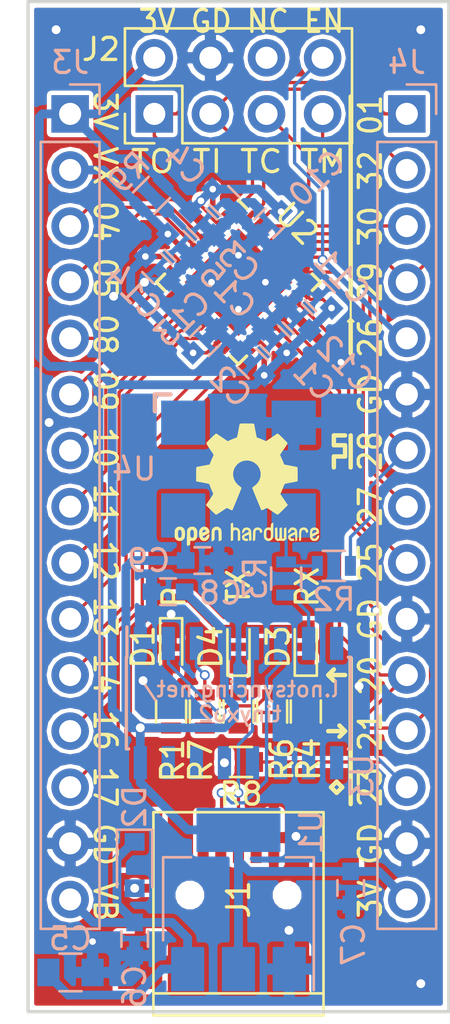
<source format=kicad_pcb>
(kicad_pcb (version 20170922) (host pcbnew "(2017-09-28 revision 6006b54dd)-master")

  (general
    (thickness 1.6)
    (drawings 37)
    (tracks 411)
    (zones 0)
    (modules 37)
    (nets 48)
  )

  (page A4)
  (layers
    (0 F.Cu signal)
    (31 B.Cu signal)
    (32 B.Adhes user)
    (33 F.Adhes user)
    (34 B.Paste user)
    (35 F.Paste user)
    (36 B.SilkS user)
    (37 F.SilkS user)
    (38 B.Mask user)
    (39 F.Mask user)
    (40 Dwgs.User user)
    (41 Cmts.User user)
    (42 Eco1.User user)
    (43 Eco2.User user)
    (44 Edge.Cuts user)
    (45 Margin user)
    (46 B.CrtYd user hide)
    (47 F.CrtYd user)
    (48 B.Fab user hide)
    (49 F.Fab user hide)
  )

  (setup
    (last_trace_width 0.25)
    (user_trace_width 0.15)
    (user_trace_width 0.4)
    (trace_clearance 0.15)
    (zone_clearance 0.2)
    (zone_45_only yes)
    (trace_min 0.15)
    (segment_width 0.2)
    (edge_width 0.15)
    (via_size 0.45)
    (via_drill 0.3)
    (via_min_size 0.45)
    (via_min_drill 0.3)
    (user_via 0.45 0.3)
    (user_via 0.55 0.4)
    (uvia_size 0.3)
    (uvia_drill 0.1)
    (uvias_allowed no)
    (uvia_min_size 0.2)
    (uvia_min_drill 0.1)
    (pcb_text_width 0.3)
    (pcb_text_size 1.5 1.5)
    (mod_edge_width 0.15)
    (mod_text_size 1 1)
    (mod_text_width 0.15)
    (pad_size 1.524 1.524)
    (pad_drill 0.762)
    (pad_to_mask_clearance 0.2)
    (aux_axis_origin 0 0)
    (visible_elements FFFFFF7F)
    (pcbplotparams
      (layerselection 0x010fc_ffffffff)
      (usegerberextensions true)
      (usegerberattributes true)
      (usegerberadvancedattributes true)
      (creategerberjobfile true)
      (excludeedgelayer true)
      (linewidth 0.100000)
      (plotframeref false)
      (viasonmask false)
      (mode 1)
      (useauxorigin false)
      (hpglpennumber 1)
      (hpglpenspeed 20)
      (hpglpendiameter 15)
      (psnegative false)
      (psa4output false)
      (plotreference true)
      (plotvalue true)
      (plotinvisibletext false)
      (padsonsilk false)
      (subtractmaskfromsilk true)
      (outputformat 1)
      (mirror false)
      (drillshape 0)
      (scaleselection 1)
      (outputdirectory gerber/))
  )

  (net 0 "")
  (net 1 /fpga/TX)
  (net 2 /fpga/RX)
  (net 3 /fpga/RS)
  (net 4 GND)
  (net 5 VBUS)
  (net 6 /fpga/VCCIO23)
  (net 7 +3V3)
  (net 8 /fpga/JTAG_TDI)
  (net 9 /fpga/JTAG_TCK)
  (net 10 /fpga/JTAG_TMS)
  (net 11 /fpga/JTAG_EN)
  (net 12 /fpga/JTAG_TDO)
  (net 13 /usbserial/DTR)
  (net 14 "Net-(U3-Pad8)")
  (net 15 /usbserial/USB-)
  (net 16 /usbserial/USB+)
  (net 17 /fpga/P27)
  (net 18 /fpga/P25)
  (net 19 /fpga/P16)
  (net 20 /fpga/P14)
  (net 21 /fpga/P13)
  (net 22 /fpga/P12)
  (net 23 /fpga/P11)
  (net 24 /fpga/P10)
  (net 25 /fpga/P9)
  (net 26 /fpga/P8)
  (net 27 /fpga/P5)
  (net 28 /fpga/P4)
  (net 29 /fpga/P17)
  (net 30 "Net-(D1-Pad2)")
  (net 31 /fpga/TXD)
  (net 32 /fpga/RXD)
  (net 33 /fpga/CLK_FPGA)
  (net 34 /fpga/CLK_USBSER)
  (net 35 "Net-(U4-Pad1)")
  (net 36 "Net-(U3-Pad15)")
  (net 37 "Net-(U3-Pad14)")
  (net 38 "Net-(U3-Pad12)")
  (net 39 "Net-(U3-Pad11)")
  (net 40 "Net-(U3-Pad10)")
  (net 41 "Net-(U3-Pad9)")
  (net 42 /usbserial/VU)
  (net 43 "Net-(D3-Pad1)")
  (net 44 "Net-(D4-Pad1)")
  (net 45 "Net-(J1-Pad4)")
  (net 46 "Net-(J2-Pad6)")
  (net 47 "Net-(R2-Pad2)")

  (net_class Default "This is the default net class."
    (clearance 0.15)
    (trace_width 0.25)
    (via_dia 0.45)
    (via_drill 0.3)
    (uvia_dia 0.3)
    (uvia_drill 0.1)
    (add_net /fpga/CLK_FPGA)
    (add_net /fpga/CLK_USBSER)
    (add_net /fpga/JTAG_EN)
    (add_net /fpga/JTAG_TCK)
    (add_net /fpga/JTAG_TDI)
    (add_net /fpga/JTAG_TDO)
    (add_net /fpga/JTAG_TMS)
    (add_net /fpga/P10)
    (add_net /fpga/P11)
    (add_net /fpga/P12)
    (add_net /fpga/P13)
    (add_net /fpga/P14)
    (add_net /fpga/P16)
    (add_net /fpga/P17)
    (add_net /fpga/P25)
    (add_net /fpga/P27)
    (add_net /fpga/P4)
    (add_net /fpga/P5)
    (add_net /fpga/P8)
    (add_net /fpga/P9)
    (add_net /fpga/RS)
    (add_net /fpga/RX)
    (add_net /fpga/RXD)
    (add_net /fpga/TX)
    (add_net /fpga/TXD)
    (add_net /usbserial/DTR)
    (add_net /usbserial/USB+)
    (add_net /usbserial/USB-)
    (add_net GND)
    (add_net "Net-(D1-Pad2)")
    (add_net "Net-(D3-Pad1)")
    (add_net "Net-(D4-Pad1)")
    (add_net "Net-(J1-Pad4)")
    (add_net "Net-(J2-Pad6)")
    (add_net "Net-(R2-Pad2)")
    (add_net "Net-(U3-Pad10)")
    (add_net "Net-(U3-Pad11)")
    (add_net "Net-(U3-Pad12)")
    (add_net "Net-(U3-Pad14)")
    (add_net "Net-(U3-Pad15)")
    (add_net "Net-(U3-Pad8)")
    (add_net "Net-(U3-Pad9)")
    (add_net "Net-(U4-Pad1)")
  )

  (net_class power ""
    (clearance 0.15)
    (trace_width 0.4)
    (via_dia 0.55)
    (via_drill 0.4)
    (uvia_dia 0.3)
    (uvia_drill 0.1)
    (add_net +3V3)
    (add_net /fpga/VCCIO23)
    (add_net /usbserial/VU)
    (add_net VBUS)
  )

  (module Symbols:OSHW-Logo2_7.3x6mm_SilkScreen (layer F.Cu) (tedit 0) (tstamp 5A32F57D)
    (at 117.221 98.0567)
    (descr "Open Source Hardware Symbol")
    (tags "Logo Symbol OSHW")
    (attr virtual)
    (fp_text reference REF*** (at 0 0) (layer F.SilkS) hide
      (effects (font (size 1 1) (thickness 0.15)))
    )
    (fp_text value OSHW-Logo2_7.3x6mm_SilkScreen (at 0.75 0) (layer F.Fab) hide
      (effects (font (size 1 1) (thickness 0.15)))
    )
    (fp_poly (pts (xy -2.400256 1.919918) (xy -2.344799 1.947568) (xy -2.295852 1.99848) (xy -2.282371 2.017338)
      (xy -2.267686 2.042015) (xy -2.258158 2.068816) (xy -2.252707 2.104587) (xy -2.250253 2.156169)
      (xy -2.249714 2.224267) (xy -2.252148 2.317588) (xy -2.260606 2.387657) (xy -2.276826 2.439931)
      (xy -2.302546 2.479869) (xy -2.339503 2.512929) (xy -2.342218 2.514886) (xy -2.37864 2.534908)
      (xy -2.422498 2.544815) (xy -2.478276 2.547257) (xy -2.568952 2.547257) (xy -2.56899 2.635283)
      (xy -2.569834 2.684308) (xy -2.574976 2.713065) (xy -2.588413 2.730311) (xy -2.614142 2.744808)
      (xy -2.620321 2.747769) (xy -2.649236 2.761648) (xy -2.671624 2.770414) (xy -2.688271 2.771171)
      (xy -2.699964 2.761023) (xy -2.70749 2.737073) (xy -2.711634 2.696426) (xy -2.713185 2.636186)
      (xy -2.712929 2.553455) (xy -2.711651 2.445339) (xy -2.711252 2.413) (xy -2.709815 2.301524)
      (xy -2.708528 2.228603) (xy -2.569029 2.228603) (xy -2.568245 2.290499) (xy -2.56476 2.330997)
      (xy -2.556876 2.357708) (xy -2.542895 2.378244) (xy -2.533403 2.38826) (xy -2.494596 2.417567)
      (xy -2.460237 2.419952) (xy -2.424784 2.39575) (xy -2.423886 2.394857) (xy -2.409461 2.376153)
      (xy -2.400687 2.350732) (xy -2.396261 2.311584) (xy -2.394882 2.251697) (xy -2.394857 2.23843)
      (xy -2.398188 2.155901) (xy -2.409031 2.098691) (xy -2.42866 2.063766) (xy -2.45835 2.048094)
      (xy -2.475509 2.046514) (xy -2.516234 2.053926) (xy -2.544168 2.07833) (xy -2.560983 2.12298)
      (xy -2.56835 2.19113) (xy -2.569029 2.228603) (xy -2.708528 2.228603) (xy -2.708292 2.215245)
      (xy -2.706323 2.150333) (xy -2.70355 2.102958) (xy -2.699612 2.06929) (xy -2.694151 2.045498)
      (xy -2.686808 2.027753) (xy -2.677223 2.012224) (xy -2.673113 2.006381) (xy -2.618595 1.951185)
      (xy -2.549664 1.91989) (xy -2.469928 1.911165) (xy -2.400256 1.919918)) (layer F.SilkS) (width 0.01))
    (fp_poly (pts (xy -1.283907 1.92778) (xy -1.237328 1.954723) (xy -1.204943 1.981466) (xy -1.181258 2.009484)
      (xy -1.164941 2.043748) (xy -1.154661 2.089227) (xy -1.149086 2.150892) (xy -1.146884 2.233711)
      (xy -1.146629 2.293246) (xy -1.146629 2.512391) (xy -1.208314 2.540044) (xy -1.27 2.567697)
      (xy -1.277257 2.32767) (xy -1.280256 2.238028) (xy -1.283402 2.172962) (xy -1.287299 2.128026)
      (xy -1.292553 2.09877) (xy -1.299769 2.080748) (xy -1.30955 2.069511) (xy -1.312688 2.067079)
      (xy -1.360239 2.048083) (xy -1.408303 2.0556) (xy -1.436914 2.075543) (xy -1.448553 2.089675)
      (xy -1.456609 2.10822) (xy -1.461729 2.136334) (xy -1.464559 2.179173) (xy -1.465744 2.241895)
      (xy -1.465943 2.307261) (xy -1.465982 2.389268) (xy -1.467386 2.447316) (xy -1.472086 2.486465)
      (xy -1.482013 2.51178) (xy -1.499097 2.528323) (xy -1.525268 2.541156) (xy -1.560225 2.554491)
      (xy -1.598404 2.569007) (xy -1.593859 2.311389) (xy -1.592029 2.218519) (xy -1.589888 2.149889)
      (xy -1.586819 2.100711) (xy -1.582206 2.066198) (xy -1.575432 2.041562) (xy -1.565881 2.022016)
      (xy -1.554366 2.00477) (xy -1.49881 1.94968) (xy -1.43102 1.917822) (xy -1.357287 1.910191)
      (xy -1.283907 1.92778)) (layer F.SilkS) (width 0.01))
    (fp_poly (pts (xy -2.958885 1.921962) (xy -2.890855 1.957733) (xy -2.840649 2.015301) (xy -2.822815 2.052312)
      (xy -2.808937 2.107882) (xy -2.801833 2.178096) (xy -2.80116 2.254727) (xy -2.806573 2.329552)
      (xy -2.81773 2.394342) (xy -2.834286 2.440873) (xy -2.839374 2.448887) (xy -2.899645 2.508707)
      (xy -2.971231 2.544535) (xy -3.048908 2.55502) (xy -3.127452 2.53881) (xy -3.149311 2.529092)
      (xy -3.191878 2.499143) (xy -3.229237 2.459433) (xy -3.232768 2.454397) (xy -3.247119 2.430124)
      (xy -3.256606 2.404178) (xy -3.26221 2.370022) (xy -3.264914 2.321119) (xy -3.265701 2.250935)
      (xy -3.265714 2.2352) (xy -3.265678 2.230192) (xy -3.120571 2.230192) (xy -3.119727 2.29643)
      (xy -3.116404 2.340386) (xy -3.109417 2.368779) (xy -3.097584 2.388325) (xy -3.091543 2.394857)
      (xy -3.056814 2.41968) (xy -3.023097 2.418548) (xy -2.989005 2.397016) (xy -2.968671 2.374029)
      (xy -2.956629 2.340478) (xy -2.949866 2.287569) (xy -2.949402 2.281399) (xy -2.948248 2.185513)
      (xy -2.960312 2.114299) (xy -2.98543 2.068194) (xy -3.02344 2.047635) (xy -3.037008 2.046514)
      (xy -3.072636 2.052152) (xy -3.097006 2.071686) (xy -3.111907 2.109042) (xy -3.119125 2.16815)
      (xy -3.120571 2.230192) (xy -3.265678 2.230192) (xy -3.265174 2.160413) (xy -3.262904 2.108159)
      (xy -3.257932 2.071949) (xy -3.249287 2.045299) (xy -3.235995 2.021722) (xy -3.233057 2.017338)
      (xy -3.183687 1.958249) (xy -3.129891 1.923947) (xy -3.064398 1.910331) (xy -3.042158 1.909665)
      (xy -2.958885 1.921962)) (layer F.SilkS) (width 0.01))
    (fp_poly (pts (xy -1.831697 1.931239) (xy -1.774473 1.969735) (xy -1.730251 2.025335) (xy -1.703833 2.096086)
      (xy -1.69849 2.148162) (xy -1.699097 2.169893) (xy -1.704178 2.186531) (xy -1.718145 2.201437)
      (xy -1.745411 2.217973) (xy -1.790388 2.239498) (xy -1.857489 2.269374) (xy -1.857829 2.269524)
      (xy -1.919593 2.297813) (xy -1.970241 2.322933) (xy -2.004596 2.342179) (xy -2.017482 2.352848)
      (xy -2.017486 2.352934) (xy -2.006128 2.376166) (xy -1.979569 2.401774) (xy -1.949077 2.420221)
      (xy -1.93363 2.423886) (xy -1.891485 2.411212) (xy -1.855192 2.379471) (xy -1.837483 2.344572)
      (xy -1.820448 2.318845) (xy -1.787078 2.289546) (xy -1.747851 2.264235) (xy -1.713244 2.250471)
      (xy -1.706007 2.249714) (xy -1.697861 2.26216) (xy -1.69737 2.293972) (xy -1.703357 2.336866)
      (xy -1.714643 2.382558) (xy -1.73005 2.422761) (xy -1.730829 2.424322) (xy -1.777196 2.489062)
      (xy -1.837289 2.533097) (xy -1.905535 2.554711) (xy -1.976362 2.552185) (xy -2.044196 2.523804)
      (xy -2.047212 2.521808) (xy -2.100573 2.473448) (xy -2.13566 2.410352) (xy -2.155078 2.327387)
      (xy -2.157684 2.304078) (xy -2.162299 2.194055) (xy -2.156767 2.142748) (xy -2.017486 2.142748)
      (xy -2.015676 2.174753) (xy -2.005778 2.184093) (xy -1.981102 2.177105) (xy -1.942205 2.160587)
      (xy -1.898725 2.139881) (xy -1.897644 2.139333) (xy -1.860791 2.119949) (xy -1.846 2.107013)
      (xy -1.849647 2.093451) (xy -1.865005 2.075632) (xy -1.904077 2.049845) (xy -1.946154 2.04795)
      (xy -1.983897 2.066717) (xy -2.009966 2.102915) (xy -2.017486 2.142748) (xy -2.156767 2.142748)
      (xy -2.152806 2.106027) (xy -2.12845 2.036212) (xy -2.094544 1.987302) (xy -2.033347 1.937878)
      (xy -1.965937 1.913359) (xy -1.89712 1.911797) (xy -1.831697 1.931239)) (layer F.SilkS) (width 0.01))
    (fp_poly (pts (xy -0.624114 1.851289) (xy -0.619861 1.910613) (xy -0.614975 1.945572) (xy -0.608205 1.96082)
      (xy -0.598298 1.961015) (xy -0.595086 1.959195) (xy -0.552356 1.946015) (xy -0.496773 1.946785)
      (xy -0.440263 1.960333) (xy -0.404918 1.977861) (xy -0.368679 2.005861) (xy -0.342187 2.037549)
      (xy -0.324001 2.077813) (xy -0.312678 2.131543) (xy -0.306778 2.203626) (xy -0.304857 2.298951)
      (xy -0.304823 2.317237) (xy -0.3048 2.522646) (xy -0.350509 2.53858) (xy -0.382973 2.54942)
      (xy -0.400785 2.554468) (xy -0.401309 2.554514) (xy -0.403063 2.540828) (xy -0.404556 2.503076)
      (xy -0.405674 2.446224) (xy -0.406303 2.375234) (xy -0.4064 2.332073) (xy -0.406602 2.246973)
      (xy -0.407642 2.185981) (xy -0.410169 2.144177) (xy -0.414836 2.116642) (xy -0.422293 2.098456)
      (xy -0.433189 2.084698) (xy -0.439993 2.078073) (xy -0.486728 2.051375) (xy -0.537728 2.049375)
      (xy -0.583999 2.071955) (xy -0.592556 2.080107) (xy -0.605107 2.095436) (xy -0.613812 2.113618)
      (xy -0.619369 2.139909) (xy -0.622474 2.179562) (xy -0.623824 2.237832) (xy -0.624114 2.318173)
      (xy -0.624114 2.522646) (xy -0.669823 2.53858) (xy -0.702287 2.54942) (xy -0.720099 2.554468)
      (xy -0.720623 2.554514) (xy -0.721963 2.540623) (xy -0.723172 2.501439) (xy -0.724199 2.4407)
      (xy -0.724998 2.362141) (xy -0.725519 2.269498) (xy -0.725714 2.166509) (xy -0.725714 1.769342)
      (xy -0.678543 1.749444) (xy -0.631371 1.729547) (xy -0.624114 1.851289)) (layer F.SilkS) (width 0.01))
    (fp_poly (pts (xy 0.039744 1.950968) (xy 0.096616 1.972087) (xy 0.097267 1.972493) (xy 0.13244 1.99838)
      (xy 0.158407 2.028633) (xy 0.17667 2.068058) (xy 0.188732 2.121462) (xy 0.196096 2.193651)
      (xy 0.200264 2.289432) (xy 0.200629 2.303078) (xy 0.205876 2.508842) (xy 0.161716 2.531678)
      (xy 0.129763 2.54711) (xy 0.11047 2.554423) (xy 0.109578 2.554514) (xy 0.106239 2.541022)
      (xy 0.103587 2.504626) (xy 0.101956 2.451452) (xy 0.1016 2.408393) (xy 0.101592 2.338641)
      (xy 0.098403 2.294837) (xy 0.087288 2.273944) (xy 0.063501 2.272925) (xy 0.022296 2.288741)
      (xy -0.039914 2.317815) (xy -0.085659 2.341963) (xy -0.109187 2.362913) (xy -0.116104 2.385747)
      (xy -0.116114 2.386877) (xy -0.104701 2.426212) (xy -0.070908 2.447462) (xy -0.019191 2.450539)
      (xy 0.018061 2.450006) (xy 0.037703 2.460735) (xy 0.049952 2.486505) (xy 0.057002 2.519337)
      (xy 0.046842 2.537966) (xy 0.043017 2.540632) (xy 0.007001 2.55134) (xy -0.043434 2.552856)
      (xy -0.095374 2.545759) (xy -0.132178 2.532788) (xy -0.183062 2.489585) (xy -0.211986 2.429446)
      (xy -0.217714 2.382462) (xy -0.213343 2.340082) (xy -0.197525 2.305488) (xy -0.166203 2.274763)
      (xy -0.115322 2.24399) (xy -0.040824 2.209252) (xy -0.036286 2.207288) (xy 0.030821 2.176287)
      (xy 0.072232 2.150862) (xy 0.089981 2.128014) (xy 0.086107 2.104745) (xy 0.062643 2.078056)
      (xy 0.055627 2.071914) (xy 0.00863 2.0481) (xy -0.040067 2.049103) (xy -0.082478 2.072451)
      (xy -0.110616 2.115675) (xy -0.113231 2.12416) (xy -0.138692 2.165308) (xy -0.170999 2.185128)
      (xy -0.217714 2.20477) (xy -0.217714 2.15395) (xy -0.203504 2.080082) (xy -0.161325 2.012327)
      (xy -0.139376 1.989661) (xy -0.089483 1.960569) (xy -0.026033 1.9474) (xy 0.039744 1.950968)) (layer F.SilkS) (width 0.01))
    (fp_poly (pts (xy 0.529926 1.949755) (xy 0.595858 1.974084) (xy 0.649273 2.017117) (xy 0.670164 2.047409)
      (xy 0.692939 2.102994) (xy 0.692466 2.143186) (xy 0.668562 2.170217) (xy 0.659717 2.174813)
      (xy 0.62153 2.189144) (xy 0.602028 2.185472) (xy 0.595422 2.161407) (xy 0.595086 2.148114)
      (xy 0.582992 2.09921) (xy 0.551471 2.064999) (xy 0.507659 2.048476) (xy 0.458695 2.052634)
      (xy 0.418894 2.074227) (xy 0.40545 2.086544) (xy 0.395921 2.101487) (xy 0.389485 2.124075)
      (xy 0.385317 2.159328) (xy 0.382597 2.212266) (xy 0.380502 2.287907) (xy 0.37996 2.311857)
      (xy 0.377981 2.39379) (xy 0.375731 2.451455) (xy 0.372357 2.489608) (xy 0.367006 2.513004)
      (xy 0.358824 2.526398) (xy 0.346959 2.534545) (xy 0.339362 2.538144) (xy 0.307102 2.550452)
      (xy 0.288111 2.554514) (xy 0.281836 2.540948) (xy 0.278006 2.499934) (xy 0.2766 2.430999)
      (xy 0.277598 2.333669) (xy 0.277908 2.318657) (xy 0.280101 2.229859) (xy 0.282693 2.165019)
      (xy 0.286382 2.119067) (xy 0.291864 2.086935) (xy 0.299835 2.063553) (xy 0.310993 2.043852)
      (xy 0.31683 2.03541) (xy 0.350296 1.998057) (xy 0.387727 1.969003) (xy 0.392309 1.966467)
      (xy 0.459426 1.946443) (xy 0.529926 1.949755)) (layer F.SilkS) (width 0.01))
    (fp_poly (pts (xy 1.190117 2.065358) (xy 1.189933 2.173837) (xy 1.189219 2.257287) (xy 1.187675 2.319704)
      (xy 1.185001 2.365085) (xy 1.180894 2.397429) (xy 1.175055 2.420733) (xy 1.167182 2.438995)
      (xy 1.161221 2.449418) (xy 1.111855 2.505945) (xy 1.049264 2.541377) (xy 0.980013 2.55409)
      (xy 0.910668 2.542463) (xy 0.869375 2.521568) (xy 0.826025 2.485422) (xy 0.796481 2.441276)
      (xy 0.778655 2.383462) (xy 0.770463 2.306313) (xy 0.769302 2.249714) (xy 0.769458 2.245647)
      (xy 0.870857 2.245647) (xy 0.871476 2.31055) (xy 0.874314 2.353514) (xy 0.88084 2.381622)
      (xy 0.892523 2.401953) (xy 0.906483 2.417288) (xy 0.953365 2.44689) (xy 1.003701 2.449419)
      (xy 1.051276 2.424705) (xy 1.054979 2.421356) (xy 1.070783 2.403935) (xy 1.080693 2.383209)
      (xy 1.086058 2.352362) (xy 1.088228 2.304577) (xy 1.088571 2.251748) (xy 1.087827 2.185381)
      (xy 1.084748 2.141106) (xy 1.078061 2.112009) (xy 1.066496 2.091173) (xy 1.057013 2.080107)
      (xy 1.01296 2.052198) (xy 0.962224 2.048843) (xy 0.913796 2.070159) (xy 0.90445 2.078073)
      (xy 0.88854 2.095647) (xy 0.87861 2.116587) (xy 0.873278 2.147782) (xy 0.871163 2.196122)
      (xy 0.870857 2.245647) (xy 0.769458 2.245647) (xy 0.77281 2.158568) (xy 0.784726 2.090086)
      (xy 0.807135 2.0386) (xy 0.842124 1.998443) (xy 0.869375 1.977861) (xy 0.918907 1.955625)
      (xy 0.976316 1.945304) (xy 1.029682 1.948067) (xy 1.059543 1.959212) (xy 1.071261 1.962383)
      (xy 1.079037 1.950557) (xy 1.084465 1.918866) (xy 1.088571 1.870593) (xy 1.093067 1.816829)
      (xy 1.099313 1.784482) (xy 1.110676 1.765985) (xy 1.130528 1.75377) (xy 1.143 1.748362)
      (xy 1.190171 1.728601) (xy 1.190117 2.065358)) (layer F.SilkS) (width 0.01))
    (fp_poly (pts (xy 1.779833 1.958663) (xy 1.782048 1.99685) (xy 1.783784 2.054886) (xy 1.784899 2.12818)
      (xy 1.785257 2.205055) (xy 1.785257 2.465196) (xy 1.739326 2.511127) (xy 1.707675 2.539429)
      (xy 1.67989 2.550893) (xy 1.641915 2.550168) (xy 1.62684 2.548321) (xy 1.579726 2.542948)
      (xy 1.540756 2.539869) (xy 1.531257 2.539585) (xy 1.499233 2.541445) (xy 1.453432 2.546114)
      (xy 1.435674 2.548321) (xy 1.392057 2.551735) (xy 1.362745 2.54432) (xy 1.33368 2.521427)
      (xy 1.323188 2.511127) (xy 1.277257 2.465196) (xy 1.277257 1.978602) (xy 1.314226 1.961758)
      (xy 1.346059 1.949282) (xy 1.364683 1.944914) (xy 1.369458 1.958718) (xy 1.373921 1.997286)
      (xy 1.377775 2.056356) (xy 1.380722 2.131663) (xy 1.382143 2.195286) (xy 1.386114 2.445657)
      (xy 1.420759 2.450556) (xy 1.452268 2.447131) (xy 1.467708 2.436041) (xy 1.472023 2.415308)
      (xy 1.475708 2.371145) (xy 1.478469 2.309146) (xy 1.480012 2.234909) (xy 1.480235 2.196706)
      (xy 1.480457 1.976783) (xy 1.526166 1.960849) (xy 1.558518 1.950015) (xy 1.576115 1.944962)
      (xy 1.576623 1.944914) (xy 1.578388 1.958648) (xy 1.580329 1.99673) (xy 1.582282 2.054482)
      (xy 1.584084 2.127227) (xy 1.585343 2.195286) (xy 1.589314 2.445657) (xy 1.6764 2.445657)
      (xy 1.680396 2.21724) (xy 1.684392 1.988822) (xy 1.726847 1.966868) (xy 1.758192 1.951793)
      (xy 1.776744 1.944951) (xy 1.777279 1.944914) (xy 1.779833 1.958663)) (layer F.SilkS) (width 0.01))
    (fp_poly (pts (xy 2.144876 1.956335) (xy 2.186667 1.975344) (xy 2.219469 1.998378) (xy 2.243503 2.024133)
      (xy 2.260097 2.057358) (xy 2.270577 2.1028) (xy 2.276271 2.165207) (xy 2.278507 2.249327)
      (xy 2.278743 2.304721) (xy 2.278743 2.520826) (xy 2.241774 2.53767) (xy 2.212656 2.549981)
      (xy 2.198231 2.554514) (xy 2.195472 2.541025) (xy 2.193282 2.504653) (xy 2.191942 2.451542)
      (xy 2.191657 2.409372) (xy 2.190434 2.348447) (xy 2.187136 2.300115) (xy 2.182321 2.270518)
      (xy 2.178496 2.264229) (xy 2.152783 2.270652) (xy 2.112418 2.287125) (xy 2.065679 2.309458)
      (xy 2.020845 2.333457) (xy 1.986193 2.35493) (xy 1.970002 2.369685) (xy 1.969938 2.369845)
      (xy 1.97133 2.397152) (xy 1.983818 2.423219) (xy 2.005743 2.444392) (xy 2.037743 2.451474)
      (xy 2.065092 2.450649) (xy 2.103826 2.450042) (xy 2.124158 2.459116) (xy 2.136369 2.483092)
      (xy 2.137909 2.487613) (xy 2.143203 2.521806) (xy 2.129047 2.542568) (xy 2.092148 2.552462)
      (xy 2.052289 2.554292) (xy 1.980562 2.540727) (xy 1.943432 2.521355) (xy 1.897576 2.475845)
      (xy 1.873256 2.419983) (xy 1.871073 2.360957) (xy 1.891629 2.305953) (xy 1.922549 2.271486)
      (xy 1.95342 2.252189) (xy 2.001942 2.227759) (xy 2.058485 2.202985) (xy 2.06791 2.199199)
      (xy 2.130019 2.171791) (xy 2.165822 2.147634) (xy 2.177337 2.123619) (xy 2.16658 2.096635)
      (xy 2.148114 2.075543) (xy 2.104469 2.049572) (xy 2.056446 2.047624) (xy 2.012406 2.067637)
      (xy 1.980709 2.107551) (xy 1.976549 2.117848) (xy 1.952327 2.155724) (xy 1.916965 2.183842)
      (xy 1.872343 2.206917) (xy 1.872343 2.141485) (xy 1.874969 2.101506) (xy 1.88623 2.069997)
      (xy 1.911199 2.036378) (xy 1.935169 2.010484) (xy 1.972441 1.973817) (xy 2.001401 1.954121)
      (xy 2.032505 1.94622) (xy 2.067713 1.944914) (xy 2.144876 1.956335)) (layer F.SilkS) (width 0.01))
    (fp_poly (pts (xy 2.6526 1.958752) (xy 2.669948 1.966334) (xy 2.711356 1.999128) (xy 2.746765 2.046547)
      (xy 2.768664 2.097151) (xy 2.772229 2.122098) (xy 2.760279 2.156927) (xy 2.734067 2.175357)
      (xy 2.705964 2.186516) (xy 2.693095 2.188572) (xy 2.686829 2.173649) (xy 2.674456 2.141175)
      (xy 2.669028 2.126502) (xy 2.63859 2.075744) (xy 2.59452 2.050427) (xy 2.53801 2.051206)
      (xy 2.533825 2.052203) (xy 2.503655 2.066507) (xy 2.481476 2.094393) (xy 2.466327 2.139287)
      (xy 2.45725 2.204615) (xy 2.453286 2.293804) (xy 2.452914 2.341261) (xy 2.45273 2.416071)
      (xy 2.451522 2.467069) (xy 2.448309 2.499471) (xy 2.442109 2.518495) (xy 2.43194 2.529356)
      (xy 2.416819 2.537272) (xy 2.415946 2.53767) (xy 2.386828 2.549981) (xy 2.372403 2.554514)
      (xy 2.370186 2.540809) (xy 2.368289 2.502925) (xy 2.366847 2.445715) (xy 2.365998 2.374027)
      (xy 2.365829 2.321565) (xy 2.366692 2.220047) (xy 2.37007 2.143032) (xy 2.377142 2.086023)
      (xy 2.389088 2.044526) (xy 2.40709 2.014043) (xy 2.432327 1.99008) (xy 2.457247 1.973355)
      (xy 2.517171 1.951097) (xy 2.586911 1.946076) (xy 2.6526 1.958752)) (layer F.SilkS) (width 0.01))
    (fp_poly (pts (xy 3.153595 1.966966) (xy 3.211021 2.004497) (xy 3.238719 2.038096) (xy 3.260662 2.099064)
      (xy 3.262405 2.147308) (xy 3.258457 2.211816) (xy 3.109686 2.276934) (xy 3.037349 2.310202)
      (xy 2.990084 2.336964) (xy 2.965507 2.360144) (xy 2.961237 2.382667) (xy 2.974889 2.407455)
      (xy 2.989943 2.423886) (xy 3.033746 2.450235) (xy 3.081389 2.452081) (xy 3.125145 2.431546)
      (xy 3.157289 2.390752) (xy 3.163038 2.376347) (xy 3.190576 2.331356) (xy 3.222258 2.312182)
      (xy 3.265714 2.295779) (xy 3.265714 2.357966) (xy 3.261872 2.400283) (xy 3.246823 2.435969)
      (xy 3.21528 2.476943) (xy 3.210592 2.482267) (xy 3.175506 2.51872) (xy 3.145347 2.538283)
      (xy 3.107615 2.547283) (xy 3.076335 2.55023) (xy 3.020385 2.550965) (xy 2.980555 2.54166)
      (xy 2.955708 2.527846) (xy 2.916656 2.497467) (xy 2.889625 2.464613) (xy 2.872517 2.423294)
      (xy 2.863238 2.367521) (xy 2.859693 2.291305) (xy 2.85941 2.252622) (xy 2.860372 2.206247)
      (xy 2.948007 2.206247) (xy 2.949023 2.231126) (xy 2.951556 2.2352) (xy 2.968274 2.229665)
      (xy 3.004249 2.215017) (xy 3.052331 2.19419) (xy 3.062386 2.189714) (xy 3.123152 2.158814)
      (xy 3.156632 2.131657) (xy 3.16399 2.10622) (xy 3.146391 2.080481) (xy 3.131856 2.069109)
      (xy 3.07941 2.046364) (xy 3.030322 2.050122) (xy 2.989227 2.077884) (xy 2.960758 2.127152)
      (xy 2.951631 2.166257) (xy 2.948007 2.206247) (xy 2.860372 2.206247) (xy 2.861285 2.162249)
      (xy 2.868196 2.095384) (xy 2.881884 2.046695) (xy 2.904096 2.010849) (xy 2.936574 1.982513)
      (xy 2.950733 1.973355) (xy 3.015053 1.949507) (xy 3.085473 1.948006) (xy 3.153595 1.966966)) (layer F.SilkS) (width 0.01))
    (fp_poly (pts (xy 0.10391 -2.757652) (xy 0.182454 -2.757222) (xy 0.239298 -2.756058) (xy 0.278105 -2.753793)
      (xy 0.302538 -2.75006) (xy 0.316262 -2.744494) (xy 0.32294 -2.736727) (xy 0.326236 -2.726395)
      (xy 0.326556 -2.725057) (xy 0.331562 -2.700921) (xy 0.340829 -2.653299) (xy 0.353392 -2.587259)
      (xy 0.368287 -2.507872) (xy 0.384551 -2.420204) (xy 0.385119 -2.417125) (xy 0.40141 -2.331211)
      (xy 0.416652 -2.255304) (xy 0.429861 -2.193955) (xy 0.440054 -2.151718) (xy 0.446248 -2.133145)
      (xy 0.446543 -2.132816) (xy 0.464788 -2.123747) (xy 0.502405 -2.108633) (xy 0.551271 -2.090738)
      (xy 0.551543 -2.090642) (xy 0.613093 -2.067507) (xy 0.685657 -2.038035) (xy 0.754057 -2.008403)
      (xy 0.757294 -2.006938) (xy 0.868702 -1.956374) (xy 1.115399 -2.12484) (xy 1.191077 -2.176197)
      (xy 1.259631 -2.222111) (xy 1.317088 -2.25997) (xy 1.359476 -2.287163) (xy 1.382825 -2.301079)
      (xy 1.385042 -2.302111) (xy 1.40201 -2.297516) (xy 1.433701 -2.275345) (xy 1.481352 -2.234553)
      (xy 1.546198 -2.174095) (xy 1.612397 -2.109773) (xy 1.676214 -2.046388) (xy 1.733329 -1.988549)
      (xy 1.780305 -1.939825) (xy 1.813703 -1.90379) (xy 1.830085 -1.884016) (xy 1.830694 -1.882998)
      (xy 1.832505 -1.869428) (xy 1.825683 -1.847267) (xy 1.80854 -1.813522) (xy 1.779393 -1.7652)
      (xy 1.736555 -1.699308) (xy 1.679448 -1.614483) (xy 1.628766 -1.539823) (xy 1.583461 -1.47286)
      (xy 1.54615 -1.417484) (xy 1.519452 -1.37758) (xy 1.505985 -1.357038) (xy 1.505137 -1.355644)
      (xy 1.506781 -1.335962) (xy 1.519245 -1.297707) (xy 1.540048 -1.248111) (xy 1.547462 -1.232272)
      (xy 1.579814 -1.16171) (xy 1.614328 -1.081647) (xy 1.642365 -1.012371) (xy 1.662568 -0.960955)
      (xy 1.678615 -0.921881) (xy 1.687888 -0.901459) (xy 1.689041 -0.899886) (xy 1.706096 -0.897279)
      (xy 1.746298 -0.890137) (xy 1.804302 -0.879477) (xy 1.874763 -0.866315) (xy 1.952335 -0.851667)
      (xy 2.031672 -0.836551) (xy 2.107431 -0.821982) (xy 2.174264 -0.808978) (xy 2.226828 -0.798555)
      (xy 2.259776 -0.79173) (xy 2.267857 -0.789801) (xy 2.276205 -0.785038) (xy 2.282506 -0.774282)
      (xy 2.287045 -0.753902) (xy 2.290104 -0.720266) (xy 2.291967 -0.669745) (xy 2.292918 -0.598708)
      (xy 2.29324 -0.503524) (xy 2.293257 -0.464508) (xy 2.293257 -0.147201) (xy 2.217057 -0.132161)
      (xy 2.174663 -0.124005) (xy 2.1114 -0.112101) (xy 2.034962 -0.097884) (xy 1.953043 -0.08279)
      (xy 1.9304 -0.078645) (xy 1.854806 -0.063947) (xy 1.788953 -0.049495) (xy 1.738366 -0.036625)
      (xy 1.708574 -0.026678) (xy 1.703612 -0.023713) (xy 1.691426 -0.002717) (xy 1.673953 0.037967)
      (xy 1.654577 0.090322) (xy 1.650734 0.1016) (xy 1.625339 0.171523) (xy 1.593817 0.250418)
      (xy 1.562969 0.321266) (xy 1.562817 0.321595) (xy 1.511447 0.432733) (xy 1.680399 0.681253)
      (xy 1.849352 0.929772) (xy 1.632429 1.147058) (xy 1.566819 1.211726) (xy 1.506979 1.268733)
      (xy 1.456267 1.315033) (xy 1.418046 1.347584) (xy 1.395675 1.363343) (xy 1.392466 1.364343)
      (xy 1.373626 1.356469) (xy 1.33518 1.334578) (xy 1.28133 1.301267) (xy 1.216276 1.259131)
      (xy 1.14594 1.211943) (xy 1.074555 1.16381) (xy 1.010908 1.121928) (xy 0.959041 1.088871)
      (xy 0.922995 1.067218) (xy 0.906867 1.059543) (xy 0.887189 1.066037) (xy 0.849875 1.08315)
      (xy 0.802621 1.107326) (xy 0.797612 1.110013) (xy 0.733977 1.141927) (xy 0.690341 1.157579)
      (xy 0.663202 1.157745) (xy 0.649057 1.143204) (xy 0.648975 1.143) (xy 0.641905 1.125779)
      (xy 0.625042 1.084899) (xy 0.599695 1.023525) (xy 0.567171 0.944819) (xy 0.528778 0.851947)
      (xy 0.485822 0.748072) (xy 0.444222 0.647502) (xy 0.398504 0.536516) (xy 0.356526 0.433703)
      (xy 0.319548 0.342215) (xy 0.288827 0.265201) (xy 0.265622 0.205815) (xy 0.25119 0.167209)
      (xy 0.246743 0.1528) (xy 0.257896 0.136272) (xy 0.287069 0.10993) (xy 0.325971 0.080887)
      (xy 0.436757 -0.010961) (xy 0.523351 -0.116241) (xy 0.584716 -0.232734) (xy 0.619815 -0.358224)
      (xy 0.627608 -0.490493) (xy 0.621943 -0.551543) (xy 0.591078 -0.678205) (xy 0.53792 -0.790059)
      (xy 0.465767 -0.885999) (xy 0.377917 -0.964924) (xy 0.277665 -1.02573) (xy 0.16831 -1.067313)
      (xy 0.053147 -1.088572) (xy -0.064525 -1.088401) (xy -0.18141 -1.065699) (xy -0.294211 -1.019362)
      (xy -0.399631 -0.948287) (xy -0.443632 -0.908089) (xy -0.528021 -0.804871) (xy -0.586778 -0.692075)
      (xy -0.620296 -0.57299) (xy -0.628965 -0.450905) (xy -0.613177 -0.329107) (xy -0.573322 -0.210884)
      (xy -0.509793 -0.099525) (xy -0.422979 0.001684) (xy -0.325971 0.080887) (xy -0.285563 0.111162)
      (xy -0.257018 0.137219) (xy -0.246743 0.152825) (xy -0.252123 0.169843) (xy -0.267425 0.2105)
      (xy -0.291388 0.271642) (xy -0.322756 0.350119) (xy -0.360268 0.44278) (xy -0.402667 0.546472)
      (xy -0.444337 0.647526) (xy -0.49031 0.758607) (xy -0.532893 0.861541) (xy -0.570779 0.953165)
      (xy -0.60266 1.030316) (xy -0.627229 1.089831) (xy -0.64318 1.128544) (xy -0.64909 1.143)
      (xy -0.663052 1.157685) (xy -0.69006 1.157642) (xy -0.733587 1.142099) (xy -0.79711 1.110284)
      (xy -0.797612 1.110013) (xy -0.84544 1.085323) (xy -0.884103 1.067338) (xy -0.905905 1.059614)
      (xy -0.906867 1.059543) (xy -0.923279 1.067378) (xy -0.959513 1.089165) (xy -1.011526 1.122328)
      (xy -1.075275 1.164291) (xy -1.14594 1.211943) (xy -1.217884 1.260191) (xy -1.282726 1.302151)
      (xy -1.336265 1.335227) (xy -1.374303 1.356821) (xy -1.392467 1.364343) (xy -1.409192 1.354457)
      (xy -1.44282 1.326826) (xy -1.48999 1.284495) (xy -1.547342 1.230505) (xy -1.611516 1.167899)
      (xy -1.632503 1.146983) (xy -1.849501 0.929623) (xy -1.684332 0.68722) (xy -1.634136 0.612781)
      (xy -1.590081 0.545972) (xy -1.554638 0.490665) (xy -1.530281 0.450729) (xy -1.519478 0.430036)
      (xy -1.519162 0.428563) (xy -1.524857 0.409058) (xy -1.540174 0.369822) (xy -1.562463 0.31743)
      (xy -1.578107 0.282355) (xy -1.607359 0.215201) (xy -1.634906 0.147358) (xy -1.656263 0.090034)
      (xy -1.662065 0.072572) (xy -1.678548 0.025938) (xy -1.69466 -0.010095) (xy -1.70351 -0.023713)
      (xy -1.72304 -0.032048) (xy -1.765666 -0.043863) (xy -1.825855 -0.057819) (xy -1.898078 -0.072578)
      (xy -1.9304 -0.078645) (xy -2.012478 -0.093727) (xy -2.091205 -0.108331) (xy -2.158891 -0.12102)
      (xy -2.20784 -0.130358) (xy -2.217057 -0.132161) (xy -2.293257 -0.147201) (xy -2.293257 -0.464508)
      (xy -2.293086 -0.568846) (xy -2.292384 -0.647787) (xy -2.290866 -0.704962) (xy -2.288251 -0.744001)
      (xy -2.284254 -0.768535) (xy -2.278591 -0.782195) (xy -2.27098 -0.788611) (xy -2.267857 -0.789801)
      (xy -2.249022 -0.79402) (xy -2.207412 -0.802438) (xy -2.14837 -0.814039) (xy -2.077243 -0.827805)
      (xy -1.999375 -0.84272) (xy -1.920113 -0.857768) (xy -1.844802 -0.871931) (xy -1.778787 -0.884194)
      (xy -1.727413 -0.893539) (xy -1.696025 -0.89895) (xy -1.689041 -0.899886) (xy -1.682715 -0.912404)
      (xy -1.66871 -0.945754) (xy -1.649645 -0.993623) (xy -1.642366 -1.012371) (xy -1.613004 -1.084805)
      (xy -1.578429 -1.16483) (xy -1.547463 -1.232272) (xy -1.524677 -1.283841) (xy -1.509518 -1.326215)
      (xy -1.504458 -1.352166) (xy -1.505264 -1.355644) (xy -1.515959 -1.372064) (xy -1.54038 -1.408583)
      (xy -1.575905 -1.461313) (xy -1.619913 -1.526365) (xy -1.669783 -1.599849) (xy -1.679644 -1.614355)
      (xy -1.737508 -1.700296) (xy -1.780044 -1.765739) (xy -1.808946 -1.813696) (xy -1.82591 -1.84718)
      (xy -1.832633 -1.869205) (xy -1.83081 -1.882783) (xy -1.830764 -1.882869) (xy -1.816414 -1.900703)
      (xy -1.784677 -1.935183) (xy -1.73899 -1.982732) (xy -1.682796 -2.039778) (xy -1.619532 -2.102745)
      (xy -1.612398 -2.109773) (xy -1.53267 -2.18698) (xy -1.471143 -2.24367) (xy -1.426579 -2.28089)
      (xy -1.397743 -2.299685) (xy -1.385042 -2.302111) (xy -1.366506 -2.291529) (xy -1.328039 -2.267084)
      (xy -1.273614 -2.231388) (xy -1.207202 -2.187053) (xy -1.132775 -2.136689) (xy -1.115399 -2.12484)
      (xy -0.868703 -1.956374) (xy -0.757294 -2.006938) (xy -0.689543 -2.036405) (xy -0.616817 -2.066041)
      (xy -0.554297 -2.08967) (xy -0.551543 -2.090642) (xy -0.50264 -2.108543) (xy -0.464943 -2.12368)
      (xy -0.446575 -2.13279) (xy -0.446544 -2.132816) (xy -0.440715 -2.149283) (xy -0.430808 -2.189781)
      (xy -0.417805 -2.249758) (xy -0.402691 -2.32466) (xy -0.386448 -2.409936) (xy -0.385119 -2.417125)
      (xy -0.368825 -2.504986) (xy -0.353867 -2.58474) (xy -0.341209 -2.651319) (xy -0.331814 -2.699653)
      (xy -0.326646 -2.724675) (xy -0.326556 -2.725057) (xy -0.323411 -2.735701) (xy -0.317296 -2.743738)
      (xy -0.304547 -2.749533) (xy -0.2815 -2.753453) (xy -0.244491 -2.755865) (xy -0.189856 -2.757135)
      (xy -0.113933 -2.757629) (xy -0.013056 -2.757714) (xy 0 -2.757714) (xy 0.10391 -2.757652)) (layer F.SilkS) (width 0.01))
  )

  (module LEDs:LED_0603 (layer F.Cu) (tedit 57FE93A5) (tstamp 59E00625)
    (at 119.888 105.41 90)
    (descr "LED 0603 smd package")
    (tags "LED led 0603 SMD smd SMT smt smdled SMDLED smtled SMTLED")
    (path /59CE819F/59CEB277)
    (attr smd)
    (fp_text reference D3 (at 0 -1.25 90) (layer F.SilkS)
      (effects (font (size 1 1) (thickness 0.15)))
    )
    (fp_text value Rd (at 0 1.35 90) (layer F.Fab)
      (effects (font (size 1 1) (thickness 0.15)))
    )
    (fp_line (start -1.45 -0.65) (end 1.45 -0.65) (layer F.CrtYd) (width 0.05))
    (fp_line (start -1.45 0.65) (end -1.45 -0.65) (layer F.CrtYd) (width 0.05))
    (fp_line (start 1.45 0.65) (end -1.45 0.65) (layer F.CrtYd) (width 0.05))
    (fp_line (start 1.45 -0.65) (end 1.45 0.65) (layer F.CrtYd) (width 0.05))
    (fp_line (start -1.3 -0.5) (end 0.8 -0.5) (layer F.SilkS) (width 0.12))
    (fp_line (start -1.3 0.5) (end 0.8 0.5) (layer F.SilkS) (width 0.12))
    (fp_line (start -0.8 0.4) (end -0.8 -0.4) (layer F.Fab) (width 0.1))
    (fp_line (start -0.8 -0.4) (end 0.8 -0.4) (layer F.Fab) (width 0.1))
    (fp_line (start 0.8 -0.4) (end 0.8 0.4) (layer F.Fab) (width 0.1))
    (fp_line (start 0.8 0.4) (end -0.8 0.4) (layer F.Fab) (width 0.1))
    (fp_line (start 0.15 -0.2) (end 0.15 0.2) (layer F.Fab) (width 0.1))
    (fp_line (start 0.15 0.2) (end -0.15 0) (layer F.Fab) (width 0.1))
    (fp_line (start -0.15 0) (end 0.15 -0.2) (layer F.Fab) (width 0.1))
    (fp_line (start -0.2 -0.2) (end -0.2 0.2) (layer F.Fab) (width 0.1))
    (fp_line (start -1.3 -0.5) (end -1.3 0.5) (layer F.SilkS) (width 0.12))
    (pad 1 smd rect (at -0.8 0 270) (size 0.8 0.8) (layers F.Cu F.Paste F.Mask)
      (net 43 "Net-(D3-Pad1)"))
    (pad 2 smd rect (at 0.8 0 270) (size 0.8 0.8) (layers F.Cu F.Paste F.Mask)
      (net 7 +3V3))
    (model ${KISYS3DMOD}/LEDs.3dshapes/LED_0603.wrl
      (at (xyz 0 0 0))
      (scale (xyz 1 1 1))
      (rotate (xyz 0 0 180))
    )
  )

  (module LEDs:LED_0603 (layer F.Cu) (tedit 57FE93A5) (tstamp 59E0063A)
    (at 116.84 105.41 90)
    (descr "LED 0603 smd package")
    (tags "LED led 0603 SMD smd SMT smt smdled SMDLED smtled SMTLED")
    (path /59CE819F/59CEAE2F)
    (attr smd)
    (fp_text reference D4 (at 0 -1.25 90) (layer F.SilkS)
      (effects (font (size 1 1) (thickness 0.15)))
    )
    (fp_text value Or (at 0 1.35 90) (layer F.Fab)
      (effects (font (size 1 1) (thickness 0.15)))
    )
    (fp_line (start -1.3 -0.5) (end -1.3 0.5) (layer F.SilkS) (width 0.12))
    (fp_line (start -0.2 -0.2) (end -0.2 0.2) (layer F.Fab) (width 0.1))
    (fp_line (start -0.15 0) (end 0.15 -0.2) (layer F.Fab) (width 0.1))
    (fp_line (start 0.15 0.2) (end -0.15 0) (layer F.Fab) (width 0.1))
    (fp_line (start 0.15 -0.2) (end 0.15 0.2) (layer F.Fab) (width 0.1))
    (fp_line (start 0.8 0.4) (end -0.8 0.4) (layer F.Fab) (width 0.1))
    (fp_line (start 0.8 -0.4) (end 0.8 0.4) (layer F.Fab) (width 0.1))
    (fp_line (start -0.8 -0.4) (end 0.8 -0.4) (layer F.Fab) (width 0.1))
    (fp_line (start -0.8 0.4) (end -0.8 -0.4) (layer F.Fab) (width 0.1))
    (fp_line (start -1.3 0.5) (end 0.8 0.5) (layer F.SilkS) (width 0.12))
    (fp_line (start -1.3 -0.5) (end 0.8 -0.5) (layer F.SilkS) (width 0.12))
    (fp_line (start 1.45 -0.65) (end 1.45 0.65) (layer F.CrtYd) (width 0.05))
    (fp_line (start 1.45 0.65) (end -1.45 0.65) (layer F.CrtYd) (width 0.05))
    (fp_line (start -1.45 0.65) (end -1.45 -0.65) (layer F.CrtYd) (width 0.05))
    (fp_line (start -1.45 -0.65) (end 1.45 -0.65) (layer F.CrtYd) (width 0.05))
    (pad 2 smd rect (at 0.8 0 270) (size 0.8 0.8) (layers F.Cu F.Paste F.Mask)
      (net 7 +3V3))
    (pad 1 smd rect (at -0.8 0 270) (size 0.8 0.8) (layers F.Cu F.Paste F.Mask)
      (net 44 "Net-(D4-Pad1)"))
    (model ${KISYS3DMOD}/LEDs.3dshapes/LED_0603.wrl
      (at (xyz 0 0 0))
      (scale (xyz 1 1 1))
      (rotate (xyz 0 0 180))
    )
  )

  (module Pin_Headers:Pin_Header_Straight_1x15_Pitch2.54mm (layer B.Cu) (tedit 59650532) (tstamp 59E0065D)
    (at 109.22 81.28 180)
    (descr "Through hole straight pin header, 1x15, 2.54mm pitch, single row")
    (tags "Through hole pin header THT 1x15 2.54mm single row")
    (path /59CE819F/59CE37F9)
    (fp_text reference J3 (at 0 2.33 180) (layer B.SilkS)
      (effects (font (size 1 1) (thickness 0.15)) (justify mirror))
    )
    (fp_text value Conn_Left (at 0 -37.89 180) (layer B.Fab)
      (effects (font (size 1 1) (thickness 0.15)) (justify mirror))
    )
    (fp_line (start -0.635 1.27) (end 1.27 1.27) (layer B.Fab) (width 0.1))
    (fp_line (start 1.27 1.27) (end 1.27 -36.83) (layer B.Fab) (width 0.1))
    (fp_line (start 1.27 -36.83) (end -1.27 -36.83) (layer B.Fab) (width 0.1))
    (fp_line (start -1.27 -36.83) (end -1.27 0.635) (layer B.Fab) (width 0.1))
    (fp_line (start -1.27 0.635) (end -0.635 1.27) (layer B.Fab) (width 0.1))
    (fp_line (start -1.33 -36.89) (end 1.33 -36.89) (layer B.SilkS) (width 0.12))
    (fp_line (start -1.33 -1.27) (end -1.33 -36.89) (layer B.SilkS) (width 0.12))
    (fp_line (start 1.33 -1.27) (end 1.33 -36.89) (layer B.SilkS) (width 0.12))
    (fp_line (start -1.33 -1.27) (end 1.33 -1.27) (layer B.SilkS) (width 0.12))
    (fp_line (start -1.33 0) (end -1.33 1.33) (layer B.SilkS) (width 0.12))
    (fp_line (start -1.33 1.33) (end 0 1.33) (layer B.SilkS) (width 0.12))
    (fp_line (start -1.8 1.8) (end -1.8 -37.35) (layer B.CrtYd) (width 0.05))
    (fp_line (start -1.8 -37.35) (end 1.8 -37.35) (layer B.CrtYd) (width 0.05))
    (fp_line (start 1.8 -37.35) (end 1.8 1.8) (layer B.CrtYd) (width 0.05))
    (fp_line (start 1.8 1.8) (end -1.8 1.8) (layer B.CrtYd) (width 0.05))
    (fp_text user %R (at 0 -17.78 90) (layer B.Fab)
      (effects (font (size 1 1) (thickness 0.15)) (justify mirror))
    )
    (pad 1 thru_hole rect (at 0 0 180) (size 1.7 1.7) (drill 1) (layers *.Cu *.Mask)
      (net 7 +3V3))
    (pad 2 thru_hole oval (at 0 -2.54 180) (size 1.7 1.7) (drill 1) (layers *.Cu *.Mask)
      (net 6 /fpga/VCCIO23))
    (pad 3 thru_hole oval (at 0 -5.08 180) (size 1.7 1.7) (drill 1) (layers *.Cu *.Mask)
      (net 28 /fpga/P4))
    (pad 4 thru_hole oval (at 0 -7.62 180) (size 1.7 1.7) (drill 1) (layers *.Cu *.Mask)
      (net 27 /fpga/P5))
    (pad 5 thru_hole oval (at 0 -10.16 180) (size 1.7 1.7) (drill 1) (layers *.Cu *.Mask)
      (net 26 /fpga/P8))
    (pad 6 thru_hole oval (at 0 -12.7 180) (size 1.7 1.7) (drill 1) (layers *.Cu *.Mask)
      (net 25 /fpga/P9))
    (pad 7 thru_hole oval (at 0 -15.24 180) (size 1.7 1.7) (drill 1) (layers *.Cu *.Mask)
      (net 24 /fpga/P10))
    (pad 8 thru_hole oval (at 0 -17.78 180) (size 1.7 1.7) (drill 1) (layers *.Cu *.Mask)
      (net 23 /fpga/P11))
    (pad 9 thru_hole oval (at 0 -20.32 180) (size 1.7 1.7) (drill 1) (layers *.Cu *.Mask)
      (net 22 /fpga/P12))
    (pad 10 thru_hole oval (at 0 -22.86 180) (size 1.7 1.7) (drill 1) (layers *.Cu *.Mask)
      (net 21 /fpga/P13))
    (pad 11 thru_hole oval (at 0 -25.4 180) (size 1.7 1.7) (drill 1) (layers *.Cu *.Mask)
      (net 20 /fpga/P14))
    (pad 12 thru_hole oval (at 0 -27.94 180) (size 1.7 1.7) (drill 1) (layers *.Cu *.Mask)
      (net 19 /fpga/P16))
    (pad 13 thru_hole oval (at 0 -30.48 180) (size 1.7 1.7) (drill 1) (layers *.Cu *.Mask)
      (net 29 /fpga/P17))
    (pad 14 thru_hole oval (at 0 -33.02 180) (size 1.7 1.7) (drill 1) (layers *.Cu *.Mask)
      (net 4 GND))
    (pad 15 thru_hole oval (at 0 -35.56 180) (size 1.7 1.7) (drill 1) (layers *.Cu *.Mask)
      (net 5 VBUS))
    (model ${KISYS3DMOD}/Pin_Headers.3dshapes/Pin_Header_Straight_1x15_Pitch2.54mm.wrl
      (at (xyz 0 0 0))
      (scale (xyz 1 1 1))
      (rotate (xyz 0 0 0))
    )
  )

  (module Pin_Headers:Pin_Header_Straight_1x15_Pitch2.54mm (layer B.Cu) (tedit 59650532) (tstamp 59E00680)
    (at 124.46 81.28 180)
    (descr "Through hole straight pin header, 1x15, 2.54mm pitch, single row")
    (tags "Through hole pin header THT 1x15 2.54mm single row")
    (path /59CE819F/59CE3A58)
    (fp_text reference J4 (at 0 2.33 180) (layer B.SilkS)
      (effects (font (size 1 1) (thickness 0.15)) (justify mirror))
    )
    (fp_text value Conn_Right (at 0 -37.89 180) (layer B.Fab)
      (effects (font (size 1 1) (thickness 0.15)) (justify mirror))
    )
    (fp_text user %R (at 0 -17.78 90) (layer B.Fab)
      (effects (font (size 1 1) (thickness 0.15)) (justify mirror))
    )
    (fp_line (start 1.8 1.8) (end -1.8 1.8) (layer B.CrtYd) (width 0.05))
    (fp_line (start 1.8 -37.35) (end 1.8 1.8) (layer B.CrtYd) (width 0.05))
    (fp_line (start -1.8 -37.35) (end 1.8 -37.35) (layer B.CrtYd) (width 0.05))
    (fp_line (start -1.8 1.8) (end -1.8 -37.35) (layer B.CrtYd) (width 0.05))
    (fp_line (start -1.33 1.33) (end 0 1.33) (layer B.SilkS) (width 0.12))
    (fp_line (start -1.33 0) (end -1.33 1.33) (layer B.SilkS) (width 0.12))
    (fp_line (start -1.33 -1.27) (end 1.33 -1.27) (layer B.SilkS) (width 0.12))
    (fp_line (start 1.33 -1.27) (end 1.33 -36.89) (layer B.SilkS) (width 0.12))
    (fp_line (start -1.33 -1.27) (end -1.33 -36.89) (layer B.SilkS) (width 0.12))
    (fp_line (start -1.33 -36.89) (end 1.33 -36.89) (layer B.SilkS) (width 0.12))
    (fp_line (start -1.27 0.635) (end -0.635 1.27) (layer B.Fab) (width 0.1))
    (fp_line (start -1.27 -36.83) (end -1.27 0.635) (layer B.Fab) (width 0.1))
    (fp_line (start 1.27 -36.83) (end -1.27 -36.83) (layer B.Fab) (width 0.1))
    (fp_line (start 1.27 1.27) (end 1.27 -36.83) (layer B.Fab) (width 0.1))
    (fp_line (start -0.635 1.27) (end 1.27 1.27) (layer B.Fab) (width 0.1))
    (pad 15 thru_hole oval (at 0 -35.56 180) (size 1.7 1.7) (drill 1) (layers *.Cu *.Mask)
      (net 7 +3V3))
    (pad 14 thru_hole oval (at 0 -33.02 180) (size 1.7 1.7) (drill 1) (layers *.Cu *.Mask)
      (net 4 GND))
    (pad 13 thru_hole oval (at 0 -30.48 180) (size 1.7 1.7) (drill 1) (layers *.Cu *.Mask)
      (net 3 /fpga/RS))
    (pad 12 thru_hole oval (at 0 -27.94 180) (size 1.7 1.7) (drill 1) (layers *.Cu *.Mask)
      (net 1 /fpga/TX))
    (pad 11 thru_hole oval (at 0 -25.4 180) (size 1.7 1.7) (drill 1) (layers *.Cu *.Mask)
      (net 2 /fpga/RX))
    (pad 10 thru_hole oval (at 0 -22.86 180) (size 1.7 1.7) (drill 1) (layers *.Cu *.Mask)
      (net 4 GND))
    (pad 9 thru_hole oval (at 0 -20.32 180) (size 1.7 1.7) (drill 1) (layers *.Cu *.Mask)
      (net 18 /fpga/P25))
    (pad 8 thru_hole oval (at 0 -17.78 180) (size 1.7 1.7) (drill 1) (layers *.Cu *.Mask)
      (net 17 /fpga/P27))
    (pad 7 thru_hole oval (at 0 -15.24 180) (size 1.7 1.7) (drill 1) (layers *.Cu *.Mask)
      (net 33 /fpga/CLK_FPGA))
    (pad 6 thru_hole oval (at 0 -12.7 180) (size 1.7 1.7) (drill 1) (layers *.Cu *.Mask)
      (net 4 GND))
    (pad 5 thru_hole oval (at 0 -10.16 180) (size 1.7 1.7) (drill 1) (layers *.Cu *.Mask)
      (net 11 /fpga/JTAG_EN))
    (pad 4 thru_hole oval (at 0 -7.62 180) (size 1.7 1.7) (drill 1) (layers *.Cu *.Mask)
      (net 10 /fpga/JTAG_TMS))
    (pad 3 thru_hole oval (at 0 -5.08 180) (size 1.7 1.7) (drill 1) (layers *.Cu *.Mask)
      (net 9 /fpga/JTAG_TCK))
    (pad 2 thru_hole oval (at 0 -2.54 180) (size 1.7 1.7) (drill 1) (layers *.Cu *.Mask)
      (net 8 /fpga/JTAG_TDI))
    (pad 1 thru_hole rect (at 0 0 180) (size 1.7 1.7) (drill 1) (layers *.Cu *.Mask)
      (net 12 /fpga/JTAG_TDO))
    (model ${KISYS3DMOD}/Pin_Headers.3dshapes/Pin_Header_Straight_1x15_Pitch2.54mm.wrl
      (at (xyz 0 0 0))
      (scale (xyz 1 1 1))
      (rotate (xyz 0 0 0))
    )
  )

  (module TO_SOT_Packages_SMD:SOT-223-3Lead_TabPin2 (layer B.Cu) (tedit 58CE4E7E) (tstamp 59E00696)
    (at 116.84 116.84 90)
    (descr "module CMS SOT223 4 pins")
    (tags "CMS SOT")
    (path /59CE0A28/59CE0B45)
    (attr smd)
    (fp_text reference U1 (at 3.048 3.302 90) (layer B.SilkS)
      (effects (font (size 1 1) (thickness 0.15)) (justify mirror))
    )
    (fp_text value AP1117-33 (at 0 -4.5 90) (layer B.Fab)
      (effects (font (size 1 1) (thickness 0.15)) (justify mirror))
    )
    (fp_line (start 1.85 3.35) (end 1.85 -3.35) (layer B.Fab) (width 0.1))
    (fp_line (start -1.85 -3.35) (end 1.85 -3.35) (layer B.Fab) (width 0.1))
    (fp_line (start -4.1 3.41) (end 1.91 3.41) (layer B.SilkS) (width 0.12))
    (fp_line (start -0.85 3.35) (end 1.85 3.35) (layer B.Fab) (width 0.1))
    (fp_line (start -1.85 -3.41) (end 1.91 -3.41) (layer B.SilkS) (width 0.12))
    (fp_line (start -1.85 2.35) (end -1.85 -3.35) (layer B.Fab) (width 0.1))
    (fp_line (start -1.85 2.35) (end -0.85 3.35) (layer B.Fab) (width 0.1))
    (fp_line (start -4.4 3.6) (end -4.4 -3.6) (layer B.CrtYd) (width 0.05))
    (fp_line (start -4.4 -3.6) (end 4.4 -3.6) (layer B.CrtYd) (width 0.05))
    (fp_line (start 4.4 -3.6) (end 4.4 3.6) (layer B.CrtYd) (width 0.05))
    (fp_line (start 4.4 3.6) (end -4.4 3.6) (layer B.CrtYd) (width 0.05))
    (fp_line (start 1.91 3.41) (end 1.91 2.15) (layer B.SilkS) (width 0.12))
    (fp_line (start 1.91 -3.41) (end 1.91 -2.15) (layer B.SilkS) (width 0.12))
    (fp_text user %R (at 0 0) (layer B.Fab)
      (effects (font (size 0.8 0.8) (thickness 0.12)) (justify mirror))
    )
    (pad 1 smd rect (at -3.15 2.3 90) (size 2 1.5) (layers B.Cu B.Paste B.Mask)
      (net 4 GND))
    (pad 3 smd rect (at -3.15 -2.3 90) (size 2 1.5) (layers B.Cu B.Paste B.Mask)
      (net 5 VBUS))
    (pad 2 smd rect (at -3.15 0 90) (size 2 1.5) (layers B.Cu B.Paste B.Mask)
      (net 7 +3V3))
    (pad 2 smd rect (at 3.15 0 90) (size 2 3.8) (layers B.Cu B.Paste B.Mask)
      (net 7 +3V3))
    (model ${KISYS3DMOD}/TO_SOT_Packages_SMD.3dshapes/SOT-223.wrl
      (at (xyz 0 0 0))
      (scale (xyz 1 1 1))
      (rotate (xyz 0 0 0))
    )
  )

  (module Housings_DFN_QFN:QFN-32-1EP_5x5mm_Pitch0.5mm (layer F.Cu) (tedit 54130A77) (tstamp 59E006CE)
    (at 116.84 88.9 315)
    (descr "UH Package; 32-Lead Plastic QFN (5mm x 5mm); (see Linear Technology QFN_32_05-08-1693.pdf)")
    (tags "QFN 0.5")
    (path /59CE0A28/59CE1D8D)
    (attr smd)
    (fp_text reference U2 (at 0 -3.75 315) (layer F.SilkS)
      (effects (font (size 1 1) (thickness 0.15)))
    )
    (fp_text value LCMXO2-1200HC-4SG32C (at 0 3.75 315) (layer F.Fab)
      (effects (font (size 1 1) (thickness 0.15)))
    )
    (fp_line (start 2.625 -2.625) (end 2.1 -2.625) (layer F.SilkS) (width 0.15))
    (fp_line (start 2.625 2.625) (end 2.1 2.625) (layer F.SilkS) (width 0.15))
    (fp_line (start -2.625 2.625) (end -2.1 2.625) (layer F.SilkS) (width 0.15))
    (fp_line (start -2.625 -2.625) (end -2.1 -2.625) (layer F.SilkS) (width 0.15))
    (fp_line (start 2.625 2.625) (end 2.625 2.1) (layer F.SilkS) (width 0.15))
    (fp_line (start -2.625 2.625) (end -2.625 2.1) (layer F.SilkS) (width 0.15))
    (fp_line (start 2.625 -2.625) (end 2.625 -2.1) (layer F.SilkS) (width 0.15))
    (fp_line (start -3 3) (end 3 3) (layer F.CrtYd) (width 0.05))
    (fp_line (start -3 -3) (end 3 -3) (layer F.CrtYd) (width 0.05))
    (fp_line (start 3 -3) (end 3 3) (layer F.CrtYd) (width 0.05))
    (fp_line (start -3 -3) (end -3 3) (layer F.CrtYd) (width 0.05))
    (fp_line (start -2.5 -1.5) (end -1.5 -2.5) (layer F.Fab) (width 0.15))
    (fp_line (start -2.5 2.5) (end -2.5 -1.5) (layer F.Fab) (width 0.15))
    (fp_line (start 2.5 2.5) (end -2.5 2.5) (layer F.Fab) (width 0.15))
    (fp_line (start 2.5 -2.5) (end 2.5 2.5) (layer F.Fab) (width 0.15))
    (fp_line (start -1.5 -2.5) (end 2.5 -2.5) (layer F.Fab) (width 0.15))
    (pad 33 smd rect (at -0.8625 -0.8625 315) (size 1.725 1.725) (layers F.Cu F.Paste F.Mask)
      (net 4 GND) (solder_paste_margin_ratio -0.2))
    (pad 33 smd rect (at -0.8625 0.8625 315) (size 1.725 1.725) (layers F.Cu F.Paste F.Mask)
      (net 4 GND) (solder_paste_margin_ratio -0.2))
    (pad 33 smd rect (at 0.8625 -0.8625 315) (size 1.725 1.725) (layers F.Cu F.Paste F.Mask)
      (net 4 GND) (solder_paste_margin_ratio -0.2))
    (pad 33 smd rect (at 0.8625 0.8625 315) (size 1.725 1.725) (layers F.Cu F.Paste F.Mask)
      (net 4 GND) (solder_paste_margin_ratio -0.2))
    (pad 32 smd rect (at -1.75 -2.4 45) (size 0.7 0.25) (layers F.Cu F.Paste F.Mask)
      (net 8 /fpga/JTAG_TDI))
    (pad 31 smd rect (at -1.25 -2.4 45) (size 0.7 0.25) (layers F.Cu F.Paste F.Mask)
      (net 7 +3V3))
    (pad 30 smd rect (at -0.75 -2.4 45) (size 0.7 0.25) (layers F.Cu F.Paste F.Mask)
      (net 9 /fpga/JTAG_TCK))
    (pad 29 smd rect (at -0.25 -2.4 45) (size 0.7 0.25) (layers F.Cu F.Paste F.Mask)
      (net 10 /fpga/JTAG_TMS))
    (pad 28 smd rect (at 0.25 -2.4 45) (size 0.7 0.25) (layers F.Cu F.Paste F.Mask)
      (net 33 /fpga/CLK_FPGA))
    (pad 27 smd rect (at 0.75 -2.4 45) (size 0.7 0.25) (layers F.Cu F.Paste F.Mask)
      (net 17 /fpga/P27))
    (pad 26 smd rect (at 1.25 -2.4 45) (size 0.7 0.25) (layers F.Cu F.Paste F.Mask)
      (net 11 /fpga/JTAG_EN))
    (pad 25 smd rect (at 1.75 -2.4 45) (size 0.7 0.25) (layers F.Cu F.Paste F.Mask)
      (net 18 /fpga/P25))
    (pad 24 smd rect (at 2.4 -1.75 315) (size 0.7 0.25) (layers F.Cu F.Paste F.Mask)
      (net 7 +3V3))
    (pad 23 smd rect (at 2.4 -1.25 315) (size 0.7 0.25) (layers F.Cu F.Paste F.Mask)
      (net 3 /fpga/RS))
    (pad 22 smd rect (at 2.4 -0.75 315) (size 0.7 0.25) (layers F.Cu F.Paste F.Mask)
      (net 4 GND))
    (pad 21 smd rect (at 2.4 -0.25 315) (size 0.7 0.25) (layers F.Cu F.Paste F.Mask)
      (net 1 /fpga/TX))
    (pad 20 smd rect (at 2.4 0.25 315) (size 0.7 0.25) (layers F.Cu F.Paste F.Mask)
      (net 2 /fpga/RX))
    (pad 19 smd rect (at 2.4 0.75 315) (size 0.7 0.25) (layers F.Cu F.Paste F.Mask)
      (net 7 +3V3))
    (pad 18 smd rect (at 2.4 1.25 315) (size 0.7 0.25) (layers F.Cu F.Paste F.Mask)
      (net 7 +3V3))
    (pad 17 smd rect (at 2.4 1.75 315) (size 0.7 0.25) (layers F.Cu F.Paste F.Mask)
      (net 29 /fpga/P17))
    (pad 16 smd rect (at 1.75 2.4 45) (size 0.7 0.25) (layers F.Cu F.Paste F.Mask)
      (net 19 /fpga/P16))
    (pad 15 smd rect (at 1.25 2.4 45) (size 0.7 0.25) (layers F.Cu F.Paste F.Mask)
      (net 6 /fpga/VCCIO23))
    (pad 14 smd rect (at 0.75 2.4 45) (size 0.7 0.25) (layers F.Cu F.Paste F.Mask)
      (net 20 /fpga/P14))
    (pad 13 smd rect (at 0.25 2.4 45) (size 0.7 0.25) (layers F.Cu F.Paste F.Mask)
      (net 21 /fpga/P13))
    (pad 12 smd rect (at -0.25 2.4 45) (size 0.7 0.25) (layers F.Cu F.Paste F.Mask)
      (net 22 /fpga/P12))
    (pad 11 smd rect (at -0.75 2.4 45) (size 0.7 0.25) (layers F.Cu F.Paste F.Mask)
      (net 23 /fpga/P11))
    (pad 10 smd rect (at -1.25 2.4 45) (size 0.7 0.25) (layers F.Cu F.Paste F.Mask)
      (net 24 /fpga/P10))
    (pad 9 smd rect (at -1.75 2.4 45) (size 0.7 0.25) (layers F.Cu F.Paste F.Mask)
      (net 25 /fpga/P9))
    (pad 8 smd rect (at -2.4 1.75 315) (size 0.7 0.25) (layers F.Cu F.Paste F.Mask)
      (net 26 /fpga/P8))
    (pad 7 smd rect (at -2.4 1.25 315) (size 0.7 0.25) (layers F.Cu F.Paste F.Mask)
      (net 6 /fpga/VCCIO23))
    (pad 6 smd rect (at -2.4 0.75 315) (size 0.7 0.25) (layers F.Cu F.Paste F.Mask)
      (net 6 /fpga/VCCIO23))
    (pad 5 smd rect (at -2.4 0.25 315) (size 0.7 0.25) (layers F.Cu F.Paste F.Mask)
      (net 27 /fpga/P5))
    (pad 4 smd rect (at -2.4 -0.25 315) (size 0.7 0.25) (layers F.Cu F.Paste F.Mask)
      (net 28 /fpga/P4))
    (pad 3 smd rect (at -2.4 -0.75 315) (size 0.7 0.25) (layers F.Cu F.Paste F.Mask)
      (net 4 GND))
    (pad 2 smd rect (at -2.4 -1.25 315) (size 0.7 0.25) (layers F.Cu F.Paste F.Mask)
      (net 7 +3V3))
    (pad 1 smd rect (at -2.4 -1.75 315) (size 0.7 0.25) (layers F.Cu F.Paste F.Mask)
      (net 12 /fpga/JTAG_TDO))
    (model ${KISYS3DMOD}/Housings_DFN_QFN.3dshapes/QFN-32-1EP_5x5mm_Pitch0.5mm.wrl
      (at (xyz 0 0 0))
      (scale (xyz 1 1 1))
      (rotate (xyz 0 0 0))
    )
  )

  (module Housings_SOIC:SOIC-16_3.9x9.9mm_Pitch1.27mm (layer B.Cu) (tedit 58CC8F64) (tstamp 59E006F3)
    (at 116.84 107.95 270)
    (descr "16-Lead Plastic Small Outline (SL) - Narrow, 3.90 mm Body [SOIC] (see Microchip Packaging Specification 00000049BS.pdf)")
    (tags "SOIC 1.27")
    (path /59CE3CDF/59CE5435)
    (attr smd)
    (fp_text reference U3 (at 3.302 -5.588 270) (layer B.SilkS)
      (effects (font (size 1 1) (thickness 0.15)) (justify mirror))
    )
    (fp_text value ch340g (at 0 -6 270) (layer B.Fab)
      (effects (font (size 1 1) (thickness 0.15)) (justify mirror))
    )
    (fp_line (start -2.075 5.05) (end -3.45 5.05) (layer B.SilkS) (width 0.15))
    (fp_line (start -2.075 -5.075) (end 2.075 -5.075) (layer B.SilkS) (width 0.15))
    (fp_line (start -2.075 5.075) (end 2.075 5.075) (layer B.SilkS) (width 0.15))
    (fp_line (start -2.075 -5.075) (end -2.075 -4.97) (layer B.SilkS) (width 0.15))
    (fp_line (start 2.075 -5.075) (end 2.075 -4.97) (layer B.SilkS) (width 0.15))
    (fp_line (start 2.075 5.075) (end 2.075 4.97) (layer B.SilkS) (width 0.15))
    (fp_line (start -2.075 5.075) (end -2.075 5.05) (layer B.SilkS) (width 0.15))
    (fp_line (start -3.7 -5.25) (end 3.7 -5.25) (layer B.CrtYd) (width 0.05))
    (fp_line (start -3.7 5.25) (end 3.7 5.25) (layer B.CrtYd) (width 0.05))
    (fp_line (start 3.7 5.25) (end 3.7 -5.25) (layer B.CrtYd) (width 0.05))
    (fp_line (start -3.7 5.25) (end -3.7 -5.25) (layer B.CrtYd) (width 0.05))
    (fp_line (start -1.95 3.95) (end -0.95 4.95) (layer B.Fab) (width 0.15))
    (fp_line (start -1.95 -4.95) (end -1.95 3.95) (layer B.Fab) (width 0.15))
    (fp_line (start 1.95 -4.95) (end -1.95 -4.95) (layer B.Fab) (width 0.15))
    (fp_line (start 1.95 4.95) (end 1.95 -4.95) (layer B.Fab) (width 0.15))
    (fp_line (start -0.95 4.95) (end 1.95 4.95) (layer B.Fab) (width 0.15))
    (fp_text user %R (at 0 0 270) (layer B.Fab)
      (effects (font (size 0.9 0.9) (thickness 0.135)) (justify mirror))
    )
    (pad 16 smd rect (at 2.7 4.445 270) (size 1.5 0.6) (layers B.Cu B.Paste B.Mask)
      (net 7 +3V3))
    (pad 15 smd rect (at 2.7 3.175 270) (size 1.5 0.6) (layers B.Cu B.Paste B.Mask)
      (net 36 "Net-(U3-Pad15)"))
    (pad 14 smd rect (at 2.7 1.905 270) (size 1.5 0.6) (layers B.Cu B.Paste B.Mask)
      (net 37 "Net-(U3-Pad14)"))
    (pad 13 smd rect (at 2.7 0.635 270) (size 1.5 0.6) (layers B.Cu B.Paste B.Mask)
      (net 13 /usbserial/DTR))
    (pad 12 smd rect (at 2.7 -0.635 270) (size 1.5 0.6) (layers B.Cu B.Paste B.Mask)
      (net 38 "Net-(U3-Pad12)"))
    (pad 11 smd rect (at 2.7 -1.905 270) (size 1.5 0.6) (layers B.Cu B.Paste B.Mask)
      (net 39 "Net-(U3-Pad11)"))
    (pad 10 smd rect (at 2.7 -3.175 270) (size 1.5 0.6) (layers B.Cu B.Paste B.Mask)
      (net 40 "Net-(U3-Pad10)"))
    (pad 9 smd rect (at 2.7 -4.445 270) (size 1.5 0.6) (layers B.Cu B.Paste B.Mask)
      (net 41 "Net-(U3-Pad9)"))
    (pad 8 smd rect (at -2.7 -4.445 270) (size 1.5 0.6) (layers B.Cu B.Paste B.Mask)
      (net 14 "Net-(U3-Pad8)"))
    (pad 7 smd rect (at -2.7 -3.175 270) (size 1.5 0.6) (layers B.Cu B.Paste B.Mask)
      (net 34 /fpga/CLK_USBSER))
    (pad 6 smd rect (at -2.7 -1.905 270) (size 1.5 0.6) (layers B.Cu B.Paste B.Mask)
      (net 15 /usbserial/USB-))
    (pad 5 smd rect (at -2.7 -0.635 270) (size 1.5 0.6) (layers B.Cu B.Paste B.Mask)
      (net 16 /usbserial/USB+))
    (pad 4 smd rect (at -2.7 0.635 270) (size 1.5 0.6) (layers B.Cu B.Paste B.Mask)
      (net 7 +3V3))
    (pad 3 smd rect (at -2.7 1.905 270) (size 1.5 0.6) (layers B.Cu B.Paste B.Mask)
      (net 32 /fpga/RXD))
    (pad 2 smd rect (at -2.7 3.175 270) (size 1.5 0.6) (layers B.Cu B.Paste B.Mask)
      (net 31 /fpga/TXD))
    (pad 1 smd rect (at -2.7 4.445 270) (size 1.5 0.6) (layers B.Cu B.Paste B.Mask)
      (net 4 GND))
    (model ${KISYS3DMOD}/Housings_SOIC.3dshapes/SOIC-16_3.9x9.9mm_Pitch1.27mm.wrl
      (at (xyz 0 0 0))
      (scale (xyz 1 1 1))
      (rotate (xyz 0 0 0))
    )
  )

  (module Pin_Headers:Pin_Header_Straight_2x04_Pitch2.54mm (layer F.Cu) (tedit 59650532) (tstamp 5A00FBEC)
    (at 113.03 81.28 90)
    (descr "Through hole straight pin header, 2x04, 2.54mm pitch, double rows")
    (tags "Through hole pin header THT 2x04 2.54mm double row")
    (path /59CE819F/59CE71D1)
    (fp_text reference J2 (at 2.921 -2.413 180) (layer F.SilkS)
      (effects (font (size 1 1) (thickness 0.15)))
    )
    (fp_text value JTAG (at 1.27 9.95 90) (layer F.Fab)
      (effects (font (size 1 1) (thickness 0.15)))
    )
    (fp_text user %R (at 1.27 3.81 180) (layer F.Fab)
      (effects (font (size 1 1) (thickness 0.15)))
    )
    (fp_line (start 4.35 -1.8) (end -1.8 -1.8) (layer F.CrtYd) (width 0.05))
    (fp_line (start 4.35 9.4) (end 4.35 -1.8) (layer F.CrtYd) (width 0.05))
    (fp_line (start -1.8 9.4) (end 4.35 9.4) (layer F.CrtYd) (width 0.05))
    (fp_line (start -1.8 -1.8) (end -1.8 9.4) (layer F.CrtYd) (width 0.05))
    (fp_line (start -1.33 -1.33) (end 0 -1.33) (layer F.SilkS) (width 0.12))
    (fp_line (start -1.33 0) (end -1.33 -1.33) (layer F.SilkS) (width 0.12))
    (fp_line (start 1.27 -1.33) (end 3.87 -1.33) (layer F.SilkS) (width 0.12))
    (fp_line (start 1.27 1.27) (end 1.27 -1.33) (layer F.SilkS) (width 0.12))
    (fp_line (start -1.33 1.27) (end 1.27 1.27) (layer F.SilkS) (width 0.12))
    (fp_line (start 3.87 -1.33) (end 3.87 8.95) (layer F.SilkS) (width 0.12))
    (fp_line (start -1.33 1.27) (end -1.33 8.95) (layer F.SilkS) (width 0.12))
    (fp_line (start -1.33 8.95) (end 3.87 8.95) (layer F.SilkS) (width 0.12))
    (fp_line (start -1.27 0) (end 0 -1.27) (layer F.Fab) (width 0.1))
    (fp_line (start -1.27 8.89) (end -1.27 0) (layer F.Fab) (width 0.1))
    (fp_line (start 3.81 8.89) (end -1.27 8.89) (layer F.Fab) (width 0.1))
    (fp_line (start 3.81 -1.27) (end 3.81 8.89) (layer F.Fab) (width 0.1))
    (fp_line (start 0 -1.27) (end 3.81 -1.27) (layer F.Fab) (width 0.1))
    (pad 8 thru_hole oval (at 2.54 7.62 90) (size 1.7 1.7) (drill 1) (layers *.Cu *.Mask)
      (net 11 /fpga/JTAG_EN))
    (pad 7 thru_hole oval (at 0 7.62 90) (size 1.7 1.7) (drill 1) (layers *.Cu *.Mask)
      (net 10 /fpga/JTAG_TMS))
    (pad 6 thru_hole oval (at 2.54 5.08 90) (size 1.7 1.7) (drill 1) (layers *.Cu *.Mask)
      (net 46 "Net-(J2-Pad6)"))
    (pad 5 thru_hole oval (at 0 5.08 90) (size 1.7 1.7) (drill 1) (layers *.Cu *.Mask)
      (net 9 /fpga/JTAG_TCK))
    (pad 4 thru_hole oval (at 2.54 2.54 90) (size 1.7 1.7) (drill 1) (layers *.Cu *.Mask)
      (net 4 GND))
    (pad 3 thru_hole oval (at 0 2.54 90) (size 1.7 1.7) (drill 1) (layers *.Cu *.Mask)
      (net 8 /fpga/JTAG_TDI))
    (pad 2 thru_hole oval (at 2.54 0 90) (size 1.7 1.7) (drill 1) (layers *.Cu *.Mask)
      (net 7 +3V3))
    (pad 1 thru_hole rect (at 0 0 90) (size 1.7 1.7) (drill 1) (layers *.Cu *.Mask)
      (net 12 /fpga/JTAG_TDO))
    (model ${KISYS3DMOD}/Pin_Headers.3dshapes/Pin_Header_Straight_2x04_Pitch2.54mm.wrl
      (at (xyz 0 0 0))
      (scale (xyz 1 1 1))
      (rotate (xyz 0 0 0))
    )
  )

  (module Capacitors_SMD:C_0805 (layer B.Cu) (tedit 58AA8463) (tstamp 5A1184B9)
    (at 109.236 120.142)
    (descr "Capacitor SMD 0805, reflow soldering, AVX (see smccp.pdf)")
    (tags "capacitor 0805")
    (path /59CE0A28/59CE0E72)
    (attr smd)
    (fp_text reference C5 (at 0 -1.524) (layer B.SilkS)
      (effects (font (size 1 1) (thickness 0.15)) (justify mirror))
    )
    (fp_text value 1u (at 0 -1.75) (layer B.Fab)
      (effects (font (size 1 1) (thickness 0.15)) (justify mirror))
    )
    (fp_line (start 1.75 -0.87) (end -1.75 -0.87) (layer B.CrtYd) (width 0.05))
    (fp_line (start 1.75 -0.87) (end 1.75 0.88) (layer B.CrtYd) (width 0.05))
    (fp_line (start -1.75 0.88) (end -1.75 -0.87) (layer B.CrtYd) (width 0.05))
    (fp_line (start -1.75 0.88) (end 1.75 0.88) (layer B.CrtYd) (width 0.05))
    (fp_line (start -0.5 -0.85) (end 0.5 -0.85) (layer B.SilkS) (width 0.12))
    (fp_line (start 0.5 0.85) (end -0.5 0.85) (layer B.SilkS) (width 0.12))
    (fp_line (start -1 0.62) (end 1 0.62) (layer B.Fab) (width 0.1))
    (fp_line (start 1 0.62) (end 1 -0.62) (layer B.Fab) (width 0.1))
    (fp_line (start 1 -0.62) (end -1 -0.62) (layer B.Fab) (width 0.1))
    (fp_line (start -1 -0.62) (end -1 0.62) (layer B.Fab) (width 0.1))
    (fp_text user %R (at 0 1.5) (layer B.Fab)
      (effects (font (size 1 1) (thickness 0.15)) (justify mirror))
    )
    (pad 2 smd rect (at 1 0) (size 1 1.25) (layers B.Cu B.Paste B.Mask)
      (net 4 GND))
    (pad 1 smd rect (at -1 0) (size 1 1.25) (layers B.Cu B.Paste B.Mask)
      (net 5 VBUS))
    (model Capacitors_SMD.3dshapes/C_0805.wrl
      (at (xyz 0 0 0))
      (scale (xyz 1 1 1))
      (rotate (xyz 0 0 0))
    )
  )

  (module Capacitors_SMD:C_0603 (layer B.Cu) (tedit 59958EE7) (tstamp 5A1184CA)
    (at 112.141 118.63 270)
    (descr "Capacitor SMD 0603, reflow soldering, AVX (see smccp.pdf)")
    (tags "capacitor 0603")
    (path /59CE0A28/59CE0D8D)
    (attr smd)
    (fp_text reference C6 (at 2.147 0 270) (layer B.SilkS)
      (effects (font (size 1 1) (thickness 0.15)) (justify mirror))
    )
    (fp_text value 100n (at 0 -1.5 270) (layer B.Fab)
      (effects (font (size 1 1) (thickness 0.15)) (justify mirror))
    )
    (fp_line (start 1.4 -0.65) (end -1.4 -0.65) (layer B.CrtYd) (width 0.05))
    (fp_line (start 1.4 -0.65) (end 1.4 0.65) (layer B.CrtYd) (width 0.05))
    (fp_line (start -1.4 0.65) (end -1.4 -0.65) (layer B.CrtYd) (width 0.05))
    (fp_line (start -1.4 0.65) (end 1.4 0.65) (layer B.CrtYd) (width 0.05))
    (fp_line (start 0.35 -0.6) (end -0.35 -0.6) (layer B.SilkS) (width 0.12))
    (fp_line (start -0.35 0.6) (end 0.35 0.6) (layer B.SilkS) (width 0.12))
    (fp_line (start -0.8 0.4) (end 0.8 0.4) (layer B.Fab) (width 0.1))
    (fp_line (start 0.8 0.4) (end 0.8 -0.4) (layer B.Fab) (width 0.1))
    (fp_line (start 0.8 -0.4) (end -0.8 -0.4) (layer B.Fab) (width 0.1))
    (fp_line (start -0.8 -0.4) (end -0.8 0.4) (layer B.Fab) (width 0.1))
    (fp_text user %R (at 0 0 270) (layer B.Fab)
      (effects (font (size 0.3 0.3) (thickness 0.075)) (justify mirror))
    )
    (pad 2 smd rect (at 0.75 0 270) (size 0.8 0.75) (layers B.Cu B.Paste B.Mask)
      (net 4 GND))
    (pad 1 smd rect (at -0.75 0 270) (size 0.8 0.75) (layers B.Cu B.Paste B.Mask)
      (net 5 VBUS))
    (model Capacitors_SMD.3dshapes/C_0603.wrl
      (at (xyz 0 0 0))
      (scale (xyz 1 1 1))
      (rotate (xyz 0 0 0))
    )
  )

  (module Capacitors_SMD:C_0603 (layer B.Cu) (tedit 59958EE7) (tstamp 5A1184DB)
    (at 121.92 116.32 90)
    (descr "Capacitor SMD 0603, reflow soldering, AVX (see smccp.pdf)")
    (tags "capacitor 0603")
    (path /59CE0A28/59CE1081)
    (attr smd)
    (fp_text reference C7 (at -2.552 0.127 90) (layer B.SilkS)
      (effects (font (size 1 1) (thickness 0.15)) (justify mirror))
    )
    (fp_text value 100n (at 0 -1.5 90) (layer B.Fab)
      (effects (font (size 1 1) (thickness 0.15)) (justify mirror))
    )
    (fp_text user %R (at 0 0 90) (layer B.Fab)
      (effects (font (size 0.3 0.3) (thickness 0.075)) (justify mirror))
    )
    (fp_line (start -0.8 -0.4) (end -0.8 0.4) (layer B.Fab) (width 0.1))
    (fp_line (start 0.8 -0.4) (end -0.8 -0.4) (layer B.Fab) (width 0.1))
    (fp_line (start 0.8 0.4) (end 0.8 -0.4) (layer B.Fab) (width 0.1))
    (fp_line (start -0.8 0.4) (end 0.8 0.4) (layer B.Fab) (width 0.1))
    (fp_line (start -0.35 0.6) (end 0.35 0.6) (layer B.SilkS) (width 0.12))
    (fp_line (start 0.35 -0.6) (end -0.35 -0.6) (layer B.SilkS) (width 0.12))
    (fp_line (start -1.4 0.65) (end 1.4 0.65) (layer B.CrtYd) (width 0.05))
    (fp_line (start -1.4 0.65) (end -1.4 -0.65) (layer B.CrtYd) (width 0.05))
    (fp_line (start 1.4 -0.65) (end 1.4 0.65) (layer B.CrtYd) (width 0.05))
    (fp_line (start 1.4 -0.65) (end -1.4 -0.65) (layer B.CrtYd) (width 0.05))
    (pad 1 smd rect (at -0.75 0 90) (size 0.8 0.75) (layers B.Cu B.Paste B.Mask)
      (net 4 GND))
    (pad 2 smd rect (at 0.75 0 90) (size 0.8 0.75) (layers B.Cu B.Paste B.Mask)
      (net 7 +3V3))
    (model Capacitors_SMD.3dshapes/C_0603.wrl
      (at (xyz 0 0 0))
      (scale (xyz 1 1 1))
      (rotate (xyz 0 0 0))
    )
  )

  (module Capacitors_SMD:C_0603 (layer B.Cu) (tedit 59958EE7) (tstamp 5A1184EC)
    (at 118.491 91.567 315)
    (descr "Capacitor SMD 0603, reflow soldering, AVX (see smccp.pdf)")
    (tags "capacitor 0603")
    (path /59CE0A28/59CE1FC1)
    (attr smd)
    (fp_text reference C1 (at 2.514472 0 315) (layer B.SilkS)
      (effects (font (size 1 1) (thickness 0.15)) (justify mirror))
    )
    (fp_text value 10n (at 0 -1.5 315) (layer B.Fab)
      (effects (font (size 1 1) (thickness 0.15)) (justify mirror))
    )
    (fp_line (start 1.4 -0.65) (end -1.4 -0.65) (layer B.CrtYd) (width 0.05))
    (fp_line (start 1.4 -0.65) (end 1.4 0.65) (layer B.CrtYd) (width 0.05))
    (fp_line (start -1.4 0.65) (end -1.4 -0.65) (layer B.CrtYd) (width 0.05))
    (fp_line (start -1.4 0.65) (end 1.4 0.65) (layer B.CrtYd) (width 0.05))
    (fp_line (start 0.349999 -0.6) (end -0.349999 -0.6) (layer B.SilkS) (width 0.12))
    (fp_line (start -0.349999 0.6) (end 0.349999 0.6) (layer B.SilkS) (width 0.12))
    (fp_line (start -0.8 0.4) (end 0.8 0.4) (layer B.Fab) (width 0.1))
    (fp_line (start 0.8 0.4) (end 0.8 -0.4) (layer B.Fab) (width 0.1))
    (fp_line (start 0.8 -0.4) (end -0.8 -0.4) (layer B.Fab) (width 0.1))
    (fp_line (start -0.8 -0.4) (end -0.8 0.4) (layer B.Fab) (width 0.1))
    (fp_text user %R (at 0 0 315) (layer B.Fab)
      (effects (font (size 0.3 0.3) (thickness 0.075)) (justify mirror))
    )
    (pad 2 smd rect (at 0.75 0 315) (size 0.8 0.75) (layers B.Cu B.Paste B.Mask)
      (net 7 +3V3))
    (pad 1 smd rect (at -0.75 0 315) (size 0.8 0.75) (layers B.Cu B.Paste B.Mask)
      (net 4 GND))
    (model Capacitors_SMD.3dshapes/C_0603.wrl
      (at (xyz 0 0 0))
      (scale (xyz 1 1 1))
      (rotate (xyz 0 0 0))
    )
  )

  (module Capacitors_SMD:C_0603 (layer B.Cu) (tedit 59958EE7) (tstamp 5A1184FD)
    (at 117.475 92.583 315)
    (descr "Capacitor SMD 0603, reflow soldering, AVX (see smccp.pdf)")
    (tags "capacitor 0603")
    (path /59CE0A28/59CE2F41)
    (attr smd)
    (fp_text reference C2 (at 0.035921 1.436841 315) (layer B.SilkS)
      (effects (font (size 1 1) (thickness 0.15)) (justify mirror))
    )
    (fp_text value 100n (at 0 -1.5 315) (layer B.Fab)
      (effects (font (size 1 1) (thickness 0.15)) (justify mirror))
    )
    (fp_line (start 1.4 -0.65) (end -1.4 -0.65) (layer B.CrtYd) (width 0.05))
    (fp_line (start 1.4 -0.65) (end 1.4 0.65) (layer B.CrtYd) (width 0.05))
    (fp_line (start -1.4 0.65) (end -1.4 -0.65) (layer B.CrtYd) (width 0.05))
    (fp_line (start -1.4 0.65) (end 1.4 0.65) (layer B.CrtYd) (width 0.05))
    (fp_line (start 0.349999 -0.6) (end -0.349999 -0.6) (layer B.SilkS) (width 0.12))
    (fp_line (start -0.349999 0.6) (end 0.349999 0.6) (layer B.SilkS) (width 0.12))
    (fp_line (start -0.8 0.4) (end 0.8 0.4) (layer B.Fab) (width 0.1))
    (fp_line (start 0.8 0.4) (end 0.8 -0.4) (layer B.Fab) (width 0.1))
    (fp_line (start 0.8 -0.4) (end -0.8 -0.4) (layer B.Fab) (width 0.1))
    (fp_line (start -0.8 -0.4) (end -0.8 0.4) (layer B.Fab) (width 0.1))
    (fp_text user %R (at 0 0 315) (layer B.Fab)
      (effects (font (size 0.3 0.3) (thickness 0.075)) (justify mirror))
    )
    (pad 2 smd rect (at 0.75 0 315) (size 0.8 0.75) (layers B.Cu B.Paste B.Mask)
      (net 7 +3V3))
    (pad 1 smd rect (at -0.75 0 315) (size 0.8 0.75) (layers B.Cu B.Paste B.Mask)
      (net 4 GND))
    (model Capacitors_SMD.3dshapes/C_0603.wrl
      (at (xyz 0 0 0))
      (scale (xyz 1 1 1))
      (rotate (xyz 0 0 0))
    )
  )

  (module Capacitors_SMD:C_0603 (layer B.Cu) (tedit 59958EE7) (tstamp 5A11850E)
    (at 115.189 86.233 135)
    (descr "Capacitor SMD 0603, reflow soldering, AVX (see smccp.pdf)")
    (tags "capacitor 0603")
    (path /59CE0A28/59CE300F)
    (attr smd)
    (fp_text reference C3 (at -2.424669 -0.089803 135) (layer B.SilkS)
      (effects (font (size 1 1) (thickness 0.15)) (justify mirror))
    )
    (fp_text value 10n (at 0 -1.5 135) (layer B.Fab)
      (effects (font (size 1 1) (thickness 0.15)) (justify mirror))
    )
    (fp_line (start 1.4 -0.65) (end -1.4 -0.65) (layer B.CrtYd) (width 0.05))
    (fp_line (start 1.4 -0.65) (end 1.4 0.65) (layer B.CrtYd) (width 0.05))
    (fp_line (start -1.4 0.65) (end -1.4 -0.65) (layer B.CrtYd) (width 0.05))
    (fp_line (start -1.4 0.65) (end 1.4 0.65) (layer B.CrtYd) (width 0.05))
    (fp_line (start 0.349999 -0.6) (end -0.349999 -0.6) (layer B.SilkS) (width 0.12))
    (fp_line (start -0.349999 0.6) (end 0.349999 0.6) (layer B.SilkS) (width 0.12))
    (fp_line (start -0.8 0.4) (end 0.8 0.4) (layer B.Fab) (width 0.1))
    (fp_line (start 0.8 0.4) (end 0.8 -0.4) (layer B.Fab) (width 0.1))
    (fp_line (start 0.8 -0.4) (end -0.8 -0.4) (layer B.Fab) (width 0.1))
    (fp_line (start -0.8 -0.4) (end -0.8 0.4) (layer B.Fab) (width 0.1))
    (fp_text user %R (at 0 0 135) (layer B.Fab)
      (effects (font (size 0.3 0.3) (thickness 0.075)) (justify mirror))
    )
    (pad 2 smd rect (at 0.75 0 135) (size 0.8 0.75) (layers B.Cu B.Paste B.Mask)
      (net 7 +3V3))
    (pad 1 smd rect (at -0.75 0 135) (size 0.8 0.75) (layers B.Cu B.Paste B.Mask)
      (net 4 GND))
    (model Capacitors_SMD.3dshapes/C_0603.wrl
      (at (xyz 0 0 0))
      (scale (xyz 1 1 1))
      (rotate (xyz 0 0 0))
    )
  )

  (module Capacitors_SMD:C_0603 (layer B.Cu) (tedit 59958EE7) (tstamp 5A11851F)
    (at 116.205 85.217 135)
    (descr "Capacitor SMD 0603, reflow soldering, AVX (see smccp.pdf)")
    (tags "capacitor 0603")
    (path /59CE0A28/59CE303F)
    (attr smd)
    (fp_text reference C4 (at 2.424669 -0.089803 135) (layer B.SilkS)
      (effects (font (size 1 1) (thickness 0.15)) (justify mirror))
    )
    (fp_text value 100n (at 0 -1.5 135) (layer B.Fab)
      (effects (font (size 1 1) (thickness 0.15)) (justify mirror))
    )
    (fp_text user %R (at 0 0 135) (layer B.Fab)
      (effects (font (size 0.3 0.3) (thickness 0.075)) (justify mirror))
    )
    (fp_line (start -0.8 -0.4) (end -0.8 0.4) (layer B.Fab) (width 0.1))
    (fp_line (start 0.8 -0.4) (end -0.8 -0.4) (layer B.Fab) (width 0.1))
    (fp_line (start 0.8 0.4) (end 0.8 -0.4) (layer B.Fab) (width 0.1))
    (fp_line (start -0.8 0.4) (end 0.8 0.4) (layer B.Fab) (width 0.1))
    (fp_line (start -0.349999 0.6) (end 0.349999 0.6) (layer B.SilkS) (width 0.12))
    (fp_line (start 0.349999 -0.6) (end -0.349999 -0.6) (layer B.SilkS) (width 0.12))
    (fp_line (start -1.4 0.65) (end 1.4 0.65) (layer B.CrtYd) (width 0.05))
    (fp_line (start -1.4 0.65) (end -1.4 -0.65) (layer B.CrtYd) (width 0.05))
    (fp_line (start 1.4 -0.65) (end 1.4 0.65) (layer B.CrtYd) (width 0.05))
    (fp_line (start 1.4 -0.65) (end -1.4 -0.65) (layer B.CrtYd) (width 0.05))
    (pad 1 smd rect (at -0.75 0 135) (size 0.8 0.75) (layers B.Cu B.Paste B.Mask)
      (net 4 GND))
    (pad 2 smd rect (at 0.75 0 135) (size 0.8 0.75) (layers B.Cu B.Paste B.Mask)
      (net 7 +3V3))
    (model Capacitors_SMD.3dshapes/C_0603.wrl
      (at (xyz 0 0 0))
      (scale (xyz 1 1 1))
      (rotate (xyz 0 0 0))
    )
  )

  (module Capacitors_SMD:C_0603 (layer B.Cu) (tedit 59958EE7) (tstamp 5A118530)
    (at 113.6523 102.9081 180)
    (descr "Capacitor SMD 0603, reflow soldering, AVX (see smccp.pdf)")
    (tags "capacitor 0603")
    (path /59CE3CDF/59CE59BF)
    (attr smd)
    (fp_text reference C8 (at -2.3749 -0.0635 180) (layer B.SilkS)
      (effects (font (size 1 1) (thickness 0.15)) (justify mirror))
    )
    (fp_text value 100n (at 0 -1.5 180) (layer B.Fab)
      (effects (font (size 1 1) (thickness 0.15)) (justify mirror))
    )
    (fp_line (start 1.4 -0.65) (end -1.4 -0.65) (layer B.CrtYd) (width 0.05))
    (fp_line (start 1.4 -0.65) (end 1.4 0.65) (layer B.CrtYd) (width 0.05))
    (fp_line (start -1.4 0.65) (end -1.4 -0.65) (layer B.CrtYd) (width 0.05))
    (fp_line (start -1.4 0.65) (end 1.4 0.65) (layer B.CrtYd) (width 0.05))
    (fp_line (start 0.35 -0.6) (end -0.35 -0.6) (layer B.SilkS) (width 0.12))
    (fp_line (start -0.35 0.6) (end 0.35 0.6) (layer B.SilkS) (width 0.12))
    (fp_line (start -0.8 0.4) (end 0.8 0.4) (layer B.Fab) (width 0.1))
    (fp_line (start 0.8 0.4) (end 0.8 -0.4) (layer B.Fab) (width 0.1))
    (fp_line (start 0.8 -0.4) (end -0.8 -0.4) (layer B.Fab) (width 0.1))
    (fp_line (start -0.8 -0.4) (end -0.8 0.4) (layer B.Fab) (width 0.1))
    (fp_text user %R (at 0 0 180) (layer B.Fab)
      (effects (font (size 0.3 0.3) (thickness 0.075)) (justify mirror))
    )
    (pad 2 smd rect (at 0.75 0 180) (size 0.8 0.75) (layers B.Cu B.Paste B.Mask)
      (net 4 GND))
    (pad 1 smd rect (at -0.75 0 180) (size 0.8 0.75) (layers B.Cu B.Paste B.Mask)
      (net 7 +3V3))
    (model Capacitors_SMD.3dshapes/C_0603.wrl
      (at (xyz 0 0 0))
      (scale (xyz 1 1 1))
      (rotate (xyz 0 0 0))
    )
  )

  (module Capacitors_SMD:C_0603 (layer B.Cu) (tedit 59958EE7) (tstamp 5A118541)
    (at 115.2024 101.4984)
    (descr "Capacitor SMD 0603, reflow soldering, AVX (see smccp.pdf)")
    (tags "capacitor 0603")
    (path /59CE819F/59CE98A6)
    (attr smd)
    (fp_text reference C9 (at -2.4264 0) (layer B.SilkS)
      (effects (font (size 1 1) (thickness 0.15)) (justify mirror))
    )
    (fp_text value 100n (at 0 -1.5) (layer B.Fab)
      (effects (font (size 1 1) (thickness 0.15)) (justify mirror))
    )
    (fp_text user %R (at 0 0) (layer B.Fab)
      (effects (font (size 0.3 0.3) (thickness 0.075)) (justify mirror))
    )
    (fp_line (start -0.8 -0.4) (end -0.8 0.4) (layer B.Fab) (width 0.1))
    (fp_line (start 0.8 -0.4) (end -0.8 -0.4) (layer B.Fab) (width 0.1))
    (fp_line (start 0.8 0.4) (end 0.8 -0.4) (layer B.Fab) (width 0.1))
    (fp_line (start -0.8 0.4) (end 0.8 0.4) (layer B.Fab) (width 0.1))
    (fp_line (start -0.35 0.6) (end 0.35 0.6) (layer B.SilkS) (width 0.12))
    (fp_line (start 0.35 -0.6) (end -0.35 -0.6) (layer B.SilkS) (width 0.12))
    (fp_line (start -1.4 0.65) (end 1.4 0.65) (layer B.CrtYd) (width 0.05))
    (fp_line (start -1.4 0.65) (end -1.4 -0.65) (layer B.CrtYd) (width 0.05))
    (fp_line (start 1.4 -0.65) (end 1.4 0.65) (layer B.CrtYd) (width 0.05))
    (fp_line (start 1.4 -0.65) (end -1.4 -0.65) (layer B.CrtYd) (width 0.05))
    (pad 1 smd rect (at -0.75 0) (size 0.8 0.75) (layers B.Cu B.Paste B.Mask)
      (net 7 +3V3))
    (pad 2 smd rect (at 0.75 0) (size 0.8 0.75) (layers B.Cu B.Paste B.Mask)
      (net 4 GND))
    (model Capacitors_SMD.3dshapes/C_0603.wrl
      (at (xyz 0 0 0))
      (scale (xyz 1 1 1))
      (rotate (xyz 0 0 0))
    )
  )

  (module Capacitors_SMD:C_0603 (layer B.Cu) (tedit 59958EE7) (tstamp 5A118552)
    (at 118.237 86.233 225)
    (descr "Capacitor SMD 0603, reflow soldering, AVX (see smccp.pdf)")
    (tags "capacitor 0603")
    (path /59CE819F/59CEB38A)
    (attr smd)
    (fp_text reference C10 (at -2.963485 -0.089803 225) (layer B.SilkS)
      (effects (font (size 1 1) (thickness 0.15)) (justify mirror))
    )
    (fp_text value 100n (at 0 -1.5 225) (layer B.Fab)
      (effects (font (size 1 1) (thickness 0.15)) (justify mirror))
    )
    (fp_line (start 1.4 -0.65) (end -1.4 -0.65) (layer B.CrtYd) (width 0.05))
    (fp_line (start 1.4 -0.65) (end 1.4 0.65) (layer B.CrtYd) (width 0.05))
    (fp_line (start -1.4 0.65) (end -1.4 -0.65) (layer B.CrtYd) (width 0.05))
    (fp_line (start -1.4 0.65) (end 1.4 0.65) (layer B.CrtYd) (width 0.05))
    (fp_line (start 0.349999 -0.6) (end -0.349999 -0.6) (layer B.SilkS) (width 0.12))
    (fp_line (start -0.349999 0.6) (end 0.349999 0.6) (layer B.SilkS) (width 0.12))
    (fp_line (start -0.8 0.4) (end 0.8 0.4) (layer B.Fab) (width 0.1))
    (fp_line (start 0.8 0.4) (end 0.8 -0.4) (layer B.Fab) (width 0.1))
    (fp_line (start 0.8 -0.4) (end -0.8 -0.4) (layer B.Fab) (width 0.1))
    (fp_line (start -0.8 -0.4) (end -0.8 0.4) (layer B.Fab) (width 0.1))
    (fp_text user %R (at 0 0 225) (layer B.Fab)
      (effects (font (size 0.3 0.3) (thickness 0.075)) (justify mirror))
    )
    (pad 2 smd rect (at 0.75 0 225) (size 0.8 0.75) (layers B.Cu B.Paste B.Mask)
      (net 4 GND))
    (pad 1 smd rect (at -0.75 0 225) (size 0.8 0.75) (layers B.Cu B.Paste B.Mask)
      (net 7 +3V3))
    (model Capacitors_SMD.3dshapes/C_0603.wrl
      (at (xyz 0 0 0))
      (scale (xyz 1 1 1))
      (rotate (xyz 0 0 0))
    )
  )

  (module Capacitors_SMD:C_0603 (layer B.Cu) (tedit 59958EE7) (tstamp 5A118563)
    (at 120.523 89.535 135)
    (descr "Capacitor SMD 0603, reflow soldering, AVX (see smccp.pdf)")
    (tags "capacitor 0603")
    (path /59CE819F/59CEB4E5)
    (attr smd)
    (fp_text reference C11 (at -0.089803 1.347038 135) (layer B.SilkS)
      (effects (font (size 1 1) (thickness 0.15)) (justify mirror))
    )
    (fp_text value 100n (at 0 -1.5 135) (layer B.Fab)
      (effects (font (size 1 1) (thickness 0.15)) (justify mirror))
    )
    (fp_text user %R (at 0 0 135) (layer B.Fab)
      (effects (font (size 0.3 0.3) (thickness 0.075)) (justify mirror))
    )
    (fp_line (start -0.8 -0.4) (end -0.8 0.4) (layer B.Fab) (width 0.1))
    (fp_line (start 0.8 -0.4) (end -0.8 -0.4) (layer B.Fab) (width 0.1))
    (fp_line (start 0.8 0.4) (end 0.8 -0.4) (layer B.Fab) (width 0.1))
    (fp_line (start -0.8 0.4) (end 0.8 0.4) (layer B.Fab) (width 0.1))
    (fp_line (start -0.349999 0.6) (end 0.349999 0.6) (layer B.SilkS) (width 0.12))
    (fp_line (start 0.349999 -0.6) (end -0.349999 -0.6) (layer B.SilkS) (width 0.12))
    (fp_line (start -1.4 0.65) (end 1.4 0.65) (layer B.CrtYd) (width 0.05))
    (fp_line (start -1.4 0.65) (end -1.4 -0.65) (layer B.CrtYd) (width 0.05))
    (fp_line (start 1.4 -0.65) (end 1.4 0.65) (layer B.CrtYd) (width 0.05))
    (fp_line (start 1.4 -0.65) (end -1.4 -0.65) (layer B.CrtYd) (width 0.05))
    (pad 1 smd rect (at -0.75 0 135) (size 0.8 0.75) (layers B.Cu B.Paste B.Mask)
      (net 7 +3V3))
    (pad 2 smd rect (at 0.75 0 135) (size 0.8 0.75) (layers B.Cu B.Paste B.Mask)
      (net 4 GND))
    (model Capacitors_SMD.3dshapes/C_0603.wrl
      (at (xyz 0 0 0))
      (scale (xyz 1 1 1))
      (rotate (xyz 0 0 0))
    )
  )

  (module Capacitors_SMD:C_0603 (layer B.Cu) (tedit 59958EE7) (tstamp 5A118574)
    (at 119.52933 90.551 135)
    (descr "Capacitor SMD 0603, reflow soldering, AVX (see smccp.pdf)")
    (tags "capacitor 0603")
    (path /59CE819F/59CEB527)
    (attr smd)
    (fp_text reference C12 (at -2.947695 0.074013 135) (layer B.SilkS)
      (effects (font (size 1 1) (thickness 0.15)) (justify mirror))
    )
    (fp_text value 100n (at 0 -1.5 135) (layer B.Fab)
      (effects (font (size 1 1) (thickness 0.15)) (justify mirror))
    )
    (fp_line (start 1.4 -0.65) (end -1.4 -0.65) (layer B.CrtYd) (width 0.05))
    (fp_line (start 1.4 -0.65) (end 1.4 0.65) (layer B.CrtYd) (width 0.05))
    (fp_line (start -1.4 0.65) (end -1.4 -0.65) (layer B.CrtYd) (width 0.05))
    (fp_line (start -1.4 0.65) (end 1.4 0.65) (layer B.CrtYd) (width 0.05))
    (fp_line (start 0.349999 -0.6) (end -0.349999 -0.6) (layer B.SilkS) (width 0.12))
    (fp_line (start -0.349999 0.6) (end 0.349999 0.6) (layer B.SilkS) (width 0.12))
    (fp_line (start -0.8 0.4) (end 0.8 0.4) (layer B.Fab) (width 0.1))
    (fp_line (start 0.8 0.4) (end 0.8 -0.4) (layer B.Fab) (width 0.1))
    (fp_line (start 0.8 -0.4) (end -0.8 -0.4) (layer B.Fab) (width 0.1))
    (fp_line (start -0.8 -0.4) (end -0.8 0.4) (layer B.Fab) (width 0.1))
    (fp_text user %R (at 0 0 135) (layer B.Fab)
      (effects (font (size 0.3 0.3) (thickness 0.075)) (justify mirror))
    )
    (pad 2 smd rect (at 0.75 0 135) (size 0.8 0.75) (layers B.Cu B.Paste B.Mask)
      (net 4 GND))
    (pad 1 smd rect (at -0.75 0 135) (size 0.8 0.75) (layers B.Cu B.Paste B.Mask)
      (net 7 +3V3))
    (model Capacitors_SMD.3dshapes/C_0603.wrl
      (at (xyz 0 0 0))
      (scale (xyz 1 1 1))
      (rotate (xyz 0 0 0))
    )
  )

  (module Capacitors_SMD:C_0603 (layer B.Cu) (tedit 59958EE7) (tstamp 5A118585)
    (at 115.316 91.567 45)
    (descr "Capacitor SMD 0603, reflow soldering, AVX (see smccp.pdf)")
    (tags "capacitor 0603")
    (path /59CE819F/59CEBF63)
    (attr smd)
    (fp_text reference C13 (at 0 -1.436841 45) (layer B.SilkS)
      (effects (font (size 1 1) (thickness 0.15)) (justify mirror))
    )
    (fp_text value 100n (at 0 -1.5 45) (layer B.Fab)
      (effects (font (size 1 1) (thickness 0.15)) (justify mirror))
    )
    (fp_text user %R (at 0 0 45) (layer B.Fab)
      (effects (font (size 0.3 0.3) (thickness 0.075)) (justify mirror))
    )
    (fp_line (start -0.8 -0.4) (end -0.8 0.4) (layer B.Fab) (width 0.1))
    (fp_line (start 0.8 -0.4) (end -0.8 -0.4) (layer B.Fab) (width 0.1))
    (fp_line (start 0.8 0.4) (end 0.8 -0.4) (layer B.Fab) (width 0.1))
    (fp_line (start -0.8 0.4) (end 0.8 0.4) (layer B.Fab) (width 0.1))
    (fp_line (start -0.349999 0.6) (end 0.349999 0.6) (layer B.SilkS) (width 0.12))
    (fp_line (start 0.349999 -0.6) (end -0.349999 -0.6) (layer B.SilkS) (width 0.12))
    (fp_line (start -1.4 0.65) (end 1.4 0.65) (layer B.CrtYd) (width 0.05))
    (fp_line (start -1.4 0.65) (end -1.4 -0.65) (layer B.CrtYd) (width 0.05))
    (fp_line (start 1.4 -0.65) (end 1.4 0.65) (layer B.CrtYd) (width 0.05))
    (fp_line (start 1.4 -0.65) (end -1.4 -0.65) (layer B.CrtYd) (width 0.05))
    (pad 1 smd rect (at -0.75 0 45) (size 0.8 0.75) (layers B.Cu B.Paste B.Mask)
      (net 6 /fpga/VCCIO23))
    (pad 2 smd rect (at 0.75 0 45) (size 0.8 0.75) (layers B.Cu B.Paste B.Mask)
      (net 4 GND))
    (model Capacitors_SMD.3dshapes/C_0603.wrl
      (at (xyz 0 0 0))
      (scale (xyz 1 1 1))
      (rotate (xyz 0 0 0))
    )
  )

  (module Capacitors_SMD:C_0603 (layer B.Cu) (tedit 59958EE7) (tstamp 5A118596)
    (at 113.157 88.265 315)
    (descr "Capacitor SMD 0603, reflow soldering, AVX (see smccp.pdf)")
    (tags "capacitor 0603")
    (path /59CE819F/59CEBF69)
    (attr smd)
    (fp_text reference C14 (at 0 1.5 315) (layer B.SilkS)
      (effects (font (size 1 1) (thickness 0.15)) (justify mirror))
    )
    (fp_text value 100n (at 0 -1.5 315) (layer B.Fab)
      (effects (font (size 1 1) (thickness 0.15)) (justify mirror))
    )
    (fp_text user %R (at 0 0 315) (layer B.Fab)
      (effects (font (size 0.3 0.3) (thickness 0.075)) (justify mirror))
    )
    (fp_line (start -0.8 -0.4) (end -0.8 0.4) (layer B.Fab) (width 0.1))
    (fp_line (start 0.8 -0.4) (end -0.8 -0.4) (layer B.Fab) (width 0.1))
    (fp_line (start 0.8 0.4) (end 0.8 -0.4) (layer B.Fab) (width 0.1))
    (fp_line (start -0.8 0.4) (end 0.8 0.4) (layer B.Fab) (width 0.1))
    (fp_line (start -0.349999 0.6) (end 0.349999 0.6) (layer B.SilkS) (width 0.12))
    (fp_line (start 0.349999 -0.6) (end -0.349999 -0.6) (layer B.SilkS) (width 0.12))
    (fp_line (start -1.4 0.65) (end 1.4 0.65) (layer B.CrtYd) (width 0.05))
    (fp_line (start -1.4 0.65) (end -1.4 -0.65) (layer B.CrtYd) (width 0.05))
    (fp_line (start 1.4 -0.65) (end 1.4 0.65) (layer B.CrtYd) (width 0.05))
    (fp_line (start 1.4 -0.65) (end -1.4 -0.65) (layer B.CrtYd) (width 0.05))
    (pad 1 smd rect (at -0.75 0 315) (size 0.8 0.75) (layers B.Cu B.Paste B.Mask)
      (net 6 /fpga/VCCIO23))
    (pad 2 smd rect (at 0.75 0 315) (size 0.8 0.75) (layers B.Cu B.Paste B.Mask)
      (net 4 GND))
    (model Capacitors_SMD.3dshapes/C_0603.wrl
      (at (xyz 0 0 0))
      (scale (xyz 1 1 1))
      (rotate (xyz 0 0 0))
    )
  )

  (module Capacitors_SMD:C_0603 (layer B.Cu) (tedit 59958EE7) (tstamp 5A1185A7)
    (at 114.173 87.249 315)
    (descr "Capacitor SMD 0603, reflow soldering, AVX (see smccp.pdf)")
    (tags "capacitor 0603")
    (path /59CE819F/59CEBF6F)
    (attr smd)
    (fp_text reference C15 (at 2.963485 -0.089803 315) (layer B.SilkS)
      (effects (font (size 1 1) (thickness 0.15)) (justify mirror))
    )
    (fp_text value 100n (at 0 -1.5 315) (layer B.Fab)
      (effects (font (size 1 1) (thickness 0.15)) (justify mirror))
    )
    (fp_text user %R (at 0 0 315) (layer B.Fab)
      (effects (font (size 0.3 0.3) (thickness 0.075)) (justify mirror))
    )
    (fp_line (start -0.8 -0.4) (end -0.8 0.4) (layer B.Fab) (width 0.1))
    (fp_line (start 0.8 -0.4) (end -0.8 -0.4) (layer B.Fab) (width 0.1))
    (fp_line (start 0.8 0.4) (end 0.8 -0.4) (layer B.Fab) (width 0.1))
    (fp_line (start -0.8 0.4) (end 0.8 0.4) (layer B.Fab) (width 0.1))
    (fp_line (start -0.349999 0.6) (end 0.349999 0.6) (layer B.SilkS) (width 0.12))
    (fp_line (start 0.349999 -0.6) (end -0.349999 -0.6) (layer B.SilkS) (width 0.12))
    (fp_line (start -1.4 0.65) (end 1.4 0.65) (layer B.CrtYd) (width 0.05))
    (fp_line (start -1.4 0.65) (end -1.4 -0.65) (layer B.CrtYd) (width 0.05))
    (fp_line (start 1.4 -0.65) (end 1.4 0.65) (layer B.CrtYd) (width 0.05))
    (fp_line (start 1.4 -0.65) (end -1.4 -0.65) (layer B.CrtYd) (width 0.05))
    (pad 1 smd rect (at -0.75 0 315) (size 0.8 0.75) (layers B.Cu B.Paste B.Mask)
      (net 6 /fpga/VCCIO23))
    (pad 2 smd rect (at 0.75 0 315) (size 0.8 0.75) (layers B.Cu B.Paste B.Mask)
      (net 4 GND))
    (model Capacitors_SMD.3dshapes/C_0603.wrl
      (at (xyz 0 0 0))
      (scale (xyz 1 1 1))
      (rotate (xyz 0 0 0))
    )
  )

  (module Connectors:USB_Mini-B (layer F.Cu) (tedit 5543E571) (tstamp 5A1185E8)
    (at 116.84 116.84 90)
    (descr "USB Mini-B 5-pin SMD connector")
    (tags "USB USB_B USB_Mini connector")
    (path /59CE3CDF/59CE581D)
    (attr smd)
    (fp_text reference J1 (at 0 0 90) (layer F.SilkS)
      (effects (font (size 1 1) (thickness 0.15)))
    )
    (fp_text value USB_OTG (at -0.65 -7.1 90) (layer F.Fab)
      (effects (font (size 1 1) (thickness 0.15)))
    )
    (fp_line (start 3.95 -3.85) (end -5.25 -3.85) (layer F.SilkS) (width 0.12))
    (fp_line (start 3.95 3.85) (end 3.95 -3.85) (layer F.SilkS) (width 0.12))
    (fp_line (start -5.25 3.85) (end 3.95 3.85) (layer F.SilkS) (width 0.12))
    (fp_line (start -5.25 -3.85) (end -5.25 3.85) (layer F.SilkS) (width 0.12))
    (fp_line (start -4.25 -3.85) (end -4.25 3.85) (layer F.SilkS) (width 0.12))
    (fp_line (start -5.5 5.7) (end -5.5 -5.7) (layer F.CrtYd) (width 0.05))
    (fp_line (start 4.2 5.7) (end -5.5 5.7) (layer F.CrtYd) (width 0.05))
    (fp_line (start 4.2 -5.7) (end 4.2 5.7) (layer F.CrtYd) (width 0.05))
    (fp_line (start -5.5 -5.7) (end 4.2 -5.7) (layer F.CrtYd) (width 0.05))
    (pad "" np_thru_hole circle (at 0.2 2.2 90) (size 0.9 0.9) (drill 0.9) (layers *.Cu *.Mask))
    (pad "" np_thru_hole circle (at 0.2 -2.2 90) (size 0.9 0.9) (drill 0.9) (layers *.Cu *.Mask))
    (pad 6 smd rect (at -2.8 4.45 90) (size 2.5 2) (layers F.Cu F.Paste F.Mask)
      (net 4 GND))
    (pad 6 smd rect (at 2.7 4.45 90) (size 2.5 2) (layers F.Cu F.Paste F.Mask)
      (net 4 GND))
    (pad 6 smd rect (at -2.8 -4.45 90) (size 2.5 2) (layers F.Cu F.Paste F.Mask)
      (net 4 GND))
    (pad 6 smd rect (at 2.7 -4.45 90) (size 2.5 2) (layers F.Cu F.Paste F.Mask)
      (net 4 GND))
    (pad 5 smd rect (at 2.8 1.6 90) (size 2.3 0.5) (layers F.Cu F.Paste F.Mask)
      (net 4 GND))
    (pad 4 smd rect (at 2.8 0.8 90) (size 2.3 0.5) (layers F.Cu F.Paste F.Mask)
      (net 45 "Net-(J1-Pad4)"))
    (pad 3 smd rect (at 2.8 0 90) (size 2.3 0.5) (layers F.Cu F.Paste F.Mask)
      (net 16 /usbserial/USB+))
    (pad 2 smd rect (at 2.8 -0.8 90) (size 2.3 0.5) (layers F.Cu F.Paste F.Mask)
      (net 15 /usbserial/USB-))
    (pad 1 smd rect (at 2.8 -1.6 90) (size 2.3 0.5) (layers F.Cu F.Paste F.Mask)
      (net 42 /usbserial/VU))
    (model ${KISYS3DMOD}/smd.shapes3d/USB_JACK.x3d
      (at (xyz -0.02362204724409449 0 0))
      (scale (xyz 1 1 1))
      (rotate (xyz 0 0 0))
    )
  )

  (module Resistors_SMD:R_0603 (layer B.Cu) (tedit 58E0A804) (tstamp 5A11860A)
    (at 112.903 84.963 45)
    (descr "Resistor SMD 0603, reflow soldering, Vishay (see dcrcw.pdf)")
    (tags "resistor 0603")
    (path /59CE819F/59CEC5BE)
    (attr smd)
    (fp_text reference R9 (at 0 -1.436841 45) (layer B.SilkS)
      (effects (font (size 1 1) (thickness 0.15)) (justify mirror))
    )
    (fp_text value DNP (at 0 -1.5 45) (layer B.Fab)
      (effects (font (size 1 1) (thickness 0.15)) (justify mirror))
    )
    (fp_text user %R (at 0 0 45) (layer B.Fab)
      (effects (font (size 0.4 0.4) (thickness 0.075)) (justify mirror))
    )
    (fp_line (start -0.8 -0.4) (end -0.8 0.4) (layer B.Fab) (width 0.1))
    (fp_line (start 0.8 -0.4) (end -0.8 -0.4) (layer B.Fab) (width 0.1))
    (fp_line (start 0.8 0.4) (end 0.8 -0.4) (layer B.Fab) (width 0.1))
    (fp_line (start -0.8 0.4) (end 0.8 0.4) (layer B.Fab) (width 0.1))
    (fp_line (start 0.5 -0.68) (end -0.5 -0.68) (layer B.SilkS) (width 0.12))
    (fp_line (start -0.5 0.68) (end 0.5 0.68) (layer B.SilkS) (width 0.12))
    (fp_line (start -1.25 0.7) (end 1.25 0.7) (layer B.CrtYd) (width 0.05))
    (fp_line (start -1.25 0.7) (end -1.25 -0.7) (layer B.CrtYd) (width 0.05))
    (fp_line (start 1.25 -0.7) (end 1.25 0.7) (layer B.CrtYd) (width 0.05))
    (fp_line (start 1.25 -0.7) (end -1.25 -0.7) (layer B.CrtYd) (width 0.05))
    (pad 1 smd rect (at -0.75 0 45) (size 0.5 0.9) (layers B.Cu B.Paste B.Mask)
      (net 6 /fpga/VCCIO23))
    (pad 2 smd rect (at 0.75 0 45) (size 0.5 0.9) (layers B.Cu B.Paste B.Mask)
      (net 7 +3V3))
    (model ${KISYS3DMOD}/Resistors_SMD.3dshapes/R_0603.wrl
      (at (xyz 0 0 0))
      (scale (xyz 1 1 1))
      (rotate (xyz 0 0 0))
    )
  )

  (module Resistors_SMD:R_0603 (layer F.Cu) (tedit 58E0A804) (tstamp 5A11861B)
    (at 118.364 108.331 90)
    (descr "Resistor SMD 0603, reflow soldering, Vishay (see dcrcw.pdf)")
    (tags "resistor 0603")
    (path /59CE819F/59CE5A45)
    (attr smd)
    (fp_text reference R6 (at -2.159 0.4445 90) (layer F.SilkS)
      (effects (font (size 1 1) (thickness 0.15)))
    )
    (fp_text value 1k (at 0 1.5 90) (layer F.Fab)
      (effects (font (size 1 1) (thickness 0.15)))
    )
    (fp_line (start 1.25 0.7) (end -1.25 0.7) (layer F.CrtYd) (width 0.05))
    (fp_line (start 1.25 0.7) (end 1.25 -0.7) (layer F.CrtYd) (width 0.05))
    (fp_line (start -1.25 -0.7) (end -1.25 0.7) (layer F.CrtYd) (width 0.05))
    (fp_line (start -1.25 -0.7) (end 1.25 -0.7) (layer F.CrtYd) (width 0.05))
    (fp_line (start -0.5 -0.68) (end 0.5 -0.68) (layer F.SilkS) (width 0.12))
    (fp_line (start 0.5 0.68) (end -0.5 0.68) (layer F.SilkS) (width 0.12))
    (fp_line (start -0.8 -0.4) (end 0.8 -0.4) (layer F.Fab) (width 0.1))
    (fp_line (start 0.8 -0.4) (end 0.8 0.4) (layer F.Fab) (width 0.1))
    (fp_line (start 0.8 0.4) (end -0.8 0.4) (layer F.Fab) (width 0.1))
    (fp_line (start -0.8 0.4) (end -0.8 -0.4) (layer F.Fab) (width 0.1))
    (fp_text user %R (at 0 0 90) (layer F.Fab)
      (effects (font (size 0.4 0.4) (thickness 0.075)))
    )
    (pad 2 smd rect (at 0.75 0 90) (size 0.5 0.9) (layers F.Cu F.Paste F.Mask)
      (net 31 /fpga/TXD))
    (pad 1 smd rect (at -0.75 0 90) (size 0.5 0.9) (layers F.Cu F.Paste F.Mask)
      (net 1 /fpga/TX))
    (model ${KISYS3DMOD}/Resistors_SMD.3dshapes/R_0603.wrl
      (at (xyz 0 0 0))
      (scale (xyz 1 1 1))
      (rotate (xyz 0 0 0))
    )
  )

  (module Resistors_SMD:R_0603 (layer F.Cu) (tedit 58E0A804) (tstamp 5A11862C)
    (at 115.316 108.331 90)
    (descr "Resistor SMD 0603, reflow soldering, Vishay (see dcrcw.pdf)")
    (tags "resistor 0603")
    (path /59CE819F/59CE5D31)
    (attr smd)
    (fp_text reference R7 (at -2.2225 -0.1905 90) (layer F.SilkS)
      (effects (font (size 1 1) (thickness 0.15)))
    )
    (fp_text value 1k (at 0 1.5 90) (layer F.Fab)
      (effects (font (size 1 1) (thickness 0.15)))
    )
    (fp_line (start 1.25 0.7) (end -1.25 0.7) (layer F.CrtYd) (width 0.05))
    (fp_line (start 1.25 0.7) (end 1.25 -0.7) (layer F.CrtYd) (width 0.05))
    (fp_line (start -1.25 -0.7) (end -1.25 0.7) (layer F.CrtYd) (width 0.05))
    (fp_line (start -1.25 -0.7) (end 1.25 -0.7) (layer F.CrtYd) (width 0.05))
    (fp_line (start -0.5 -0.68) (end 0.5 -0.68) (layer F.SilkS) (width 0.12))
    (fp_line (start 0.5 0.68) (end -0.5 0.68) (layer F.SilkS) (width 0.12))
    (fp_line (start -0.8 -0.4) (end 0.8 -0.4) (layer F.Fab) (width 0.1))
    (fp_line (start 0.8 -0.4) (end 0.8 0.4) (layer F.Fab) (width 0.1))
    (fp_line (start 0.8 0.4) (end -0.8 0.4) (layer F.Fab) (width 0.1))
    (fp_line (start -0.8 0.4) (end -0.8 -0.4) (layer F.Fab) (width 0.1))
    (fp_text user %R (at 0 0 90) (layer F.Fab)
      (effects (font (size 0.4 0.4) (thickness 0.075)))
    )
    (pad 2 smd rect (at 0.75 0 90) (size 0.5 0.9) (layers F.Cu F.Paste F.Mask)
      (net 32 /fpga/RXD))
    (pad 1 smd rect (at -0.75 0 90) (size 0.5 0.9) (layers F.Cu F.Paste F.Mask)
      (net 2 /fpga/RX))
    (model ${KISYS3DMOD}/Resistors_SMD.3dshapes/R_0603.wrl
      (at (xyz 0 0 0))
      (scale (xyz 1 1 1))
      (rotate (xyz 0 0 0))
    )
  )

  (module Resistors_SMD:R_0603 (layer F.Cu) (tedit 59CF6124) (tstamp 5A11863D)
    (at 116.955 110.617 180)
    (descr "Resistor SMD 0603, reflow soldering, Vishay (see dcrcw.pdf)")
    (tags "resistor 0603")
    (path /59CE819F/59CE5D67)
    (attr smd)
    (fp_text reference R8 (at 0 -1.45 180) (layer F.SilkS)
      (effects (font (size 1 1) (thickness 0.15)))
    )
    (fp_text value 1k (at 0 1.5 180) (layer F.Fab)
      (effects (font (size 1 1) (thickness 0.15)))
    )
    (fp_text user %R (at 0 0 180) (layer F.Fab)
      (effects (font (size 0.4 0.4) (thickness 0.075)))
    )
    (fp_line (start -0.8 0.4) (end -0.8 -0.4) (layer F.Fab) (width 0.1))
    (fp_line (start 0.8 0.4) (end -0.8 0.4) (layer F.Fab) (width 0.1))
    (fp_line (start 0.8 -0.4) (end 0.8 0.4) (layer F.Fab) (width 0.1))
    (fp_line (start -0.8 -0.4) (end 0.8 -0.4) (layer F.Fab) (width 0.1))
    (fp_line (start 0.5 0.68) (end -0.5 0.68) (layer F.SilkS) (width 0.12))
    (fp_line (start -0.5 -0.68) (end 0.5 -0.68) (layer F.SilkS) (width 0.12))
    (fp_line (start -1.25 -0.7) (end 1.25 -0.7) (layer F.CrtYd) (width 0.05))
    (fp_line (start -1.25 -0.7) (end -1.25 0.7) (layer F.CrtYd) (width 0.05))
    (fp_line (start 1.25 0.7) (end 1.25 -0.7) (layer F.CrtYd) (width 0.05))
    (fp_line (start 1.25 0.7) (end -1.25 0.7) (layer F.CrtYd) (width 0.05))
    (pad 1 smd rect (at -0.75 0 180) (size 0.5 0.9) (layers F.Cu F.Paste F.Mask)
      (net 3 /fpga/RS))
    (pad 2 smd rect (at 0.75 0 180) (size 0.5 0.9) (layers F.Cu F.Paste F.Mask)
      (net 13 /usbserial/DTR))
    (model ${KISYS3DMOD}/Resistors_SMD.3dshapes/R_0603.wrl
      (at (xyz 0 0 0))
      (scale (xyz 1 1 1))
      (rotate (xyz 0 0 0))
    )
  )

  (module Resistors_SMD:R_0603 (layer F.Cu) (tedit 58E0A804) (tstamp 5A11864E)
    (at 119.888 108.331 270)
    (descr "Resistor SMD 0603, reflow soldering, Vishay (see dcrcw.pdf)")
    (tags "resistor 0603")
    (path /59CE819F/59CEBC90)
    (attr smd)
    (fp_text reference R4 (at 2.159 -0.127 270) (layer F.SilkS)
      (effects (font (size 1 1) (thickness 0.15)))
    )
    (fp_text value 1k (at 0 1.5 270) (layer F.Fab)
      (effects (font (size 1 1) (thickness 0.15)))
    )
    (fp_line (start 1.25 0.7) (end -1.25 0.7) (layer F.CrtYd) (width 0.05))
    (fp_line (start 1.25 0.7) (end 1.25 -0.7) (layer F.CrtYd) (width 0.05))
    (fp_line (start -1.25 -0.7) (end -1.25 0.7) (layer F.CrtYd) (width 0.05))
    (fp_line (start -1.25 -0.7) (end 1.25 -0.7) (layer F.CrtYd) (width 0.05))
    (fp_line (start -0.5 -0.68) (end 0.5 -0.68) (layer F.SilkS) (width 0.12))
    (fp_line (start 0.5 0.68) (end -0.5 0.68) (layer F.SilkS) (width 0.12))
    (fp_line (start -0.8 -0.4) (end 0.8 -0.4) (layer F.Fab) (width 0.1))
    (fp_line (start 0.8 -0.4) (end 0.8 0.4) (layer F.Fab) (width 0.1))
    (fp_line (start 0.8 0.4) (end -0.8 0.4) (layer F.Fab) (width 0.1))
    (fp_line (start -0.8 0.4) (end -0.8 -0.4) (layer F.Fab) (width 0.1))
    (fp_text user %R (at 0 0 270) (layer F.Fab)
      (effects (font (size 0.4 0.4) (thickness 0.075)))
    )
    (pad 2 smd rect (at 0.75 0 270) (size 0.5 0.9) (layers F.Cu F.Paste F.Mask)
      (net 1 /fpga/TX))
    (pad 1 smd rect (at -0.75 0 270) (size 0.5 0.9) (layers F.Cu F.Paste F.Mask)
      (net 43 "Net-(D3-Pad1)"))
    (model ${KISYS3DMOD}/Resistors_SMD.3dshapes/R_0603.wrl
      (at (xyz 0 0 0))
      (scale (xyz 1 1 1))
      (rotate (xyz 0 0 0))
    )
  )

  (module Resistors_SMD:R_0603 (layer F.Cu) (tedit 59CF890F) (tstamp 5A11865F)
    (at 116.84 108.331 270)
    (descr "Resistor SMD 0603, reflow soldering, Vishay (see dcrcw.pdf)")
    (tags "resistor 0603")
    (path /59CE819F/59CEBBCC)
    (attr smd)
    (fp_text reference R5 (at 0.0635 -0.0635 270) (layer F.SilkS) hide
      (effects (font (size 1 1) (thickness 0.15)))
    )
    (fp_text value 1k (at 0 1.5 270) (layer F.Fab)
      (effects (font (size 1 1) (thickness 0.15)))
    )
    (fp_line (start 1.25 0.7) (end -1.25 0.7) (layer F.CrtYd) (width 0.05))
    (fp_line (start 1.25 0.7) (end 1.25 -0.7) (layer F.CrtYd) (width 0.05))
    (fp_line (start -1.25 -0.7) (end -1.25 0.7) (layer F.CrtYd) (width 0.05))
    (fp_line (start -1.25 -0.7) (end 1.25 -0.7) (layer F.CrtYd) (width 0.05))
    (fp_line (start -0.5 -0.68) (end 0.5 -0.68) (layer F.SilkS) (width 0.12))
    (fp_line (start 0.5 0.68) (end -0.5 0.68) (layer F.SilkS) (width 0.12))
    (fp_line (start -0.8 -0.4) (end 0.8 -0.4) (layer F.Fab) (width 0.1))
    (fp_line (start 0.8 -0.4) (end 0.8 0.4) (layer F.Fab) (width 0.1))
    (fp_line (start 0.8 0.4) (end -0.8 0.4) (layer F.Fab) (width 0.1))
    (fp_line (start -0.8 0.4) (end -0.8 -0.4) (layer F.Fab) (width 0.1))
    (fp_text user %R (at 0 0 270) (layer F.Fab)
      (effects (font (size 0.4 0.4) (thickness 0.075)))
    )
    (pad 2 smd rect (at 0.75 0 270) (size 0.5 0.9) (layers F.Cu F.Paste F.Mask)
      (net 2 /fpga/RX))
    (pad 1 smd rect (at -0.75 0 270) (size 0.5 0.9) (layers F.Cu F.Paste F.Mask)
      (net 44 "Net-(D4-Pad1)"))
    (model ${KISYS3DMOD}/Resistors_SMD.3dshapes/R_0603.wrl
      (at (xyz 0 0 0))
      (scale (xyz 1 1 1))
      (rotate (xyz 0 0 0))
    )
  )

  (module Resistors_SMD:R_0603 (layer B.Cu) (tedit 58E0A804) (tstamp 5A118670)
    (at 121.158 101.7397 180)
    (descr "Resistor SMD 0603, reflow soldering, Vishay (see dcrcw.pdf)")
    (tags "resistor 0603")
    (path /59CE819F/59CEA10C)
    (attr smd)
    (fp_text reference R2 (at 0 -1.524 180) (layer B.SilkS)
      (effects (font (size 1 1) (thickness 0.15)) (justify mirror))
    )
    (fp_text value 33 (at 0 -1.5 180) (layer B.Fab)
      (effects (font (size 1 1) (thickness 0.15)) (justify mirror))
    )
    (fp_text user %R (at 0 0 180) (layer B.Fab)
      (effects (font (size 0.4 0.4) (thickness 0.075)) (justify mirror))
    )
    (fp_line (start -0.8 -0.4) (end -0.8 0.4) (layer B.Fab) (width 0.1))
    (fp_line (start 0.8 -0.4) (end -0.8 -0.4) (layer B.Fab) (width 0.1))
    (fp_line (start 0.8 0.4) (end 0.8 -0.4) (layer B.Fab) (width 0.1))
    (fp_line (start -0.8 0.4) (end 0.8 0.4) (layer B.Fab) (width 0.1))
    (fp_line (start 0.5 -0.68) (end -0.5 -0.68) (layer B.SilkS) (width 0.12))
    (fp_line (start -0.5 0.68) (end 0.5 0.68) (layer B.SilkS) (width 0.12))
    (fp_line (start -1.25 0.7) (end 1.25 0.7) (layer B.CrtYd) (width 0.05))
    (fp_line (start -1.25 0.7) (end -1.25 -0.7) (layer B.CrtYd) (width 0.05))
    (fp_line (start 1.25 -0.7) (end 1.25 0.7) (layer B.CrtYd) (width 0.05))
    (fp_line (start 1.25 -0.7) (end -1.25 -0.7) (layer B.CrtYd) (width 0.05))
    (pad 1 smd rect (at -0.75 0 180) (size 0.5 0.9) (layers B.Cu B.Paste B.Mask)
      (net 33 /fpga/CLK_FPGA))
    (pad 2 smd rect (at 0.75 0 180) (size 0.5 0.9) (layers B.Cu B.Paste B.Mask)
      (net 47 "Net-(R2-Pad2)"))
    (model ${KISYS3DMOD}/Resistors_SMD.3dshapes/R_0603.wrl
      (at (xyz 0 0 0))
      (scale (xyz 1 1 1))
      (rotate (xyz 0 0 0))
    )
  )

  (module Resistors_SMD:R_0603 (layer B.Cu) (tedit 58E0A804) (tstamp 5A118681)
    (at 118.999 102.3112 90)
    (descr "Resistor SMD 0603, reflow soldering, Vishay (see dcrcw.pdf)")
    (tags "resistor 0603")
    (path /59CE819F/59CEA1C2)
    (attr smd)
    (fp_text reference R3 (at 0 -1.397 90) (layer B.SilkS)
      (effects (font (size 1 1) (thickness 0.15)) (justify mirror))
    )
    (fp_text value 33 (at 0 -1.5 90) (layer B.Fab)
      (effects (font (size 1 1) (thickness 0.15)) (justify mirror))
    )
    (fp_line (start 1.25 -0.7) (end -1.25 -0.7) (layer B.CrtYd) (width 0.05))
    (fp_line (start 1.25 -0.7) (end 1.25 0.7) (layer B.CrtYd) (width 0.05))
    (fp_line (start -1.25 0.7) (end -1.25 -0.7) (layer B.CrtYd) (width 0.05))
    (fp_line (start -1.25 0.7) (end 1.25 0.7) (layer B.CrtYd) (width 0.05))
    (fp_line (start -0.5 0.68) (end 0.5 0.68) (layer B.SilkS) (width 0.12))
    (fp_line (start 0.5 -0.68) (end -0.5 -0.68) (layer B.SilkS) (width 0.12))
    (fp_line (start -0.8 0.4) (end 0.8 0.4) (layer B.Fab) (width 0.1))
    (fp_line (start 0.8 0.4) (end 0.8 -0.4) (layer B.Fab) (width 0.1))
    (fp_line (start 0.8 -0.4) (end -0.8 -0.4) (layer B.Fab) (width 0.1))
    (fp_line (start -0.8 -0.4) (end -0.8 0.4) (layer B.Fab) (width 0.1))
    (fp_text user %R (at 0 0 90) (layer B.Fab)
      (effects (font (size 0.4 0.4) (thickness 0.075)) (justify mirror))
    )
    (pad 2 smd rect (at 0.75 0 90) (size 0.5 0.9) (layers B.Cu B.Paste B.Mask)
      (net 47 "Net-(R2-Pad2)"))
    (pad 1 smd rect (at -0.75 0 90) (size 0.5 0.9) (layers B.Cu B.Paste B.Mask)
      (net 34 /fpga/CLK_USBSER))
    (model ${KISYS3DMOD}/Resistors_SMD.3dshapes/R_0603.wrl
      (at (xyz 0 0 0))
      (scale (xyz 1 1 1))
      (rotate (xyz 0 0 0))
    )
  )

  (module Diodes_SMD:D_0805 (layer B.Cu) (tedit 590CE9A4) (tstamp 5A19B8E8)
    (at 112.141 115.282 270)
    (descr "Diode SMD in 0805 package http://datasheets.avx.com/schottky.pdf")
    (tags "smd diode")
    (path /59CE3CDF/59CE5824)
    (attr smd)
    (fp_text reference D2 (at -2.633 0 270) (layer B.SilkS)
      (effects (font (size 1 1) (thickness 0.15)) (justify mirror))
    )
    (fp_text value POL (at 0 -1.7 270) (layer B.Fab)
      (effects (font (size 1 1) (thickness 0.15)) (justify mirror))
    )
    (fp_line (start -1.6 0.8) (end 1 0.8) (layer B.SilkS) (width 0.12))
    (fp_line (start -1.6 -0.8) (end 1 -0.8) (layer B.SilkS) (width 0.12))
    (fp_line (start -1 0.65) (end 1 0.65) (layer B.Fab) (width 0.1))
    (fp_line (start 1 0.65) (end 1 -0.65) (layer B.Fab) (width 0.1))
    (fp_line (start 1 -0.65) (end -1 -0.65) (layer B.Fab) (width 0.1))
    (fp_line (start -1 -0.65) (end -1 0.65) (layer B.Fab) (width 0.1))
    (fp_line (start 0.2 0.2) (end -0.1 0) (layer B.Fab) (width 0.1))
    (fp_line (start -0.1 0) (end 0.2 -0.2) (layer B.Fab) (width 0.1))
    (fp_line (start 0.2 -0.2) (end 0.2 0.2) (layer B.Fab) (width 0.1))
    (fp_line (start -0.1 0.2) (end -0.1 -0.2) (layer B.Fab) (width 0.1))
    (fp_line (start -0.1 0) (end -0.3 0) (layer B.Fab) (width 0.1))
    (fp_line (start 0.2 0) (end 0.4 0) (layer B.Fab) (width 0.1))
    (fp_line (start -1.7 0.88) (end 1.7 0.88) (layer B.CrtYd) (width 0.05))
    (fp_line (start 1.7 0.88) (end 1.7 -0.88) (layer B.CrtYd) (width 0.05))
    (fp_line (start 1.7 -0.88) (end -1.7 -0.88) (layer B.CrtYd) (width 0.05))
    (fp_line (start -1.7 -0.88) (end -1.7 0.88) (layer B.CrtYd) (width 0.05))
    (fp_line (start -1.6 0.8) (end -1.6 -0.8) (layer B.SilkS) (width 0.12))
    (fp_text user %R (at 0 1.6 270) (layer B.Fab)
      (effects (font (size 1 1) (thickness 0.15)) (justify mirror))
    )
    (pad 2 smd rect (at 1.05 0 270) (size 0.8 0.9) (layers B.Cu B.Paste B.Mask)
      (net 42 /usbserial/VU))
    (pad 1 smd rect (at -1.05 0 270) (size 0.8 0.9) (layers B.Cu B.Paste B.Mask)
      (net 5 VBUS))
    (model ${KISYS3DMOD}/Diodes_SMD.3dshapes/D_0805.wrl
      (at (xyz 0 0 0))
      (scale (xyz 1 1 1))
      (rotate (xyz 0 0 0))
    )
  )

  (module LEDs:LED_0603 (layer F.Cu) (tedit 57FE93A5) (tstamp 5A19C6CE)
    (at 113.792 105.41 270)
    (descr "LED 0603 smd package")
    (tags "LED led 0603 SMD smd SMT smt smdled SMDLED smtled SMTLED")
    (path /59CE0A28/59CF2B39)
    (attr smd)
    (fp_text reference D1 (at 0 1.27 270) (layer F.SilkS)
      (effects (font (size 1 1) (thickness 0.15)))
    )
    (fp_text value Gn (at 0 1.35 270) (layer F.Fab)
      (effects (font (size 1 1) (thickness 0.15)))
    )
    (fp_line (start -1.45 -0.65) (end 1.45 -0.65) (layer F.CrtYd) (width 0.05))
    (fp_line (start -1.45 0.65) (end -1.45 -0.65) (layer F.CrtYd) (width 0.05))
    (fp_line (start 1.45 0.65) (end -1.45 0.65) (layer F.CrtYd) (width 0.05))
    (fp_line (start 1.45 -0.65) (end 1.45 0.65) (layer F.CrtYd) (width 0.05))
    (fp_line (start -1.3 -0.5) (end 0.8 -0.5) (layer F.SilkS) (width 0.12))
    (fp_line (start -1.3 0.5) (end 0.8 0.5) (layer F.SilkS) (width 0.12))
    (fp_line (start -0.8 0.4) (end -0.8 -0.4) (layer F.Fab) (width 0.1))
    (fp_line (start -0.8 -0.4) (end 0.8 -0.4) (layer F.Fab) (width 0.1))
    (fp_line (start 0.8 -0.4) (end 0.8 0.4) (layer F.Fab) (width 0.1))
    (fp_line (start 0.8 0.4) (end -0.8 0.4) (layer F.Fab) (width 0.1))
    (fp_line (start 0.15 -0.2) (end 0.15 0.2) (layer F.Fab) (width 0.1))
    (fp_line (start 0.15 0.2) (end -0.15 0) (layer F.Fab) (width 0.1))
    (fp_line (start -0.15 0) (end 0.15 -0.2) (layer F.Fab) (width 0.1))
    (fp_line (start -0.2 -0.2) (end -0.2 0.2) (layer F.Fab) (width 0.1))
    (fp_line (start -1.3 -0.5) (end -1.3 0.5) (layer F.SilkS) (width 0.12))
    (pad 1 smd rect (at -0.8 0 90) (size 0.8 0.8) (layers F.Cu F.Paste F.Mask)
      (net 4 GND))
    (pad 2 smd rect (at 0.8 0 90) (size 0.8 0.8) (layers F.Cu F.Paste F.Mask)
      (net 30 "Net-(D1-Pad2)"))
    (model ${KISYS3DMOD}/LEDs.3dshapes/LED_0603.wrl
      (at (xyz 0 0 0))
      (scale (xyz 1 1 1))
      (rotate (xyz 0 0 180))
    )
  )

  (module Resistors_SMD:R_0603 (layer F.Cu) (tedit 58E0A804) (tstamp 5A2A4299)
    (at 113.792 108.331 90)
    (descr "Resistor SMD 0603, reflow soldering, Vishay (see dcrcw.pdf)")
    (tags "resistor 0603")
    (path /59CE0A28/59CF2BD7)
    (attr smd)
    (fp_text reference R1 (at -2.2225 0.0635 90) (layer F.SilkS)
      (effects (font (size 1 1) (thickness 0.15)))
    )
    (fp_text value 1k (at 0 1.5 90) (layer F.Fab)
      (effects (font (size 1 1) (thickness 0.15)))
    )
    (fp_line (start 1.25 0.7) (end -1.25 0.7) (layer F.CrtYd) (width 0.05))
    (fp_line (start 1.25 0.7) (end 1.25 -0.7) (layer F.CrtYd) (width 0.05))
    (fp_line (start -1.25 -0.7) (end -1.25 0.7) (layer F.CrtYd) (width 0.05))
    (fp_line (start -1.25 -0.7) (end 1.25 -0.7) (layer F.CrtYd) (width 0.05))
    (fp_line (start -0.5 -0.68) (end 0.5 -0.68) (layer F.SilkS) (width 0.12))
    (fp_line (start 0.5 0.68) (end -0.5 0.68) (layer F.SilkS) (width 0.12))
    (fp_line (start -0.8 -0.4) (end 0.8 -0.4) (layer F.Fab) (width 0.1))
    (fp_line (start 0.8 -0.4) (end 0.8 0.4) (layer F.Fab) (width 0.1))
    (fp_line (start 0.8 0.4) (end -0.8 0.4) (layer F.Fab) (width 0.1))
    (fp_line (start -0.8 0.4) (end -0.8 -0.4) (layer F.Fab) (width 0.1))
    (fp_text user %R (at 0 0 90) (layer F.Fab)
      (effects (font (size 0.4 0.4) (thickness 0.075)))
    )
    (pad 2 smd rect (at 0.75 0 90) (size 0.5 0.9) (layers F.Cu F.Paste F.Mask)
      (net 30 "Net-(D1-Pad2)"))
    (pad 1 smd rect (at -0.75 0 90) (size 0.5 0.9) (layers F.Cu F.Paste F.Mask)
      (net 7 +3V3))
    (model ${KISYS3DMOD}/Resistors_SMD.3dshapes/R_0603.wrl
      (at (xyz 0 0 0))
      (scale (xyz 1 1 1))
      (rotate (xyz 0 0 0))
    )
  )

  (module Oscillators:Oscillator_SMD_EuroQuartz_XO91-4pin_7.0x5.0mm (layer B.Cu) (tedit 58CD3345) (tstamp 59D99D12)
    (at 116.84 97.3582)
    (descr "Miniature Crystal Clock Oscillator EuroQuartz XO91 series, http://cdn-reichelt.de/documents/datenblatt/B400/XO91.pdf, 7.0x5.0mm^2 package")
    (tags "SMD SMT crystal oscillator")
    (path /59CE819F/59CE9484)
    (attr smd)
    (fp_text reference U4 (at -4.7244 0) (layer B.SilkS)
      (effects (font (size 1 1) (thickness 0.15)) (justify mirror))
    )
    (fp_text value 12MHz (at 0 -4.1) (layer B.Fab)
      (effects (font (size 1 1) (thickness 0.15)) (justify mirror))
    )
    (fp_circle (center 0 0) (end 0.233333 0) (layer B.Adhes) (width 0.466667))
    (fp_circle (center 0 0) (end 0.533333 0) (layer B.Adhes) (width 0.333333))
    (fp_circle (center 0 0) (end 0.833333 0) (layer B.Adhes) (width 0.333333))
    (fp_circle (center 0 0) (end 1 0) (layer B.Adhes) (width 0.1))
    (fp_line (start 3.8 3.4) (end -3.8 3.4) (layer B.CrtYd) (width 0.05))
    (fp_line (start 3.8 -3.4) (end 3.8 3.4) (layer B.CrtYd) (width 0.05))
    (fp_line (start -3.8 -3.4) (end 3.8 -3.4) (layer B.CrtYd) (width 0.05))
    (fp_line (start -3.8 3.4) (end -3.8 -3.4) (layer B.CrtYd) (width 0.05))
    (fp_line (start -3.5 -1.5) (end -2.5 -2.5) (layer B.Fab) (width 0.1))
    (fp_line (start -3.5 2.4) (end -3.4 2.5) (layer B.Fab) (width 0.1))
    (fp_line (start -3.5 -2.4) (end -3.5 2.4) (layer B.Fab) (width 0.1))
    (fp_line (start -3.4 -2.5) (end -3.5 -2.4) (layer B.Fab) (width 0.1))
    (fp_line (start 3.4 -2.5) (end -3.4 -2.5) (layer B.Fab) (width 0.1))
    (fp_line (start 3.5 -2.4) (end 3.4 -2.5) (layer B.Fab) (width 0.1))
    (fp_line (start 3.5 2.4) (end 3.5 -2.4) (layer B.Fab) (width 0.1))
    (fp_line (start 3.4 2.5) (end 3.5 2.4) (layer B.Fab) (width 0.1))
    (fp_line (start -3.4 2.5) (end 3.4 2.5) (layer B.Fab) (width 0.1))
    (fp_text user %R (at 0 0) (layer B.Fab)
      (effects (font (size 1 1) (thickness 0.15)) (justify mirror))
    )
    (pad 4 smd rect (at -2.5 2.1) (size 2 2) (layers B.Cu B.Paste B.Mask)
      (net 7 +3V3))
    (pad 3 smd rect (at 2.5 2.1) (size 2 2) (layers B.Cu B.Paste B.Mask)
      (net 47 "Net-(R2-Pad2)"))
    (pad 2 smd rect (at 2.5 -2.1) (size 2 2) (layers B.Cu B.Paste B.Mask)
      (net 4 GND))
    (pad 1 smd rect (at -2.5 -2.1) (size 2 2) (layers B.Cu B.Paste B.Mask)
      (net 35 "Net-(U4-Pad1)"))
    (model ${KISYS3DMOD}/Oscillators.3dshapes/Oscillator_SMD_EuroQuartz_XO91-4pin_7.0x5.0mm.wrl
      (at (xyz 0 0 0))
      (scale (xyz 1 1 1))
      (rotate (xyz 0 0 0))
    )
    (model ${KISYS3DMOD}/Crystals.3dshapes/Crystal_SMD_SeikoEpson_TSX3225-4pin_3.2x2.5mm.wrl
      (at (xyz 0 0 0))
      (scale (xyz 0.5 0.5 0.5))
      (rotate (xyz 0 0 0))
    )
  )

  (gr_line (start 121.92 90.551) (end 122.047 90.678) (layer F.SilkS) (width 0.1))
  (gr_line (start 121.793 90.678) (end 121.92 90.551) (layer F.SilkS) (width 0.1))
  (gr_line (start 121.92 90.8939) (end 121.92 89.4715) (layer F.SilkS) (width 0.1) (tstamp 59D144C0))
  (gr_line (start 121.92 92.1258) (end 121.92 90.7034) (layer F.SilkS) (width 0.2) (tstamp 59D13EDD))
  (gr_line (start 113.0554 93.98) (end 113.7666 93.98) (layer B.SilkS) (width 0.2))
  (gr_line (start 113.0554 93.98) (end 113.0554 94.742) (layer B.SilkS) (width 0.2))
  (gr_line (start 121.158 96.2787) (end 121.158 95.8342) (layer F.SilkS) (width 0.2))
  (gr_line (start 121.158 95.8342) (end 121.666 95.8342) (layer F.SilkS) (width 0.2))
  (gr_line (start 121.666 96.2787) (end 121.158 96.2787) (layer F.SilkS) (width 0.2))
  (gr_line (start 121.666 96.7867) (end 121.666 96.2787) (layer F.SilkS) (width 0.2))
  (gr_line (start 121.158 96.7867) (end 121.666 96.7867) (layer F.SilkS) (width 0.2))
  (gr_line (start 121.158 97.282) (end 121.158 96.7867) (layer F.SilkS) (width 0.2))
  (gr_line (start 121.285 112.014) (end 121.539 111.76) (layer F.SilkS) (width 0.2))
  (gr_line (start 121.031 111.76) (end 121.285 112.014) (layer F.SilkS) (width 0.2))
  (gr_line (start 121.285 111.506) (end 121.031 111.76) (layer F.SilkS) (width 0.2))
  (gr_line (start 121.539 111.76) (end 121.285 111.506) (layer F.SilkS) (width 0.2))
  (gr_line (start 120.904 106.68) (end 121.158 106.934) (layer F.SilkS) (width 0.2))
  (gr_line (start 120.904 106.68) (end 121.158 106.426) (layer F.SilkS) (width 0.2))
  (gr_line (start 121.666 106.68) (end 120.904 106.68) (layer F.SilkS) (width 0.2))
  (gr_line (start 121.666 109.22) (end 121.412 109.474) (layer F.SilkS) (width 0.2))
  (gr_line (start 121.666 109.22) (end 121.412 108.966) (layer F.SilkS) (width 0.2))
  (gr_line (start 121.666 109.22) (end 120.904 109.22) (layer F.SilkS) (width 0.2))
  (gr_line (start 121.92 112.522) (end 121.92 105.918) (layer F.SilkS) (width 0.2) (tstamp 59CF8648))
  (gr_line (start 121.92 89.662) (end 121.92 80.4926) (layer F.SilkS) (width 0.2) (tstamp 59CF8625))
  (gr_line (start 121.92 97.282) (end 121.92 95.8342) (layer F.SilkS) (width 0.2))
  (gr_text "l.notsyncing.net/\ntinyxo2" (at 116.9035 107.8865) (layer B.SilkS) (tstamp 5A32FCBB)
    (effects (font (size 0.7 0.7) (thickness 0.12)) (justify mirror))
  )
  (gr_text P (at 113.919 103.1367 90) (layer F.SilkS) (tstamp 5A32F7DA)
    (effects (font (size 1 0.92) (thickness 0.15)))
  )
  (gr_text TX (at 116.84 102.6922 90) (layer F.SilkS) (tstamp 5A32F7D0)
    (effects (font (size 1 0.92) (thickness 0.15)))
  )
  (gr_text RX (at 119.9515 102.6922 90) (layer F.SilkS) (tstamp 5A32F7C7)
    (effects (font (size 1 0.92) (thickness 0.15)))
  )
  (gr_text "TO TI TC TM" (at 116.84 83.439) (layer F.SilkS) (tstamp 5A2AB5FE)
    (effects (font (size 1 1.08) (thickness 0.15)))
  )
  (gr_text "3V GD NC EN" (at 116.967 77.089) (layer F.SilkS) (tstamp 5A2AB5ED)
    (effects (font (size 1 0.92) (thickness 0.15)))
  )
  (gr_text "3V VX 04 05 08 09 10 11 12 13 14 16 17 GD VB" (at 110.8075 99.06 270) (layer F.SilkS) (tstamp 5A2AB4A9)
    (effects (font (size 1 0.96) (thickness 0.15)))
  )
  (gr_text "3V GD 23 21 20 GD 25 27 28 GD 26 29 30 32 01" (at 122.809 99.06 90) (layer F.SilkS)
    (effects (font (size 1 0.945) (thickness 0.15)))
  )
  (gr_line (start 107.315 121.92) (end 107.315 76.2) (layer Edge.Cuts) (width 0.15))
  (gr_line (start 126.365 121.92) (end 107.315 121.92) (layer Edge.Cuts) (width 0.15))
  (gr_line (start 126.365 76.2) (end 126.365 121.92) (layer Edge.Cuts) (width 0.15))
  (gr_line (start 107.315 76.2) (end 126.365 76.2) (layer Edge.Cuts) (width 0.15))

  (segment (start 124.46 109.22) (end 125.535001 108.144999) (width 0.15) (layer F.Cu) (net 1))
  (segment (start 125.535001 108.144999) (end 125.535001 106.163999) (width 0.15) (layer F.Cu) (net 1))
  (segment (start 125.535001 106.163999) (end 124.886014 105.515012) (width 0.15) (layer F.Cu) (net 1))
  (segment (start 124.886014 105.515012) (end 123.819731 105.515012) (width 0.15) (layer F.Cu) (net 1))
  (segment (start 123.819731 105.515012) (end 122.428 104.12328) (width 0.15) (layer F.Cu) (net 1))
  (segment (start 122.428 104.12328) (end 122.428 100.416558) (width 0.15) (layer F.Cu) (net 1))
  (segment (start 122.428 100.416558) (end 121.82798 99.816538) (width 0.15) (layer F.Cu) (net 1))
  (segment (start 121.82798 99.816538) (end 121.82798 93.534427) (width 0.15) (layer F.Cu) (net 1))
  (segment (start 121.82798 93.534427) (end 121.285 92.991447) (width 0.15) (layer F.Cu) (net 1))
  (segment (start 119.888 109.081) (end 124.321 109.081) (width 0.15) (layer F.Cu) (net 1))
  (segment (start 124.321 109.081) (end 124.46 109.22) (width 0.15) (layer F.Cu) (net 1))
  (segment (start 118.364 109.081) (end 119.888 109.081) (width 0.15) (layer F.Cu) (net 1))
  (segment (start 121.44698 93.153427) (end 121.285 92.991447) (width 0.15) (layer F.Cu) (net 1))
  (segment (start 121.285 92.991447) (end 119.03203 90.738477) (width 0.15) (layer F.Cu) (net 1))
  (segment (start 119.03203 90.738477) (end 118.713833 90.42028) (width 0.15) (layer F.Cu) (net 1))
  (segment (start 116.84 109.081) (end 115.316 109.081) (width 0.15) (layer F.Cu) (net 2))
  (segment (start 116.84 109.081) (end 117.04 109.081) (width 0.15) (layer F.Cu) (net 2))
  (segment (start 117.04 109.081) (end 117.743989 108.377011) (width 0.15) (layer F.Cu) (net 2))
  (segment (start 117.743989 108.377011) (end 122.762989 108.377011) (width 0.15) (layer F.Cu) (net 2))
  (segment (start 122.762989 108.377011) (end 124.46 106.68) (width 0.15) (layer F.Cu) (net 2))
  (segment (start 123.257919 106.68) (end 121.412 104.834081) (width 0.15) (layer F.Cu) (net 2))
  (segment (start 121.412 104.834081) (end 121.412 93.825553) (width 0.15) (layer F.Cu) (net 2))
  (segment (start 121.412 93.825553) (end 118.678477 91.09203) (width 0.15) (layer F.Cu) (net 2))
  (segment (start 118.678477 91.09203) (end 118.36028 90.773833) (width 0.15) (layer F.Cu) (net 2))
  (segment (start 123.257919 106.68) (end 121.873991 105.296072) (width 0.15) (layer F.Cu) (net 2))
  (segment (start 124.46 106.68) (end 123.257919 106.68) (width 0.15) (layer F.Cu) (net 2))
  (segment (start 117.705 110.617) (end 123.317 110.617) (width 0.15) (layer F.Cu) (net 3))
  (segment (start 123.317 110.617) (end 124.46 111.76) (width 0.15) (layer F.Cu) (net 3))
  (segment (start 119.42094 89.713173) (end 122.127991 92.420224) (width 0.15) (layer F.Cu) (net 3))
  (segment (start 122.127991 92.420224) (end 122.127991 99.692269) (width 0.15) (layer F.Cu) (net 3))
  (segment (start 122.127991 99.692269) (end 122.809 100.373278) (width 0.15) (layer F.Cu) (net 3))
  (segment (start 122.809 100.373278) (end 122.809 103.505) (width 0.15) (layer F.Cu) (net 3))
  (segment (start 122.809 103.505) (end 123.063 103.759) (width 0.15) (layer F.Cu) (net 3))
  (via (at 123.063 103.759) (size 0.45) (drill 0.3) (layers F.Cu B.Cu) (net 3))
  (segment (start 123.063 103.759) (end 123.063 110.363) (width 0.15) (layer B.Cu) (net 3))
  (segment (start 123.063 110.363) (end 124.46 111.76) (width 0.15) (layer B.Cu) (net 3))
  (segment (start 112.9023 102.9081) (end 112.9023 103.0344) (width 0.4) (layer B.Cu) (net 4))
  (segment (start 112.915 102.9462) (end 112.915 103.0471) (width 0.4) (layer B.Cu) (net 4))
  (via (at 113.792 103.9241) (size 0.55) (drill 0.4) (layers F.Cu B.Cu) (net 4))
  (segment (start 113.792 104.61) (end 113.792 103.9241) (width 0.25) (layer F.Cu) (net 4))
  (segment (start 112.915 102.9462) (end 112.915 103.0217) (width 0.25) (layer B.Cu) (net 4))
  (segment (start 108.017919 114.3) (end 108.017919 113.097919) (width 0.25) (layer B.Cu) (net 4))
  (segment (start 108.017919 113.097919) (end 107.8865 112.9665) (width 0.25) (layer B.Cu) (net 4))
  (segment (start 109.22 114.3) (end 108.017919 114.3) (width 0.25) (layer B.Cu) (net 4))
  (segment (start 124.46 114.3) (end 122.7455 114.3) (width 0.15) (layer B.Cu) (net 4))
  (segment (start 122.7455 114.3) (end 122.301 113.8555) (width 0.15) (layer B.Cu) (net 4))
  (segment (start 122.301 113.8555) (end 122.301 112.141) (width 0.15) (layer B.Cu) (net 4))
  (segment (start 122.301 112.141) (end 122.301 107.188) (width 0.15) (layer B.Cu) (net 4))
  (segment (start 111.1885 89.535) (end 111.9505 89.535) (width 0.25) (layer F.Cu) (net 4))
  (segment (start 111.9505 89.535) (end 112.5855 88.9) (width 0.25) (layer F.Cu) (net 4))
  (segment (start 113.68733 88.79533) (end 112.69017 88.79533) (width 0.25) (layer B.Cu) (net 4))
  (segment (start 112.69017 88.79533) (end 112.5855 88.9) (width 0.25) (layer B.Cu) (net 4))
  (via (at 112.5855 88.9) (size 0.55) (drill 0.4) (layers F.Cu B.Cu) (net 4))
  (segment (start 111.1885 89.535) (end 110.5535 90.17) (width 0.25) (layer F.Cu) (net 4))
  (segment (start 107.992501 94.975001) (end 108.2675 95.25) (width 0.25) (layer F.Cu) (net 4))
  (segment (start 110.5535 90.17) (end 108.458 90.17) (width 0.25) (layer F.Cu) (net 4))
  (segment (start 107.992501 90.635499) (end 107.992501 94.975001) (width 0.25) (layer F.Cu) (net 4))
  (segment (start 108.458 90.17) (end 107.992501 90.635499) (width 0.25) (layer F.Cu) (net 4))
  (via (at 111.1885 89.535) (size 0.55) (drill 0.4) (layers F.Cu B.Cu) (net 4))
  (segment (start 119.067386 90.066726) (end 121.4755 92.47484) (width 0.15) (layer F.Cu) (net 4))
  (segment (start 121.4755 92.47484) (end 121.4755 92.5195) (width 0.15) (layer F.Cu) (net 4))
  (via (at 121.4755 92.5195) (size 0.45) (drill 0.3) (layers F.Cu B.Cu) (net 4))
  (via (at 108.2675 95.25) (size 0.55) (drill 0.4) (layers F.Cu B.Cu) (net 4))
  (segment (start 108.2675 95.25) (end 108.077 95.25) (width 0.25) (layer B.Cu) (net 4))
  (segment (start 108.077 95.25) (end 107.8865 95.4405) (width 0.25) (layer B.Cu) (net 4))
  (segment (start 107.8865 95.4405) (end 107.8865 112.9665) (width 0.25) (layer B.Cu) (net 4))
  (segment (start 115.57 79.942081) (end 115.701419 80.0735) (width 0.25) (layer B.Cu) (net 4))
  (segment (start 115.57 78.74) (end 115.57 79.942081) (width 0.25) (layer B.Cu) (net 4))
  (segment (start 115.57 79.942081) (end 115.502081 80.01) (width 0.25) (layer B.Cu) (net 4))
  (segment (start 112.39 114.14) (end 112.39 113.89) (width 0.25) (layer F.Cu) (net 4))
  (segment (start 119.14 119.99) (end 119.14 118.251) (width 0.25) (layer B.Cu) (net 4))
  (segment (start 119.14 118.251) (end 119.126 118.237) (width 0.25) (layer B.Cu) (net 4))
  (via (at 119.126 118.237) (size 0.55) (drill 0.4) (layers F.Cu B.Cu) (net 4))
  (segment (start 118.44 114.04) (end 119.386 114.04) (width 0.25) (layer F.Cu) (net 4))
  (segment (start 119.386 114.04) (end 119.4435 113.9825) (width 0.25) (layer F.Cu) (net 4))
  (via (at 119.4435 113.9825) (size 0.55) (drill 0.4) (layers F.Cu B.Cu) (net 4))
  (via (at 122.301 107.188) (size 0.55) (drill 0.4) (layers F.Cu B.Cu) (net 4))
  (segment (start 112.522 106.934) (end 112.796999 106.659001) (width 0.15) (layer F.Cu) (net 4))
  (segment (start 112.796999 106.659001) (end 112.796999 105.055001) (width 0.15) (layer F.Cu) (net 4))
  (segment (start 112.796999 105.055001) (end 113.242 104.61) (width 0.15) (layer F.Cu) (net 4))
  (segment (start 113.242 104.61) (end 113.792 104.61) (width 0.15) (layer F.Cu) (net 4))
  (segment (start 112.395 105.25) (end 112.395 106.807) (width 0.15) (layer B.Cu) (net 4))
  (segment (start 112.395 106.807) (end 112.522 106.934) (width 0.15) (layer B.Cu) (net 4))
  (via (at 112.522 106.934) (size 0.55) (drill 0.4) (layers F.Cu B.Cu) (net 4))
  (segment (start 119.14 119.99) (end 124.435 119.99) (width 0.25) (layer B.Cu) (net 4))
  (segment (start 124.435 119.99) (end 125.095 120.65) (width 0.25) (layer B.Cu) (net 4))
  (via (at 125.095 120.65) (size 0.55) (drill 0.4) (layers F.Cu B.Cu) (net 4))
  (segment (start 124.46 76.835) (end 125.095 77.47) (width 0.25) (layer F.Cu) (net 4))
  (via (at 125.095 77.47) (size 0.55) (drill 0.4) (layers F.Cu B.Cu) (net 4))
  (segment (start 115.57 76.835) (end 124.46 76.835) (width 0.25) (layer F.Cu) (net 4))
  (segment (start 115.57 78.74) (end 115.57 76.835) (width 0.25) (layer F.Cu) (net 4))
  (segment (start 115.57 76.835) (end 109.22 76.835) (width 0.25) (layer B.Cu) (net 4))
  (segment (start 109.22 76.835) (end 108.585 77.47) (width 0.25) (layer B.Cu) (net 4))
  (via (at 108.585 77.47) (size 0.55) (drill 0.4) (layers F.Cu B.Cu) (net 4))
  (segment (start 115.57 78.74) (end 115.57 76.835) (width 0.25) (layer B.Cu) (net 4))
  (segment (start 110.236 118.745) (end 111.131 119.64) (width 0.25) (layer F.Cu) (net 4))
  (segment (start 111.131 119.64) (end 112.39 119.64) (width 0.25) (layer F.Cu) (net 4))
  (segment (start 110.236 120.142) (end 110.236 118.745) (width 0.25) (layer B.Cu) (net 4))
  (via (at 110.236 118.745) (size 0.45) (drill 0.3) (layers F.Cu B.Cu) (net 4))
  (segment (start 110.236 120.142) (end 111.379 120.142) (width 0.25) (layer B.Cu) (net 4))
  (segment (start 111.379 120.142) (end 112.141 119.38) (width 0.25) (layer B.Cu) (net 4))
  (segment (start 118.059759 88.9) (end 116.84 87.680241) (width 0.25) (layer F.Cu) (net 4))
  (via (at 116.84 87.680241) (size 0.45) (drill 0.3) (layers F.Cu B.Cu) (net 4))
  (segment (start 115.620241 88.9) (end 116.84 90.119759) (width 0.25) (layer F.Cu) (net 4))
  (via (at 116.84 90.119759) (size 0.45) (drill 0.3) (layers F.Cu B.Cu) (net 4))
  (via (at 115.620241 88.9) (size 0.45) (drill 0.3) (layers F.Cu B.Cu) (net 4))
  (segment (start 116.84 90.119759) (end 118.059759 88.9) (width 0.25) (layer F.Cu) (net 4))
  (via (at 118.059759 88.9) (size 0.45) (drill 0.3) (layers F.Cu B.Cu) (net 4))
  (via (at 118.059759 88.9) (size 0.45) (drill 0.3) (layers F.Cu B.Cu) (net 4))
  (segment (start 119.067386 90.066726) (end 118.059759 89.059099) (width 0.25) (layer F.Cu) (net 4))
  (segment (start 118.059759 89.059099) (end 118.059759 88.9) (width 0.25) (layer F.Cu) (net 4))
  (segment (start 115.673274 86.672614) (end 116.680901 87.680241) (width 0.25) (layer F.Cu) (net 4))
  (segment (start 116.680901 87.680241) (end 116.84 87.680241) (width 0.25) (layer F.Cu) (net 4))
  (segment (start 112.141 117.88) (end 110.26 117.88) (width 0.4) (layer B.Cu) (net 5))
  (segment (start 110.26 117.88) (end 109.22 116.84) (width 0.4) (layer B.Cu) (net 5))
  (segment (start 114.54 119.99) (end 113.39 119.99) (width 0.4) (layer B.Cu) (net 5))
  (segment (start 113.39 119.99) (end 112.213 121.167) (width 0.4) (layer B.Cu) (net 5))
  (segment (start 112.213 121.167) (end 109.136 121.167) (width 0.4) (layer B.Cu) (net 5))
  (segment (start 109.136 121.167) (end 108.236 120.267) (width 0.4) (layer B.Cu) (net 5))
  (segment (start 108.236 120.267) (end 108.236 120.142) (width 0.4) (layer B.Cu) (net 5))
  (segment (start 114.54 119.99) (end 114.54 118.59) (width 0.4) (layer B.Cu) (net 5))
  (segment (start 114.54 118.59) (end 113.83 117.88) (width 0.4) (layer B.Cu) (net 5))
  (segment (start 113.83 117.88) (end 112.916 117.88) (width 0.4) (layer B.Cu) (net 5))
  (segment (start 112.916 117.88) (end 112.141 117.88) (width 0.4) (layer B.Cu) (net 5))
  (segment (start 108.236 120.142) (end 108.236 120.017) (width 0.4) (layer B.Cu) (net 5))
  (segment (start 112.141 114.232) (end 112.091 114.232) (width 0.4) (layer B.Cu) (net 5))
  (segment (start 112.091 114.232) (end 111.340999 114.982001) (width 0.4) (layer B.Cu) (net 5))
  (segment (start 111.340999 114.982001) (end 111.340999 117.054999) (width 0.4) (layer B.Cu) (net 5))
  (segment (start 111.340999 117.054999) (end 112.141 117.855) (width 0.4) (layer B.Cu) (net 5))
  (segment (start 112.141 117.855) (end 112.141 117.88) (width 0.4) (layer B.Cu) (net 5))
  (segment (start 111.960498 88.400842) (end 112.290795 88.070545) (width 0.4) (layer B.Cu) (net 6))
  (segment (start 111.960498 89.272158) (end 111.960498 88.400842) (width 0.4) (layer B.Cu) (net 6))
  (segment (start 114.78567 92.09733) (end 111.960498 89.272158) (width 0.4) (layer B.Cu) (net 6))
  (segment (start 112.290795 88.070545) (end 112.62667 87.73467) (width 0.4) (layer B.Cu) (net 6))
  (segment (start 115.410437 92.09733) (end 114.78567 92.09733) (width 0.15) (layer F.Cu) (net 6))
  (via (at 114.78567 92.09733) (size 0.45) (drill 0.3) (layers F.Cu B.Cu) (net 6))
  (via (at 112.62667 87.73467) (size 0.45) (drill 0.3) (layers F.Cu B.Cu) (net 6))
  (segment (start 109.22 83.82) (end 110.72167 83.82) (width 0.4) (layer B.Cu) (net 6))
  (segment (start 112.141 85.217) (end 113.64267 86.71867) (width 0.4) (layer B.Cu) (net 6))
  (segment (start 112.62667 87.73467) (end 113.64267 86.71867) (width 0.4) (layer B.Cu) (net 6))
  (segment (start 112.11867 85.217) (end 112.141 85.217) (width 0.4) (layer B.Cu) (net 6))
  (segment (start 110.72167 83.82) (end 112.11867 85.217) (width 0.4) (layer B.Cu) (net 6))
  (segment (start 113.906903 87.73467) (end 112.62667 87.73467) (width 0.25) (layer F.Cu) (net 6))
  (segment (start 114.612614 87.733274) (end 114.612614 87.688614) (width 0.25) (layer F.Cu) (net 6))
  (via (at 113.64267 86.71867) (size 0.45) (drill 0.3) (layers F.Cu B.Cu) (net 6))
  (segment (start 114.612614 87.688614) (end 113.64267 86.71867) (width 0.25) (layer F.Cu) (net 6))
  (segment (start 114.25906 88.086827) (end 113.906903 87.73467) (width 0.25) (layer F.Cu) (net 6))
  (segment (start 116.026827 91.48094) (end 115.410437 92.09733) (width 0.15) (layer F.Cu) (net 6))
  (segment (start 119.774493 89.359619) (end 120.09269 89.677816) (width 0.15) (layer F.Cu) (net 7))
  (segment (start 120.09269 89.677816) (end 120.665816 89.677816) (width 0.15) (layer F.Cu) (net 7))
  (segment (start 120.665816 89.677816) (end 121.05333 90.06533) (width 0.15) (layer F.Cu) (net 7))
  (segment (start 112.395 109.0676) (end 111.9626 109.0676) (width 0.4) (layer B.Cu) (net 7))
  (segment (start 111.9626 109.0676) (end 111.125 108.23) (width 0.4) (layer B.Cu) (net 7))
  (segment (start 111.125 108.23) (end 111.125 93.548498) (width 0.4) (layer B.Cu) (net 7))
  (segment (start 111.125 93.548498) (end 111.131499 93.541999) (width 0.4) (layer B.Cu) (net 7))
  (segment (start 112.0648 101.4984) (end 111.744999 101.818201) (width 0.4) (layer B.Cu) (net 7))
  (segment (start 111.744999 101.818201) (end 111.744999 108.417599) (width 0.4) (layer B.Cu) (net 7))
  (segment (start 111.744999 108.417599) (end 112.120001 108.792601) (width 0.4) (layer B.Cu) (net 7))
  (segment (start 112.120001 108.792601) (end 112.395 109.0676) (width 0.4) (layer B.Cu) (net 7))
  (segment (start 114.54 113.69) (end 112.395 111.545) (width 0.4) (layer B.Cu) (net 7))
  (segment (start 112.395 110.65) (end 112.395 111.545) (width 0.4) (layer B.Cu) (net 7))
  (segment (start 112.395 110.65) (end 112.395 109.0676) (width 0.4) (layer B.Cu) (net 7))
  (segment (start 116.205 105.25) (end 116.205 107.606998) (width 0.4) (layer B.Cu) (net 7))
  (segment (start 116.205 107.606998) (end 116.653001 108.054999) (width 0.4) (layer B.Cu) (net 7))
  (segment (start 116.653001 108.054999) (end 116.653001 108.607001) (width 0.4) (layer B.Cu) (net 7))
  (segment (start 116.653001 108.607001) (end 116.192402 109.0676) (width 0.4) (layer B.Cu) (net 7))
  (segment (start 116.192402 109.0676) (end 112.783908 109.0676) (width 0.4) (layer B.Cu) (net 7))
  (segment (start 112.783908 109.0676) (end 112.395 109.0676) (width 0.4) (layer B.Cu) (net 7))
  (segment (start 112.395 110.239998) (end 112.395 110.65) (width 0.4) (layer B.Cu) (net 7))
  (segment (start 112.395 109.0676) (end 111.819997 108.492597) (width 0.4) (layer F.Cu) (net 7))
  (segment (start 111.819997 108.492597) (end 111.819998 104.869498) (width 0.4) (layer F.Cu) (net 7))
  (segment (start 111.819998 104.869498) (end 113.491998 103.197498) (width 0.4) (layer F.Cu) (net 7))
  (segment (start 116.04 104.61) (end 116.84 104.61) (width 0.4) (layer F.Cu) (net 7))
  (segment (start 113.491998 103.197498) (end 114.627498 103.197498) (width 0.4) (layer F.Cu) (net 7))
  (segment (start 114.627498 103.197498) (end 116.04 104.61) (width 0.4) (layer F.Cu) (net 7))
  (segment (start 113.792 109.081) (end 112.4084 109.081) (width 0.4) (layer F.Cu) (net 7))
  (segment (start 112.4084 109.081) (end 112.395 109.0676) (width 0.4) (layer F.Cu) (net 7))
  (via (at 112.395 109.0676) (size 0.55) (drill 0.4) (layers F.Cu B.Cu) (net 7))
  (segment (start 114.4023 101.5485) (end 114.4524 101.4984) (width 0.4) (layer B.Cu) (net 7))
  (segment (start 114.4524 101.4984) (end 112.0648 101.4984) (width 0.4) (layer B.Cu) (net 7))
  (segment (start 114.4524 101.4984) (end 114.4524 99.5706) (width 0.4) (layer B.Cu) (net 7))
  (segment (start 114.4524 99.5706) (end 114.34 99.4582) (width 0.4) (layer B.Cu) (net 7))
  (segment (start 114.4023 102.9081) (end 116.205 104.7108) (width 0.4) (layer B.Cu) (net 7))
  (segment (start 116.205 104.7108) (end 116.205 105.25) (width 0.4) (layer B.Cu) (net 7))
  (segment (start 114.34 101.4615) (end 114.4023 101.5238) (width 0.4) (layer B.Cu) (net 7))
  (segment (start 114.415 99.5332) (end 114.34 99.4582) (width 0.4) (layer B.Cu) (net 7))
  (segment (start 114.65867 85.70267) (end 115.14434 85.217) (width 0.4) (layer B.Cu) (net 7))
  (segment (start 115.14434 85.217) (end 115.67467 84.68667) (width 0.4) (layer B.Cu) (net 7))
  (segment (start 116.026827 86.31906) (end 115.14434 85.436573) (width 0.15) (layer F.Cu) (net 7))
  (segment (start 115.14434 85.436573) (end 115.14434 85.217) (width 0.15) (layer F.Cu) (net 7))
  (via (at 115.14434 85.217) (size 0.45) (drill 0.3) (layers F.Cu B.Cu) (net 7))
  (via (at 115.67467 84.68667) (size 0.45) (drill 0.3) (layers F.Cu B.Cu) (net 7))
  (segment (start 115.67467 85.966903) (end 115.67467 84.68667) (width 0.25) (layer F.Cu) (net 7))
  (segment (start 116.026827 86.31906) (end 115.67467 85.966903) (width 0.25) (layer F.Cu) (net 7))
  (segment (start 111.131499 93.541999) (end 117.576661 93.541999) (width 0.4) (layer B.Cu) (net 7))
  (segment (start 117.576661 93.541999) (end 118.00533 93.11333) (width 0.4) (layer B.Cu) (net 7))
  (segment (start 121.92 115.57) (end 123.19 115.57) (width 0.4) (layer B.Cu) (net 7))
  (segment (start 123.19 115.57) (end 124.46 116.84) (width 0.4) (layer B.Cu) (net 7))
  (segment (start 110.293001 92.71) (end 108.2675 92.71) (width 0.4) (layer B.Cu) (net 7))
  (segment (start 108.2675 92.71) (end 107.823 92.2655) (width 0.4) (layer B.Cu) (net 7))
  (segment (start 107.823 92.2655) (end 107.823 91.8845) (width 0.4) (layer B.Cu) (net 7))
  (segment (start 110.2995 92.71) (end 111.131499 93.541999) (width 0.4) (layer B.Cu) (net 7))
  (segment (start 107.823 91.8845) (end 107.823 92.132001) (width 0.4) (layer B.Cu) (net 7))
  (segment (start 107.823 81.427) (end 107.823 91.8845) (width 0.4) (layer B.Cu) (net 7))
  (segment (start 109.22 81.28) (end 107.97 81.28) (width 0.4) (layer B.Cu) (net 7))
  (segment (start 107.97 81.28) (end 107.823 81.427) (width 0.4) (layer B.Cu) (net 7))
  (segment (start 113.89 98.7082) (end 113.69 98.7082) (width 0.4) (layer B.Cu) (net 7))
  (segment (start 119.888 104.61) (end 116.84 104.61) (width 0.4) (layer F.Cu) (net 7))
  (segment (start 117.653173 86.31906) (end 118.269563 85.70267) (width 0.15) (layer F.Cu) (net 7))
  (segment (start 118.269563 85.70267) (end 118.76733 85.70267) (width 0.15) (layer F.Cu) (net 7))
  (via (at 118.76733 85.70267) (size 0.45) (drill 0.3) (layers F.Cu B.Cu) (net 7))
  (segment (start 117.75133 84.68667) (end 118.76733 85.70267) (width 0.4) (layer B.Cu) (net 7))
  (segment (start 115.67467 84.68667) (end 117.75133 84.68667) (width 0.4) (layer B.Cu) (net 7))
  (segment (start 112.33499 83.312) (end 111.252 83.312) (width 0.4) (layer B.Cu) (net 7))
  (segment (start 109.22 81.28) (end 110.49 81.28) (width 0.4) (layer B.Cu) (net 7))
  (segment (start 113.17933 84.15634) (end 112.33499 83.312) (width 0.4) (layer B.Cu) (net 7))
  (segment (start 110.998 83.058) (end 109.22 81.28) (width 0.4) (layer B.Cu) (net 7))
  (segment (start 113.17933 84.15634) (end 113.17933 84.22333) (width 0.4) (layer B.Cu) (net 7))
  (segment (start 113.17933 84.22333) (end 114.65867 85.70267) (width 0.4) (layer B.Cu) (net 7))
  (segment (start 111.252 83.312) (end 110.998 83.058) (width 0.4) (layer B.Cu) (net 7))
  (segment (start 110.49 81.28) (end 113.03 78.74) (width 0.4) (layer B.Cu) (net 7))
  (segment (start 116.84 115.09) (end 116.84 116.84) (width 0.4) (layer B.Cu) (net 7))
  (segment (start 116.84 116.84) (end 116.84 119.99) (width 0.4) (layer B.Cu) (net 7))
  (segment (start 116.84 113.69) (end 116.84 116.84) (width 0.4) (layer B.Cu) (net 7))
  (segment (start 114.415 99.2332) (end 113.89 98.7082) (width 0.4) (layer B.Cu) (net 7))
  (segment (start 116.84 113.69) (end 114.54 113.69) (width 0.4) (layer B.Cu) (net 7))
  (segment (start 121.92 115.57) (end 117.32 115.57) (width 0.4) (layer B.Cu) (net 7))
  (segment (start 117.32 115.57) (end 116.84 115.09) (width 0.4) (layer B.Cu) (net 7))
  (segment (start 116.84 115.09) (end 116.84 113.69) (width 0.4) (layer B.Cu) (net 7))
  (via (at 121.05333 90.06533) (size 0.45) (drill 0.3) (layers F.Cu B.Cu) (net 7))
  (segment (start 121.05333 90.06533) (end 121.05333 90.08766) (width 0.4) (layer B.Cu) (net 7))
  (segment (start 119.02133 92.09733) (end 118.00533 93.11333) (width 0.4) (layer B.Cu) (net 7))
  (segment (start 120.05966 91.08133) (end 120.03733 91.08133) (width 0.4) (layer B.Cu) (net 7))
  (segment (start 120.03733 91.08133) (end 119.02133 92.09733) (width 0.4) (layer B.Cu) (net 7))
  (segment (start 121.05333 90.08766) (end 120.05966 91.08133) (width 0.4) (layer B.Cu) (net 7))
  (segment (start 118.006726 91.127386) (end 118.051386 91.127386) (width 0.25) (layer F.Cu) (net 7))
  (segment (start 118.051386 91.127386) (end 119.02133 92.09733) (width 0.25) (layer F.Cu) (net 7))
  (via (at 119.02133 92.09733) (size 0.45) (drill 0.3) (layers F.Cu B.Cu) (net 7))
  (segment (start 117.653173 91.48094) (end 118.00533 91.833097) (width 0.25) (layer F.Cu) (net 7))
  (segment (start 118.00533 91.833097) (end 118.00533 93.11333) (width 0.25) (layer F.Cu) (net 7))
  (via (at 118.00533 93.11333) (size 0.45) (drill 0.3) (layers F.Cu B.Cu) (net 7))
  (segment (start 117.983 85.344) (end 117.983 83.693) (width 0.15) (layer F.Cu) (net 8))
  (segment (start 117.983 83.693) (end 115.57 81.28) (width 0.15) (layer F.Cu) (net 8))
  (segment (start 117.617816 85.64731) (end 117.67969 85.64731) (width 0.15) (layer F.Cu) (net 8))
  (segment (start 117.67969 85.64731) (end 117.983 85.344) (width 0.15) (layer F.Cu) (net 8))
  (segment (start 117.299619 85.965507) (end 117.617816 85.64731) (width 0.15) (layer F.Cu) (net 8))
  (segment (start 124.46 83.82) (end 122.5042 81.8642) (width 0.15) (layer F.Cu) (net 8))
  (segment (start 122.5042 81.8642) (end 122.5042 81.2292) (width 0.15) (layer F.Cu) (net 8))
  (segment (start 122.5042 81.2292) (end 121.4374 80.1624) (width 0.15) (layer F.Cu) (net 8))
  (segment (start 121.4374 80.1624) (end 116.6876 80.1624) (width 0.15) (layer F.Cu) (net 8))
  (segment (start 116.6876 80.1624) (end 115.57 81.28) (width 0.15) (layer F.Cu) (net 8))
  (segment (start 118.11 81.28) (end 120.019338 83.189338) (width 0.15) (layer F.Cu) (net 9))
  (segment (start 120.019338 83.189338) (end 120.019338 86.348834) (width 0.15) (layer F.Cu) (net 9))
  (segment (start 120.019338 86.348834) (end 120.013755 86.354417) (width 0.15) (layer F.Cu) (net 9))
  (segment (start 120.013755 86.354417) (end 118.324923 86.354417) (width 0.15) (layer F.Cu) (net 9))
  (segment (start 118.006726 86.672614) (end 118.324923 86.354417) (width 0.15) (layer F.Cu) (net 9))
  (segment (start 118.324923 86.354417) (end 124.454417 86.354417) (width 0.15) (layer F.Cu) (net 9))
  (segment (start 124.454417 86.354417) (end 124.46 86.36) (width 0.15) (layer F.Cu) (net 9))
  (segment (start 120.65 81.28) (end 120.65 82.482081) (width 0.15) (layer F.Cu) (net 10))
  (segment (start 125.603 87.757) (end 124.46 88.9) (width 0.15) (layer F.Cu) (net 10))
  (segment (start 120.65 82.482081) (end 123.257919 85.09) (width 0.15) (layer F.Cu) (net 10))
  (segment (start 123.257919 85.09) (end 125.095 85.09) (width 0.15) (layer F.Cu) (net 10))
  (segment (start 125.603 85.598) (end 125.603 87.757) (width 0.15) (layer F.Cu) (net 10))
  (segment (start 125.095 85.09) (end 125.603 85.598) (width 0.15) (layer F.Cu) (net 10))
  (segment (start 124.46 88.9) (end 122.267969 86.70797) (width 0.15) (layer F.Cu) (net 10))
  (segment (start 122.267969 86.70797) (end 118.678477 86.70797) (width 0.15) (layer F.Cu) (net 10))
  (segment (start 118.678477 86.70797) (end 118.36028 87.026167) (width 0.15) (layer F.Cu) (net 10))
  (segment (start 120.65 87.884) (end 124.206 91.44) (width 0.25) (layer B.Cu) (net 11))
  (segment (start 124.206 91.44) (end 124.46 91.44) (width 0.25) (layer B.Cu) (net 11))
  (segment (start 120.65 78.74) (end 119.38 80.01) (width 0.15) (layer B.Cu) (net 11))
  (segment (start 119.38 80.01) (end 119.38 83.498001) (width 0.15) (layer B.Cu) (net 11))
  (segment (start 119.38 83.498001) (end 120.65 84.768001) (width 0.15) (layer B.Cu) (net 11))
  (segment (start 120.65 84.768001) (end 120.65 87.884) (width 0.15) (layer B.Cu) (net 11))
  (segment (start 119.42094 88.086827) (end 119.739137 87.76863) (width 0.15) (layer F.Cu) (net 11))
  (segment (start 119.739137 87.76863) (end 120.53463 87.76863) (width 0.15) (layer F.Cu) (net 11))
  (segment (start 120.53463 87.76863) (end 120.65 87.884) (width 0.15) (layer F.Cu) (net 11))
  (via (at 120.65 87.884) (size 0.45) (drill 0.3) (layers F.Cu B.Cu) (net 11))
  (segment (start 116.539479 85.804541) (end 117.475 84.86902) (width 0.15) (layer F.Cu) (net 12))
  (segment (start 117.475 84.86902) (end 117.475 83.82) (width 0.15) (layer F.Cu) (net 12))
  (segment (start 116.380381 85.965507) (end 116.539479 85.806409) (width 0.15) (layer F.Cu) (net 12))
  (segment (start 116.539479 85.806409) (end 116.539479 85.804541) (width 0.15) (layer F.Cu) (net 12))
  (segment (start 117.475 83.82) (end 117.221 83.566) (width 0.15) (layer F.Cu) (net 12))
  (segment (start 117.221 83.566) (end 114.316 83.566) (width 0.15) (layer F.Cu) (net 12))
  (segment (start 114.316 83.566) (end 113.03 82.28) (width 0.15) (layer F.Cu) (net 12))
  (segment (start 113.03 82.28) (end 113.03 81.28) (width 0.15) (layer F.Cu) (net 12))
  (segment (start 123.46 81.28) (end 124.46 81.28) (width 0.15) (layer F.Cu) (net 12))
  (segment (start 122.042389 79.862389) (end 123.46 81.28) (width 0.15) (layer F.Cu) (net 12))
  (segment (start 115.082611 79.862389) (end 122.042389 79.862389) (width 0.15) (layer F.Cu) (net 12))
  (segment (start 114.2365 81.0735) (end 114.2365 80.7085) (width 0.15) (layer F.Cu) (net 12))
  (segment (start 114.2365 80.7085) (end 115.082611 79.862389) (width 0.15) (layer F.Cu) (net 12))
  (segment (start 114.03 81.28) (end 114.2365 81.0735) (width 0.15) (layer F.Cu) (net 12))
  (segment (start 113.03 81.28) (end 114.03 81.28) (width 0.15) (layer F.Cu) (net 12))
  (segment (start 116.1415 110.617) (end 116.172 110.617) (width 0.15) (layer F.Cu) (net 13))
  (segment (start 116.172 110.617) (end 116.205 110.65) (width 0.15) (layer F.Cu) (net 13))
  (via (at 116.205 110.65) (size 0.55) (drill 0.4) (layers F.Cu B.Cu) (net 13))
  (segment (start 117.099374 112.464999) (end 116.528999 112.464999) (width 0.15) (layer B.Cu) (net 15))
  (segment (start 116.528999 112.464999) (end 116.078 112.014) (width 0.15) (layer B.Cu) (net 15))
  (via (at 116.078 112.014) (size 0.45) (drill 0.3) (layers F.Cu B.Cu) (net 15))
  (segment (start 118.11 111.454373) (end 118.11 106.785) (width 0.15) (layer B.Cu) (net 15))
  (segment (start 116.078 114.002) (end 116.04 114.04) (width 0.15) (layer F.Cu) (net 15))
  (segment (start 117.099374 112.464999) (end 118.11 111.454373) (width 0.15) (layer B.Cu) (net 15))
  (segment (start 118.11 106.785) (end 118.745 106.15) (width 0.15) (layer B.Cu) (net 15))
  (segment (start 118.745 106.15) (end 118.745 105.25) (width 0.15) (layer B.Cu) (net 15))
  (segment (start 116.078 112.014) (end 116.078 114.002) (width 0.15) (layer F.Cu) (net 15))
  (segment (start 117.475 105.25) (end 117.475 109.194998) (width 0.15) (layer B.Cu) (net 16))
  (segment (start 116.84 109.829998) (end 116.84 112.014) (width 0.15) (layer B.Cu) (net 16))
  (segment (start 117.475 109.194998) (end 116.84 109.829998) (width 0.15) (layer B.Cu) (net 16))
  (segment (start 116.84 114.04) (end 116.84 112.014) (width 0.15) (layer F.Cu) (net 16))
  (via (at 116.84 112.014) (size 0.45) (drill 0.3) (layers F.Cu B.Cu) (net 16))
  (segment (start 122.788391 89.260391) (end 120.943077 87.415077) (width 0.15) (layer F.Cu) (net 17))
  (segment (start 120.943077 87.415077) (end 119.385583 87.415077) (width 0.15) (layer F.Cu) (net 17))
  (segment (start 122.788391 97.388391) (end 122.788391 89.260391) (width 0.15) (layer F.Cu) (net 17))
  (segment (start 119.385583 87.415077) (end 119.067386 87.733274) (width 0.15) (layer F.Cu) (net 17))
  (segment (start 124.46 99.06) (end 122.788391 97.388391) (width 0.15) (layer F.Cu) (net 17))
  (segment (start 121.206381 88.440381) (end 120.05127 88.440381) (width 0.15) (layer F.Cu) (net 18))
  (segment (start 120.05127 88.440381) (end 119.774493 88.440381) (width 0.15) (layer F.Cu) (net 18))
  (segment (start 124.46 101.6) (end 122.48838 99.62838) (width 0.15) (layer F.Cu) (net 18))
  (segment (start 122.48838 99.62838) (end 122.48838 89.72238) (width 0.15) (layer F.Cu) (net 18))
  (segment (start 122.48838 89.72238) (end 121.206381 88.440381) (width 0.15) (layer F.Cu) (net 18))
  (segment (start 112.050979 103.613183) (end 111.094978 104.569184) (width 0.15) (layer F.Cu) (net 19))
  (segment (start 111.094978 107.345022) (end 110.069999 108.370001) (width 0.15) (layer F.Cu) (net 19))
  (segment (start 112.050979 96.185742) (end 112.050979 103.613183) (width 0.15) (layer F.Cu) (net 19))
  (segment (start 116.062184 92.174537) (end 112.050979 96.185742) (width 0.15) (layer F.Cu) (net 19))
  (segment (start 116.062184 92.15269) (end 116.062184 92.174537) (width 0.15) (layer F.Cu) (net 19))
  (segment (start 116.380381 91.834493) (end 116.062184 92.15269) (width 0.15) (layer F.Cu) (net 19))
  (segment (start 111.094978 104.569184) (end 111.094978 107.345022) (width 0.15) (layer F.Cu) (net 19))
  (segment (start 110.069999 108.370001) (end 109.22 109.22) (width 0.15) (layer F.Cu) (net 19))
  (segment (start 109.22 106.68) (end 110.069999 105.830001) (width 0.15) (layer F.Cu) (net 20))
  (segment (start 110.069999 105.830001) (end 110.069999 105.169885) (width 0.15) (layer F.Cu) (net 20))
  (segment (start 110.069999 105.169885) (end 111.750968 103.488916) (width 0.15) (layer F.Cu) (net 20))
  (segment (start 111.750968 103.488916) (end 111.750968 93.989032) (width 0.15) (layer F.Cu) (net 20))
  (segment (start 115.355077 91.445583) (end 115.673274 91.127386) (width 0.15) (layer F.Cu) (net 20))
  (segment (start 111.750968 93.989032) (end 114.294417 91.445583) (width 0.15) (layer F.Cu) (net 20))
  (segment (start 114.294417 91.445583) (end 115.355077 91.445583) (width 0.15) (layer F.Cu) (net 20))
  (segment (start 115.001523 91.09203) (end 115.31972 90.773833) (width 0.15) (layer F.Cu) (net 21))
  (segment (start 111.434591 101.925409) (end 111.434591 93.881131) (width 0.15) (layer F.Cu) (net 21))
  (segment (start 111.434591 93.881131) (end 114.223692 91.09203) (width 0.15) (layer F.Cu) (net 21))
  (segment (start 109.22 104.14) (end 111.434591 101.925409) (width 0.15) (layer F.Cu) (net 21))
  (segment (start 114.223692 91.09203) (end 115.001523 91.09203) (width 0.15) (layer F.Cu) (net 21))
  (segment (start 114.64797 90.738477) (end 114.966167 90.42028) (width 0.15) (layer F.Cu) (net 22))
  (segment (start 114.152965 90.738477) (end 114.64797 90.738477) (width 0.15) (layer F.Cu) (net 22))
  (segment (start 111.13458 93.756863) (end 114.152965 90.738477) (width 0.15) (layer F.Cu) (net 22))
  (segment (start 111.13458 99.68542) (end 111.13458 93.756863) (width 0.15) (layer F.Cu) (net 22))
  (segment (start 109.22 101.6) (end 111.13458 99.68542) (width 0.15) (layer F.Cu) (net 22))
  (segment (start 114.294417 90.384923) (end 114.612614 90.066726) (width 0.15) (layer F.Cu) (net 23))
  (segment (start 114.082241 90.384923) (end 114.294417 90.384923) (width 0.15) (layer F.Cu) (net 23))
  (segment (start 110.834569 93.632595) (end 114.082241 90.384923) (width 0.15) (layer F.Cu) (net 23))
  (segment (start 110.834569 97.445431) (end 110.834569 93.632595) (width 0.15) (layer F.Cu) (net 23))
  (segment (start 109.22 99.06) (end 110.834569 97.445431) (width 0.15) (layer F.Cu) (net 23))
  (segment (start 117.299619 91.834493) (end 112.487112 96.647) (width 0.15) (layer F.Cu) (net 29))
  (segment (start 112.487112 96.647) (end 112.487112 103.60133) (width 0.15) (layer F.Cu) (net 29))
  (segment (start 112.487112 103.60133) (end 111.394987 104.693453) (width 0.15) (layer F.Cu) (net 29))
  (segment (start 111.394987 104.693453) (end 111.394987 109.585013) (width 0.15) (layer F.Cu) (net 29))
  (segment (start 111.394987 109.585013) (end 109.22 111.76) (width 0.15) (layer F.Cu) (net 29))
  (segment (start 122.809 98.171) (end 122.8979 98.0821) (width 0.15) (layer B.Cu) (net 33))
  (segment (start 122.8979 98.0821) (end 124.46 96.52) (width 0.15) (layer B.Cu) (net 33))
  (segment (start 122.7963 99.5553) (end 122.7963 98.1837) (width 0.15) (layer B.Cu) (net 33))
  (segment (start 122.7963 98.1837) (end 122.8979 98.0821) (width 0.15) (layer B.Cu) (net 33))
  (segment (start 122.7963 99.5553) (end 121.908 100.4436) (width 0.15) (layer B.Cu) (net 33))
  (segment (start 121.908 100.4436) (end 121.908 101.7397) (width 0.15) (layer B.Cu) (net 33))
  (segment (start 121.908 101.7397) (end 121.908 101.5397) (width 0.15) (layer B.Cu) (net 33))
  (segment (start 121.908 101.5397) (end 121.92 101.5277) (width 0.15) (layer B.Cu) (net 33))
  (segment (start 121.224523 87.061523) (end 119.03203 87.061523) (width 0.15) (layer F.Cu) (net 33))
  (segment (start 119.03203 87.061523) (end 118.713833 87.37972) (width 0.15) (layer F.Cu) (net 33))
  (segment (start 123.2662 95.3262) (end 123.2662 89.1032) (width 0.15) (layer F.Cu) (net 33))
  (segment (start 123.2662 89.1032) (end 121.224523 87.061523) (width 0.15) (layer F.Cu) (net 33))
  (segment (start 124.46 96.52) (end 123.2662 95.3262) (width 0.15) (layer F.Cu) (net 33))
  (segment (start 109.22 96.52) (end 110.295001 95.444999) (width 0.15) (layer F.Cu) (net 24))
  (segment (start 110.295001 95.444999) (end 110.295001 93.677232) (width 0.15) (layer F.Cu) (net 24))
  (segment (start 110.295001 93.677232) (end 113.940863 90.03137) (width 0.15) (layer F.Cu) (net 24))
  (segment (start 113.940863 90.03137) (end 114.25906 89.713173) (width 0.15) (layer F.Cu) (net 24))
  (segment (start 109.22 93.98) (end 113.840381 89.359619) (width 0.15) (layer F.Cu) (net 25))
  (segment (start 113.840381 89.359619) (end 113.905507 89.359619) (width 0.15) (layer F.Cu) (net 25))
  (segment (start 109.22 91.44) (end 110.905888 91.44) (width 0.15) (layer F.Cu) (net 26))
  (segment (start 110.905888 91.44) (end 113.905507 88.440381) (width 0.15) (layer F.Cu) (net 26))
  (segment (start 114.64797 87.061523) (end 114.966167 87.37972) (width 0.15) (layer F.Cu) (net 27))
  (segment (start 113.396459 85.810012) (end 114.64797 87.061523) (width 0.15) (layer F.Cu) (net 27))
  (segment (start 112.309988 85.810012) (end 113.396459 85.810012) (width 0.15) (layer F.Cu) (net 27))
  (segment (start 109.22 88.9) (end 112.309988 85.810012) (width 0.15) (layer F.Cu) (net 27))
  (segment (start 109.22 86.36) (end 110.069999 85.510001) (width 0.15) (layer F.Cu) (net 28))
  (segment (start 110.069999 85.510001) (end 113.803554 85.510001) (width 0.15) (layer F.Cu) (net 28))
  (segment (start 113.803554 85.510001) (end 115.31972 87.026167) (width 0.15) (layer F.Cu) (net 28))
  (segment (start 113.792 106.21) (end 113.792 107.581) (width 0.15) (layer F.Cu) (net 30))
  (segment (start 116.302999 108.106001) (end 116.078 108.331) (width 0.15) (layer F.Cu) (net 31))
  (segment (start 116.332 108.077) (end 116.302999 108.106001) (width 0.15) (layer F.Cu) (net 31))
  (segment (start 117.668 108.077) (end 116.332 108.077) (width 0.15) (layer F.Cu) (net 31))
  (segment (start 118.164 107.581) (end 117.668 108.077) (width 0.15) (layer F.Cu) (net 31))
  (segment (start 118.364 107.581) (end 118.164 107.581) (width 0.15) (layer F.Cu) (net 31))
  (segment (start 115.846 108.331) (end 116.078 108.331) (width 0.15) (layer B.Cu) (net 31))
  (via (at 116.078 108.331) (size 0.45) (drill 0.3) (layers F.Cu B.Cu) (net 31))
  (segment (start 113.665 105.25) (end 113.665 106.15) (width 0.15) (layer B.Cu) (net 31))
  (segment (start 113.665 106.15) (end 115.846 108.331) (width 0.15) (layer B.Cu) (net 31))
  (segment (start 115.316 106.68) (end 115.316 107.581) (width 0.15) (layer F.Cu) (net 32))
  (segment (start 114.935 105.25) (end 114.935 106.299) (width 0.15) (layer B.Cu) (net 32))
  (segment (start 114.935 106.299) (end 115.316 106.68) (width 0.15) (layer B.Cu) (net 32))
  (via (at 115.316 106.68) (size 0.45) (drill 0.3) (layers F.Cu B.Cu) (net 32))
  (segment (start 120.015 105.25) (end 120.015 103.8772) (width 0.15) (layer B.Cu) (net 34))
  (segment (start 119.199 103.0612) (end 118.999 103.0612) (width 0.15) (layer B.Cu) (net 34))
  (segment (start 120.015 103.8772) (end 119.199 103.0612) (width 0.15) (layer B.Cu) (net 34))
  (segment (start 118.999 101.5612) (end 118.999 99.7992) (width 0.15) (layer B.Cu) (net 47))
  (segment (start 118.999 99.7992) (end 119.34 99.4582) (width 0.15) (layer B.Cu) (net 47))
  (segment (start 120.408 101.7397) (end 119.1775 101.7397) (width 0.15) (layer B.Cu) (net 47))
  (segment (start 119.1775 101.7397) (end 118.999 101.5612) (width 0.15) (layer B.Cu) (net 47))
  (segment (start 112.141 116.332) (end 113.431 116.332) (width 0.4) (layer F.Cu) (net 42))
  (segment (start 113.431 116.332) (end 114.173 115.59) (width 0.4) (layer F.Cu) (net 42))
  (segment (start 114.173 115.59) (end 114.59 115.59) (width 0.4) (layer F.Cu) (net 42))
  (segment (start 114.59 115.59) (end 115.24 114.94) (width 0.4) (layer F.Cu) (net 42))
  (segment (start 115.24 114.94) (end 115.24 114.04) (width 0.4) (layer F.Cu) (net 42))
  (via (at 112.141 116.332) (size 0.55) (drill 0.4) (layers F.Cu B.Cu) (net 42))
  (segment (start 119.888 106.21) (end 119.888 107.581) (width 0.15) (layer F.Cu) (net 43))
  (segment (start 116.84 107.581) (end 116.84 106.21) (width 0.15) (layer F.Cu) (net 44))

  (zone (net 4) (net_name GND) (layer F.Cu) (tstamp 0) (hatch edge 0.508)
    (connect_pads (clearance 0.2))
    (min_thickness 0.19)
    (fill yes (arc_segments 16) (thermal_gap 0.25) (thermal_bridge_width 0.5))
    (polygon
      (pts
        (xy 106.045 76.219556) (xy 126.365 76.219556) (xy 126.365 121.939556) (xy 106.045 121.939556)
      )
    )
    (filled_polygon
      (pts
        (xy 125.995 121.55) (xy 107.685 121.55) (xy 107.685 119.88125) (xy 111.045 119.88125) (xy 111.045 120.958625)
        (xy 111.097523 121.085427) (xy 111.194573 121.182477) (xy 111.321375 121.235) (xy 112.14875 121.235) (xy 112.235 121.14875)
        (xy 112.235 119.795) (xy 112.545 119.795) (xy 112.545 121.14875) (xy 112.63125 121.235) (xy 113.458625 121.235)
        (xy 113.585427 121.182477) (xy 113.682477 121.085427) (xy 113.735 120.958625) (xy 113.735 119.88125) (xy 119.945 119.88125)
        (xy 119.945 120.958625) (xy 119.997523 121.085427) (xy 120.094573 121.182477) (xy 120.221375 121.235) (xy 121.04875 121.235)
        (xy 121.135 121.14875) (xy 121.135 119.795) (xy 121.445 119.795) (xy 121.445 121.14875) (xy 121.53125 121.235)
        (xy 122.358625 121.235) (xy 122.485427 121.182477) (xy 122.582477 121.085427) (xy 122.635 120.958625) (xy 122.635 119.88125)
        (xy 122.54875 119.795) (xy 121.445 119.795) (xy 121.135 119.795) (xy 120.03125 119.795) (xy 119.945 119.88125)
        (xy 113.735 119.88125) (xy 113.64875 119.795) (xy 112.545 119.795) (xy 112.235 119.795) (xy 111.13125 119.795)
        (xy 111.045 119.88125) (xy 107.685 119.88125) (xy 107.685 118.321375) (xy 111.045 118.321375) (xy 111.045 119.39875)
        (xy 111.13125 119.485) (xy 112.235 119.485) (xy 112.235 118.13125) (xy 112.545 118.13125) (xy 112.545 119.485)
        (xy 113.64875 119.485) (xy 113.735 119.39875) (xy 113.735 118.321375) (xy 119.945 118.321375) (xy 119.945 119.39875)
        (xy 120.03125 119.485) (xy 121.135 119.485) (xy 121.135 118.13125) (xy 121.445 118.13125) (xy 121.445 119.485)
        (xy 122.54875 119.485) (xy 122.635 119.39875) (xy 122.635 118.321375) (xy 122.582477 118.194573) (xy 122.485427 118.097523)
        (xy 122.358625 118.045) (xy 121.53125 118.045) (xy 121.445 118.13125) (xy 121.135 118.13125) (xy 121.04875 118.045)
        (xy 120.221375 118.045) (xy 120.094573 118.097523) (xy 119.997523 118.194573) (xy 119.945 118.321375) (xy 113.735 118.321375)
        (xy 113.682477 118.194573) (xy 113.585427 118.097523) (xy 113.458625 118.045) (xy 112.63125 118.045) (xy 112.545 118.13125)
        (xy 112.235 118.13125) (xy 112.14875 118.045) (xy 111.321375 118.045) (xy 111.194573 118.097523) (xy 111.097523 118.194573)
        (xy 111.045 118.321375) (xy 107.685 118.321375) (xy 107.685 116.84) (xy 108.052568 116.84) (xy 108.139726 117.278173)
        (xy 108.387931 117.649637) (xy 108.759395 117.897842) (xy 109.197568 117.985) (xy 109.242432 117.985) (xy 109.680605 117.897842)
        (xy 110.052069 117.649637) (xy 110.300274 117.278173) (xy 110.387432 116.84) (xy 110.308839 116.444883) (xy 111.570901 116.444883)
        (xy 111.657496 116.654457) (xy 111.817699 116.814941) (xy 112.027123 116.901901) (xy 112.253883 116.902099) (xy 112.435635 116.827)
        (xy 113.431 116.827) (xy 113.620428 116.78932) (xy 113.781018 116.682018) (xy 113.895063 116.567973) (xy 113.894871 116.787539)
        (xy 114.008052 117.061457) (xy 114.217441 117.271212) (xy 114.49116 117.38487) (xy 114.787539 117.385129) (xy 115.061457 117.271948)
        (xy 115.271212 117.062559) (xy 115.38487 116.78884) (xy 115.384871 116.787539) (xy 118.294871 116.787539) (xy 118.408052 117.061457)
        (xy 118.617441 117.271212) (xy 118.89116 117.38487) (xy 119.187539 117.385129) (xy 119.461457 117.271948) (xy 119.671212 117.062559)
        (xy 119.763626 116.84) (xy 123.292568 116.84) (xy 123.379726 117.278173) (xy 123.627931 117.649637) (xy 123.999395 117.897842)
        (xy 124.437568 117.985) (xy 124.482432 117.985) (xy 124.920605 117.897842) (xy 125.292069 117.649637) (xy 125.540274 117.278173)
        (xy 125.627432 116.84) (xy 125.540274 116.401827) (xy 125.292069 116.030363) (xy 124.920605 115.782158) (xy 124.482432 115.695)
        (xy 124.437568 115.695) (xy 123.999395 115.782158) (xy 123.627931 116.030363) (xy 123.379726 116.401827) (xy 123.292568 116.84)
        (xy 119.763626 116.84) (xy 119.78487 116.78884) (xy 119.785129 116.492461) (xy 119.671948 116.218543) (xy 119.462559 116.008788)
        (xy 119.18884 115.89513) (xy 118.892461 115.894871) (xy 118.618543 116.008052) (xy 118.408788 116.217441) (xy 118.29513 116.49116)
        (xy 118.294871 116.787539) (xy 115.384871 116.787539) (xy 115.385129 116.492461) (xy 115.271948 116.218543) (xy 115.062559 116.008788)
        (xy 114.923508 115.951049) (xy 114.940018 115.940018) (xy 115.389257 115.490779) (xy 115.49 115.490779) (xy 115.605103 115.467884)
        (xy 115.64 115.444567) (xy 115.674897 115.467884) (xy 115.79 115.490779) (xy 116.29 115.490779) (xy 116.405103 115.467884)
        (xy 116.44 115.444567) (xy 116.474897 115.467884) (xy 116.59 115.490779) (xy 117.09 115.490779) (xy 117.205103 115.467884)
        (xy 117.24 115.444567) (xy 117.274897 115.467884) (xy 117.39 115.490779) (xy 117.89 115.490779) (xy 117.984148 115.472052)
        (xy 117.994573 115.482477) (xy 118.121375 115.535) (xy 118.22875 115.535) (xy 118.315 115.44875) (xy 118.315 114.195)
        (xy 118.565 114.195) (xy 118.565 115.44875) (xy 118.65125 115.535) (xy 118.758625 115.535) (xy 118.885427 115.482477)
        (xy 118.982477 115.385427) (xy 119.035 115.258625) (xy 119.035 114.38125) (xy 119.945 114.38125) (xy 119.945 115.458625)
        (xy 119.997523 115.585427) (xy 120.094573 115.682477) (xy 120.221375 115.735) (xy 121.04875 115.735) (xy 121.135 115.64875)
        (xy 121.135 114.295) (xy 121.445 114.295) (xy 121.445 115.64875) (xy 121.53125 115.735) (xy 122.358625 115.735)
        (xy 122.485427 115.682477) (xy 122.582477 115.585427) (xy 122.635 115.458625) (xy 122.635 114.638452) (xy 123.31393 114.638452)
        (xy 123.410273 114.871081) (xy 123.708722 115.229323) (xy 124.121546 115.446084) (xy 124.305 115.39867) (xy 124.305 114.455)
        (xy 124.615 114.455) (xy 124.615 115.39867) (xy 124.798454 115.446084) (xy 125.211278 115.229323) (xy 125.509727 114.871081)
        (xy 125.60607 114.638452) (xy 125.557862 114.455) (xy 124.615 114.455) (xy 124.305 114.455) (xy 123.362138 114.455)
        (xy 123.31393 114.638452) (xy 122.635 114.638452) (xy 122.635 114.38125) (xy 122.54875 114.295) (xy 121.445 114.295)
        (xy 121.135 114.295) (xy 120.03125 114.295) (xy 119.945 114.38125) (xy 119.035 114.38125) (xy 119.035 114.28125)
        (xy 118.94875 114.195) (xy 118.565 114.195) (xy 118.315 114.195) (xy 118.265 114.195) (xy 118.265 113.885)
        (xy 118.315 113.885) (xy 118.315 112.63125) (xy 118.565 112.63125) (xy 118.565 113.885) (xy 118.94875 113.885)
        (xy 119.035 113.79875) (xy 119.035 112.821375) (xy 119.945 112.821375) (xy 119.945 113.89875) (xy 120.03125 113.985)
        (xy 121.135 113.985) (xy 121.135 112.63125) (xy 121.445 112.63125) (xy 121.445 113.985) (xy 122.54875 113.985)
        (xy 122.572202 113.961548) (xy 123.31393 113.961548) (xy 123.362138 114.145) (xy 124.305 114.145) (xy 124.305 113.20133)
        (xy 124.615 113.20133) (xy 124.615 114.145) (xy 125.557862 114.145) (xy 125.60607 113.961548) (xy 125.509727 113.728919)
        (xy 125.211278 113.370677) (xy 124.798454 113.153916) (xy 124.615 113.20133) (xy 124.305 113.20133) (xy 124.121546 113.153916)
        (xy 123.708722 113.370677) (xy 123.410273 113.728919) (xy 123.31393 113.961548) (xy 122.572202 113.961548) (xy 122.635 113.89875)
        (xy 122.635 112.821375) (xy 122.582477 112.694573) (xy 122.485427 112.597523) (xy 122.358625 112.545) (xy 121.53125 112.545)
        (xy 121.445 112.63125) (xy 121.135 112.63125) (xy 121.04875 112.545) (xy 120.221375 112.545) (xy 120.094573 112.597523)
        (xy 119.997523 112.694573) (xy 119.945 112.821375) (xy 119.035 112.821375) (xy 118.982477 112.694573) (xy 118.885427 112.597523)
        (xy 118.758625 112.545) (xy 118.65125 112.545) (xy 118.565 112.63125) (xy 118.315 112.63125) (xy 118.22875 112.545)
        (xy 118.121375 112.545) (xy 117.994573 112.597523) (xy 117.984148 112.607948) (xy 117.89 112.589221) (xy 117.39 112.589221)
        (xy 117.274897 112.612116) (xy 117.24 112.635433) (xy 117.21 112.615388) (xy 117.21 112.379395) (xy 117.280577 112.308941)
        (xy 117.359909 112.117888) (xy 117.36009 111.911019) (xy 117.281091 111.719829) (xy 117.134941 111.573423) (xy 116.943888 111.494091)
        (xy 116.737019 111.49391) (xy 116.545829 111.572909) (xy 116.458977 111.659609) (xy 116.372941 111.573423) (xy 116.181888 111.494091)
        (xy 115.975019 111.49391) (xy 115.783829 111.572909) (xy 115.637423 111.719059) (xy 115.558091 111.910112) (xy 115.55791 112.116981)
        (xy 115.636909 112.308171) (xy 115.708 112.379387) (xy 115.708 112.605532) (xy 115.674897 112.612116) (xy 115.64 112.635433)
        (xy 115.605103 112.612116) (xy 115.49 112.589221) (xy 114.99 112.589221) (xy 114.874897 112.612116) (xy 114.777317 112.677317)
        (xy 114.712116 112.774897) (xy 114.689221 112.89) (xy 114.689221 114.790743) (xy 114.384964 115.095) (xy 114.173 115.095)
        (xy 113.983571 115.13268) (xy 113.822982 115.239982) (xy 113.735 115.327964) (xy 113.735 114.38125) (xy 113.64875 114.295)
        (xy 112.545 114.295) (xy 112.545 115.64875) (xy 112.63125 115.735) (xy 113.327964 115.735) (xy 113.225964 115.837)
        (xy 112.43526 115.837) (xy 112.254877 115.762099) (xy 112.028117 115.761901) (xy 111.818543 115.848496) (xy 111.658059 116.008699)
        (xy 111.571099 116.218123) (xy 111.570901 116.444883) (xy 110.308839 116.444883) (xy 110.300274 116.401827) (xy 110.052069 116.030363)
        (xy 109.680605 115.782158) (xy 109.242432 115.695) (xy 109.197568 115.695) (xy 108.759395 115.782158) (xy 108.387931 116.030363)
        (xy 108.139726 116.401827) (xy 108.052568 116.84) (xy 107.685 116.84) (xy 107.685 114.638452) (xy 108.07393 114.638452)
        (xy 108.170273 114.871081) (xy 108.468722 115.229323) (xy 108.881546 115.446084) (xy 109.065 115.39867) (xy 109.065 114.455)
        (xy 109.375 114.455) (xy 109.375 115.39867) (xy 109.558454 115.446084) (xy 109.971278 115.229323) (xy 110.269727 114.871081)
        (xy 110.36607 114.638452) (xy 110.317862 114.455) (xy 109.375 114.455) (xy 109.065 114.455) (xy 108.122138 114.455)
        (xy 108.07393 114.638452) (xy 107.685 114.638452) (xy 107.685 114.38125) (xy 111.045 114.38125) (xy 111.045 115.458625)
        (xy 111.097523 115.585427) (xy 111.194573 115.682477) (xy 111.321375 115.735) (xy 112.14875 115.735) (xy 112.235 115.64875)
        (xy 112.235 114.295) (xy 111.13125 114.295) (xy 111.045 114.38125) (xy 107.685 114.38125) (xy 107.685 113.961548)
        (xy 108.07393 113.961548) (xy 108.122138 114.145) (xy 109.065 114.145) (xy 109.065 113.20133) (xy 109.375 113.20133)
        (xy 109.375 114.145) (xy 110.317862 114.145) (xy 110.36607 113.961548) (xy 110.269727 113.728919) (xy 109.971278 113.370677)
        (xy 109.558454 113.153916) (xy 109.375 113.20133) (xy 109.065 113.20133) (xy 108.881546 113.153916) (xy 108.468722 113.370677)
        (xy 108.170273 113.728919) (xy 108.07393 113.961548) (xy 107.685 113.961548) (xy 107.685 86.36) (xy 108.052568 86.36)
        (xy 108.139726 86.798173) (xy 108.387931 87.169637) (xy 108.759395 87.417842) (xy 109.197568 87.505) (xy 109.242432 87.505)
        (xy 109.680605 87.417842) (xy 110.052069 87.169637) (xy 110.300274 86.798173) (xy 110.387432 86.36) (xy 110.300274 85.921827)
        (xy 110.272327 85.880001) (xy 111.71674 85.880001) (xy 109.724951 87.871789) (xy 109.680605 87.842158) (xy 109.242432 87.755)
        (xy 109.197568 87.755) (xy 108.759395 87.842158) (xy 108.387931 88.090363) (xy 108.139726 88.461827) (xy 108.052568 88.9)
        (xy 108.139726 89.338173) (xy 108.387931 89.709637) (xy 108.759395 89.957842) (xy 109.197568 90.045) (xy 109.242432 90.045)
        (xy 109.680605 89.957842) (xy 110.052069 89.709637) (xy 110.300274 89.338173) (xy 110.387432 88.9) (xy 110.300274 88.461827)
        (xy 110.252673 88.390587) (xy 112.463247 86.180012) (xy 113.243199 86.180012) (xy 113.344629 86.281442) (xy 113.202093 86.423729)
        (xy 113.122761 86.614782) (xy 113.12258 86.821651) (xy 113.201579 87.012841) (xy 113.347729 87.159247) (xy 113.538782 87.238579)
        (xy 113.568635 87.238605) (xy 113.6447 87.31467) (xy 112.942152 87.31467) (xy 112.921611 87.294093) (xy 112.730558 87.214761)
        (xy 112.523689 87.21458) (xy 112.332499 87.293579) (xy 112.186093 87.439729) (xy 112.106761 87.630782) (xy 112.10658 87.837651)
        (xy 112.185579 88.028841) (xy 112.331729 88.175247) (xy 112.522782 88.254579) (xy 112.729651 88.25476) (xy 112.920841 88.175761)
        (xy 112.941969 88.15467) (xy 113.299437 88.15467) (xy 113.291747 88.166179) (xy 113.268852 88.281282) (xy 113.291747 88.396385)
        (xy 113.345619 88.47701) (xy 110.752628 91.07) (xy 110.313834 91.07) (xy 110.300274 91.001827) (xy 110.052069 90.630363)
        (xy 109.680605 90.382158) (xy 109.242432 90.295) (xy 109.197568 90.295) (xy 108.759395 90.382158) (xy 108.387931 90.630363)
        (xy 108.139726 91.001827) (xy 108.052568 91.44) (xy 108.139726 91.878173) (xy 108.387931 92.249637) (xy 108.759395 92.497842)
        (xy 109.197568 92.585) (xy 109.242432 92.585) (xy 109.680605 92.497842) (xy 110.052069 92.249637) (xy 110.300274 91.878173)
        (xy 110.313834 91.81) (xy 110.86674 91.81) (xy 109.724951 92.951789) (xy 109.680605 92.922158) (xy 109.242432 92.835)
        (xy 109.197568 92.835) (xy 108.759395 92.922158) (xy 108.387931 93.170363) (xy 108.139726 93.541827) (xy 108.052568 93.98)
        (xy 108.139726 94.418173) (xy 108.387931 94.789637) (xy 108.759395 95.037842) (xy 109.197568 95.125) (xy 109.242432 95.125)
        (xy 109.680605 95.037842) (xy 109.925001 94.874541) (xy 109.925001 95.291739) (xy 109.724951 95.491789) (xy 109.680605 95.462158)
        (xy 109.242432 95.375) (xy 109.197568 95.375) (xy 108.759395 95.462158) (xy 108.387931 95.710363) (xy 108.139726 96.081827)
        (xy 108.052568 96.52) (xy 108.139726 96.958173) (xy 108.387931 97.329637) (xy 108.759395 97.577842) (xy 109.197568 97.665)
        (xy 109.242432 97.665) (xy 109.680605 97.577842) (xy 110.052069 97.329637) (xy 110.300274 96.958173) (xy 110.387432 96.52)
        (xy 110.300274 96.081827) (xy 110.252673 96.010587) (xy 110.464569 95.798691) (xy 110.464569 97.292172) (xy 109.724951 98.031789)
        (xy 109.680605 98.002158) (xy 109.242432 97.915) (xy 109.197568 97.915) (xy 108.759395 98.002158) (xy 108.387931 98.250363)
        (xy 108.139726 98.621827) (xy 108.052568 99.06) (xy 108.139726 99.498173) (xy 108.387931 99.869637) (xy 108.759395 100.117842)
        (xy 109.197568 100.205) (xy 109.242432 100.205) (xy 109.680605 100.117842) (xy 110.052069 99.869637) (xy 110.300274 99.498173)
        (xy 110.387432 99.06) (xy 110.300274 98.621827) (xy 110.252673 98.550587) (xy 110.76458 98.038679) (xy 110.76458 99.53216)
        (xy 109.724951 100.571789) (xy 109.680605 100.542158) (xy 109.242432 100.455) (xy 109.197568 100.455) (xy 108.759395 100.542158)
        (xy 108.387931 100.790363) (xy 108.139726 101.161827) (xy 108.052568 101.6) (xy 108.139726 102.038173) (xy 108.387931 102.409637)
        (xy 108.759395 102.657842) (xy 109.197568 102.745) (xy 109.242432 102.745) (xy 109.680605 102.657842) (xy 110.052069 102.409637)
        (xy 110.300274 102.038173) (xy 110.387432 101.6) (xy 110.300274 101.161827) (xy 110.252673 101.090587) (xy 111.064591 100.278669)
        (xy 111.064591 101.77215) (xy 109.724951 103.111789) (xy 109.680605 103.082158) (xy 109.242432 102.995) (xy 109.197568 102.995)
        (xy 108.759395 103.082158) (xy 108.387931 103.330363) (xy 108.139726 103.701827) (xy 108.052568 104.14) (xy 108.139726 104.578173)
        (xy 108.387931 104.949637) (xy 108.759395 105.197842) (xy 109.197568 105.285) (xy 109.242432 105.285) (xy 109.680605 105.197842)
        (xy 109.699999 105.184883) (xy 109.699999 105.635117) (xy 109.680605 105.622158) (xy 109.242432 105.535) (xy 109.197568 105.535)
        (xy 108.759395 105.622158) (xy 108.387931 105.870363) (xy 108.139726 106.241827) (xy 108.052568 106.68) (xy 108.139726 107.118173)
        (xy 108.387931 107.489637) (xy 108.759395 107.737842) (xy 109.197568 107.825) (xy 109.242432 107.825) (xy 109.680605 107.737842)
        (xy 110.052069 107.489637) (xy 110.300274 107.118173) (xy 110.387432 106.68) (xy 110.300274 106.241827) (xy 110.252673 106.170587)
        (xy 110.331626 106.091633) (xy 110.331629 106.091631) (xy 110.411834 105.971594) (xy 110.425604 105.902369) (xy 110.44 105.830001)
        (xy 110.439999 105.829996) (xy 110.439999 105.323145) (xy 110.724978 105.038166) (xy 110.724978 107.191763) (xy 109.808369 108.108371)
        (xy 109.808367 108.108374) (xy 109.724951 108.191789) (xy 109.680605 108.162158) (xy 109.242432 108.075) (xy 109.197568 108.075)
        (xy 108.759395 108.162158) (xy 108.387931 108.410363) (xy 108.139726 108.781827) (xy 108.052568 109.22) (xy 108.139726 109.658173)
        (xy 108.387931 110.029637) (xy 108.759395 110.277842) (xy 109.197568 110.365) (xy 109.242432 110.365) (xy 109.680605 110.277842)
        (xy 110.052069 110.029637) (xy 110.300274 109.658173) (xy 110.387432 109.22) (xy 110.300274 108.781827) (xy 110.252673 108.710587)
        (xy 110.331626 108.631633) (xy 110.331629 108.631631) (xy 111.024987 107.938272) (xy 111.024987 109.431754) (xy 109.724951 110.731789)
        (xy 109.680605 110.702158) (xy 109.242432 110.615) (xy 109.197568 110.615) (xy 108.759395 110.702158) (xy 108.387931 110.950363)
        (xy 108.139726 111.321827) (xy 108.052568 111.76) (xy 108.139726 112.198173) (xy 108.387931 112.569637) (xy 108.759395 112.817842)
        (xy 109.197568 112.905) (xy 109.242432 112.905) (xy 109.662843 112.821375) (xy 111.045 112.821375) (xy 111.045 113.89875)
        (xy 111.13125 113.985) (xy 112.235 113.985) (xy 112.235 112.63125) (xy 112.545 112.63125) (xy 112.545 113.985)
        (xy 113.64875 113.985) (xy 113.735 113.89875) (xy 113.735 112.821375) (xy 113.682477 112.694573) (xy 113.585427 112.597523)
        (xy 113.458625 112.545) (xy 112.63125 112.545) (xy 112.545 112.63125) (xy 112.235 112.63125) (xy 112.14875 112.545)
        (xy 111.321375 112.545) (xy 111.194573 112.597523) (xy 111.097523 112.694573) (xy 111.045 112.821375) (xy 109.662843 112.821375)
        (xy 109.680605 112.817842) (xy 110.052069 112.569637) (xy 110.300274 112.198173) (xy 110.387432 111.76) (xy 110.300274 111.321827)
        (xy 110.252673 111.250587) (xy 110.740376 110.762883) (xy 115.634901 110.762883) (xy 115.654221 110.809641) (xy 115.654221 111.067)
        (xy 115.677116 111.182103) (xy 115.742317 111.279683) (xy 115.839897 111.344884) (xy 115.955 111.367779) (xy 116.455 111.367779)
        (xy 116.570103 111.344884) (xy 116.667683 111.279683) (xy 116.732884 111.182103) (xy 116.755779 111.067) (xy 116.755779 110.809928)
        (xy 116.774901 110.763877) (xy 116.775099 110.537117) (xy 116.755779 110.490359) (xy 116.755779 110.167) (xy 117.154221 110.167)
        (xy 117.154221 111.067) (xy 117.177116 111.182103) (xy 117.242317 111.279683) (xy 117.339897 111.344884) (xy 117.455 111.367779)
        (xy 117.955 111.367779) (xy 118.070103 111.344884) (xy 118.167683 111.279683) (xy 118.232884 111.182103) (xy 118.255779 111.067)
        (xy 118.255779 110.987) (xy 123.16374 110.987) (xy 123.427327 111.250587) (xy 123.379726 111.321827) (xy 123.292568 111.76)
        (xy 123.379726 112.198173) (xy 123.627931 112.569637) (xy 123.999395 112.817842) (xy 124.437568 112.905) (xy 124.482432 112.905)
        (xy 124.920605 112.817842) (xy 125.292069 112.569637) (xy 125.540274 112.198173) (xy 125.627432 111.76) (xy 125.540274 111.321827)
        (xy 125.292069 110.950363) (xy 124.920605 110.702158) (xy 124.482432 110.615) (xy 124.437568 110.615) (xy 123.999395 110.702158)
        (xy 123.955049 110.731789) (xy 123.57863 110.35537) (xy 123.462599 110.277842) (xy 123.458593 110.275165) (xy 123.4351 110.270492)
        (xy 123.317 110.246999) (xy 123.316995 110.247) (xy 118.255779 110.247) (xy 118.255779 110.167) (xy 118.232884 110.051897)
        (xy 118.167683 109.954317) (xy 118.070103 109.889116) (xy 117.955 109.866221) (xy 117.455 109.866221) (xy 117.339897 109.889116)
        (xy 117.242317 109.954317) (xy 117.177116 110.051897) (xy 117.154221 110.167) (xy 116.755779 110.167) (xy 116.732884 110.051897)
        (xy 116.667683 109.954317) (xy 116.570103 109.889116) (xy 116.455 109.866221) (xy 115.955 109.866221) (xy 115.839897 109.889116)
        (xy 115.742317 109.954317) (xy 115.677116 110.051897) (xy 115.654221 110.167) (xy 115.654221 110.490072) (xy 115.635099 110.536123)
        (xy 115.634901 110.762883) (xy 110.740376 110.762883) (xy 111.656614 109.846645) (xy 111.656617 109.846643) (xy 111.736822 109.726606)
        (xy 111.764988 109.585013) (xy 111.764987 109.585008) (xy 111.764987 109.137623) (xy 111.836909 109.209545) (xy 111.911496 109.390057)
        (xy 112.071699 109.550541) (xy 112.281123 109.637501) (xy 112.507883 109.637699) (xy 112.657205 109.576) (xy 113.177683 109.576)
        (xy 113.226897 109.608884) (xy 113.342 109.631779) (xy 114.242 109.631779) (xy 114.357103 109.608884) (xy 114.454683 109.543683)
        (xy 114.519884 109.446103) (xy 114.542779 109.331) (xy 114.542779 108.831) (xy 114.519884 108.715897) (xy 114.454683 108.618317)
        (xy 114.357103 108.553116) (xy 114.242 108.530221) (xy 113.342 108.530221) (xy 113.226897 108.553116) (xy 113.177683 108.586)
        (xy 112.71964 108.586) (xy 112.718301 108.584659) (xy 112.53668 108.509244) (xy 112.314997 108.287561) (xy 112.314997 107.331)
        (xy 113.041221 107.331) (xy 113.041221 107.831) (xy 113.064116 107.946103) (xy 113.129317 108.043683) (xy 113.226897 108.108884)
        (xy 113.342 108.131779) (xy 114.242 108.131779) (xy 114.357103 108.108884) (xy 114.454683 108.043683) (xy 114.519884 107.946103)
        (xy 114.542779 107.831) (xy 114.542779 107.331) (xy 114.519884 107.215897) (xy 114.454683 107.118317) (xy 114.357103 107.053116)
        (xy 114.242 107.030221) (xy 114.162 107.030221) (xy 114.162 106.910779) (xy 114.192 106.910779) (xy 114.307103 106.887884)
        (xy 114.404683 106.822683) (xy 114.469884 106.725103) (xy 114.492779 106.61) (xy 114.492779 105.81) (xy 114.469884 105.694897)
        (xy 114.404683 105.597317) (xy 114.307103 105.532116) (xy 114.192 105.509221) (xy 113.392 105.509221) (xy 113.276897 105.532116)
        (xy 113.179317 105.597317) (xy 113.114116 105.694897) (xy 113.091221 105.81) (xy 113.091221 106.61) (xy 113.114116 106.725103)
        (xy 113.179317 106.822683) (xy 113.276897 106.887884) (xy 113.392 106.910779) (xy 113.422 106.910779) (xy 113.422 107.030221)
        (xy 113.342 107.030221) (xy 113.226897 107.053116) (xy 113.129317 107.118317) (xy 113.064116 107.215897) (xy 113.041221 107.331)
        (xy 112.314997 107.331) (xy 112.314998 105.074534) (xy 112.538282 104.85125) (xy 113.047 104.85125) (xy 113.047 105.078625)
        (xy 113.099523 105.205427) (xy 113.196573 105.302477) (xy 113.323375 105.355) (xy 113.55075 105.355) (xy 113.637 105.26875)
        (xy 113.637 104.765) (xy 113.947 104.765) (xy 113.947 105.26875) (xy 114.03325 105.355) (xy 114.260625 105.355)
        (xy 114.387427 105.302477) (xy 114.484477 105.205427) (xy 114.537 105.078625) (xy 114.537 104.85125) (xy 114.45075 104.765)
        (xy 113.947 104.765) (xy 113.637 104.765) (xy 113.13325 104.765) (xy 113.047 104.85125) (xy 112.538282 104.85125)
        (xy 113.047 104.342532) (xy 113.047 104.36875) (xy 113.13325 104.455) (xy 113.637 104.455) (xy 113.637 103.95125)
        (xy 113.947 103.95125) (xy 113.947 104.455) (xy 114.45075 104.455) (xy 114.537 104.36875) (xy 114.537 104.141375)
        (xy 114.484477 104.014573) (xy 114.387427 103.917523) (xy 114.260625 103.865) (xy 114.03325 103.865) (xy 113.947 103.95125)
        (xy 113.637 103.95125) (xy 113.55075 103.865) (xy 113.524532 103.865) (xy 113.697034 103.692498) (xy 114.422462 103.692498)
        (xy 115.689982 104.960018) (xy 115.850571 105.06732) (xy 116.04 105.105) (xy 116.158117 105.105) (xy 116.162116 105.125103)
        (xy 116.227317 105.222683) (xy 116.324897 105.287884) (xy 116.44 105.310779) (xy 117.24 105.310779) (xy 117.355103 105.287884)
        (xy 117.452683 105.222683) (xy 117.517884 105.125103) (xy 117.521883 105.105) (xy 119.206117 105.105) (xy 119.210116 105.125103)
        (xy 119.275317 105.222683) (xy 119.372897 105.287884) (xy 119.488 105.310779) (xy 120.288 105.310779) (xy 120.403103 105.287884)
        (xy 120.500683 105.222683) (xy 120.565884 105.125103) (xy 120.588779 105.01) (xy 120.588779 104.21) (xy 120.565884 104.094897)
        (xy 120.500683 103.997317) (xy 120.403103 103.932116) (xy 120.288 103.909221) (xy 119.488 103.909221) (xy 119.372897 103.932116)
        (xy 119.275317 103.997317) (xy 119.210116 104.094897) (xy 119.206117 104.115) (xy 117.521883 104.115) (xy 117.517884 104.094897)
        (xy 117.452683 103.997317) (xy 117.355103 103.932116) (xy 117.24 103.909221) (xy 116.44 103.909221) (xy 116.324897 103.932116)
        (xy 116.227317 103.997317) (xy 116.187277 104.057241) (xy 114.977516 102.84748) (xy 114.816926 102.740178) (xy 114.627498 102.702498)
        (xy 113.491998 102.702498) (xy 113.30257 102.740178) (xy 113.14198 102.84748) (xy 112.857112 103.132348) (xy 112.857112 96.80026)
        (xy 117.26299 92.394381) (xy 117.343615 92.448253) (xy 117.458718 92.471148) (xy 117.573821 92.448253) (xy 117.58533 92.440563)
        (xy 117.58533 92.797848) (xy 117.564753 92.818389) (xy 117.485421 93.009442) (xy 117.48524 93.216311) (xy 117.564239 93.407501)
        (xy 117.710389 93.553907) (xy 117.901442 93.633239) (xy 118.108311 93.63342) (xy 118.299501 93.554421) (xy 118.445907 93.408271)
        (xy 118.525239 93.217218) (xy 118.52542 93.010349) (xy 118.446421 92.819159) (xy 118.42533 92.798031) (xy 118.42533 92.0953)
        (xy 118.501265 92.171235) (xy 118.50124 92.200311) (xy 118.580239 92.391501) (xy 118.726389 92.537907) (xy 118.917442 92.617239)
        (xy 119.124311 92.61742) (xy 119.315501 92.538421) (xy 119.45868 92.395492) (xy 121.042 93.978812) (xy 121.042 104.834076)
        (xy 121.041999 104.834081) (xy 121.056754 104.908255) (xy 121.070165 104.975674) (xy 121.138954 105.078625) (xy 121.15037 105.095711)
        (xy 121.612361 105.557702) (xy 122.996287 106.941627) (xy 122.996289 106.94163) (xy 123.116326 107.021835) (xy 123.139819 107.026508)
        (xy 123.257919 107.050001) (xy 123.257924 107.05) (xy 123.366166 107.05) (xy 123.379726 107.118173) (xy 123.427327 107.189413)
        (xy 122.609729 108.007011) (xy 120.575186 108.007011) (xy 120.615884 107.946103) (xy 120.638779 107.831) (xy 120.638779 107.331)
        (xy 120.615884 107.215897) (xy 120.550683 107.118317) (xy 120.453103 107.053116) (xy 120.338 107.030221) (xy 120.258 107.030221)
        (xy 120.258 106.910779) (xy 120.288 106.910779) (xy 120.403103 106.887884) (xy 120.500683 106.822683) (xy 120.565884 106.725103)
        (xy 120.588779 106.61) (xy 120.588779 105.81) (xy 120.565884 105.694897) (xy 120.500683 105.597317) (xy 120.403103 105.532116)
        (xy 120.288 105.509221) (xy 119.488 105.509221) (xy 119.372897 105.532116) (xy 119.275317 105.597317) (xy 119.210116 105.694897)
        (xy 119.187221 105.81) (xy 119.187221 106.61) (xy 119.210116 106.725103) (xy 119.275317 106.822683) (xy 119.372897 106.887884)
        (xy 119.488 106.910779) (xy 119.518 106.910779) (xy 119.518 107.030221) (xy 119.438 107.030221) (xy 119.322897 107.053116)
        (xy 119.225317 107.118317) (xy 119.160116 107.215897) (xy 119.137221 107.331) (xy 119.137221 107.831) (xy 119.160116 107.946103)
        (xy 119.200814 108.007011) (xy 119.051186 108.007011) (xy 119.091884 107.946103) (xy 119.114779 107.831) (xy 119.114779 107.331)
        (xy 119.091884 107.215897) (xy 119.026683 107.118317) (xy 118.929103 107.053116) (xy 118.814 107.030221) (xy 117.914 107.030221)
        (xy 117.798897 107.053116) (xy 117.701317 107.118317) (xy 117.636116 107.215897) (xy 117.613221 107.331) (xy 117.613221 107.608519)
        (xy 117.590779 107.630961) (xy 117.590779 107.331) (xy 117.567884 107.215897) (xy 117.502683 107.118317) (xy 117.405103 107.053116)
        (xy 117.29 107.030221) (xy 117.21 107.030221) (xy 117.21 106.910779) (xy 117.24 106.910779) (xy 117.355103 106.887884)
        (xy 117.452683 106.822683) (xy 117.517884 106.725103) (xy 117.540779 106.61) (xy 117.540779 105.81) (xy 117.517884 105.694897)
        (xy 117.452683 105.597317) (xy 117.355103 105.532116) (xy 117.24 105.509221) (xy 116.44 105.509221) (xy 116.324897 105.532116)
        (xy 116.227317 105.597317) (xy 116.162116 105.694897) (xy 116.139221 105.81) (xy 116.139221 106.61) (xy 116.162116 106.725103)
        (xy 116.227317 106.822683) (xy 116.324897 106.887884) (xy 116.44 106.910779) (xy 116.47 106.910779) (xy 116.47 107.030221)
        (xy 116.39 107.030221) (xy 116.274897 107.053116) (xy 116.177317 107.118317) (xy 116.112116 107.215897) (xy 116.089221 107.331)
        (xy 116.089221 107.802774) (xy 116.076912 107.810999) (xy 116.066779 107.81099) (xy 116.066779 107.331) (xy 116.043884 107.215897)
        (xy 115.978683 107.118317) (xy 115.881103 107.053116) (xy 115.766 107.030221) (xy 115.7012 107.030221) (xy 115.756577 106.974941)
        (xy 115.835909 106.783888) (xy 115.83609 106.577019) (xy 115.757091 106.385829) (xy 115.610941 106.239423) (xy 115.419888 106.160091)
        (xy 115.213019 106.15991) (xy 115.021829 106.238909) (xy 114.875423 106.385059) (xy 114.796091 106.576112) (xy 114.79591 106.782981)
        (xy 114.874909 106.974171) (xy 114.930861 107.030221) (xy 114.866 107.030221) (xy 114.750897 107.053116) (xy 114.653317 107.118317)
        (xy 114.588116 107.215897) (xy 114.565221 107.331) (xy 114.565221 107.831) (xy 114.588116 107.946103) (xy 114.653317 108.043683)
        (xy 114.750897 108.108884) (xy 114.866 108.131779) (xy 115.597677 108.131779) (xy 115.558091 108.227112) (xy 115.55791 108.433981)
        (xy 115.597676 108.530221) (xy 114.866 108.530221) (xy 114.750897 108.553116) (xy 114.653317 108.618317) (xy 114.588116 108.715897)
        (xy 114.565221 108.831) (xy 114.565221 109.331) (xy 114.588116 109.446103) (xy 114.653317 109.543683) (xy 114.750897 109.608884)
        (xy 114.866 109.631779) (xy 115.766 109.631779) (xy 115.881103 109.608884) (xy 115.978683 109.543683) (xy 116.040612 109.451)
        (xy 116.115388 109.451) (xy 116.177317 109.543683) (xy 116.274897 109.608884) (xy 116.39 109.631779) (xy 117.29 109.631779)
        (xy 117.405103 109.608884) (xy 117.502683 109.543683) (xy 117.567884 109.446103) (xy 117.590779 109.331) (xy 117.590779 109.053481)
        (xy 117.613221 109.031039) (xy 117.613221 109.331) (xy 117.636116 109.446103) (xy 117.701317 109.543683) (xy 117.798897 109.608884)
        (xy 117.914 109.631779) (xy 118.814 109.631779) (xy 118.929103 109.608884) (xy 119.026683 109.543683) (xy 119.088612 109.451)
        (xy 119.163388 109.451) (xy 119.225317 109.543683) (xy 119.322897 109.608884) (xy 119.438 109.631779) (xy 120.338 109.631779)
        (xy 120.453103 109.608884) (xy 120.550683 109.543683) (xy 120.612612 109.451) (xy 123.338517 109.451) (xy 123.379726 109.658173)
        (xy 123.627931 110.029637) (xy 123.999395 110.277842) (xy 124.437568 110.365) (xy 124.482432 110.365) (xy 124.920605 110.277842)
        (xy 125.292069 110.029637) (xy 125.540274 109.658173) (xy 125.627432 109.22) (xy 125.540274 108.781827) (xy 125.492673 108.710587)
        (xy 125.796631 108.406629) (xy 125.816421 108.377011) (xy 125.876836 108.286592) (xy 125.881509 108.263099) (xy 125.905002 108.144999)
        (xy 125.905001 108.144994) (xy 125.905001 106.164004) (xy 125.905002 106.163999) (xy 125.876836 106.022406) (xy 125.827367 105.94837)
        (xy 125.796631 105.902369) (xy 125.796628 105.902367) (xy 125.147644 105.253382) (xy 125.027607 105.173177) (xy 125.017366 105.17114)
        (xy 125.211278 105.069323) (xy 125.509727 104.711081) (xy 125.60607 104.478452) (xy 125.557862 104.295) (xy 124.615 104.295)
        (xy 124.615 104.315) (xy 124.305 104.315) (xy 124.305 104.295) (xy 124.285 104.295) (xy 124.285 103.985)
        (xy 124.305 103.985) (xy 124.305 103.04133) (xy 124.615 103.04133) (xy 124.615 103.985) (xy 125.557862 103.985)
        (xy 125.60607 103.801548) (xy 125.509727 103.568919) (xy 125.211278 103.210677) (xy 124.798454 102.993916) (xy 124.615 103.04133)
        (xy 124.305 103.04133) (xy 124.121546 102.993916) (xy 123.708722 103.210677) (xy 123.50022 103.460951) (xy 123.357941 103.318423)
        (xy 123.179 103.24412) (xy 123.179 100.84226) (xy 123.427327 101.090587) (xy 123.379726 101.161827) (xy 123.292568 101.6)
        (xy 123.379726 102.038173) (xy 123.627931 102.409637) (xy 123.999395 102.657842) (xy 124.437568 102.745) (xy 124.482432 102.745)
        (xy 124.920605 102.657842) (xy 125.292069 102.409637) (xy 125.540274 102.038173) (xy 125.627432 101.6) (xy 125.540274 101.161827)
        (xy 125.292069 100.790363) (xy 124.920605 100.542158) (xy 124.482432 100.455) (xy 124.437568 100.455) (xy 123.999395 100.542158)
        (xy 123.955049 100.571789) (xy 122.85838 99.47512) (xy 122.85838 97.98164) (xy 123.427327 98.550587) (xy 123.379726 98.621827)
        (xy 123.292568 99.06) (xy 123.379726 99.498173) (xy 123.627931 99.869637) (xy 123.999395 100.117842) (xy 124.437568 100.205)
        (xy 124.482432 100.205) (xy 124.920605 100.117842) (xy 125.292069 99.869637) (xy 125.540274 99.498173) (xy 125.627432 99.06)
        (xy 125.540274 98.621827) (xy 125.292069 98.250363) (xy 124.920605 98.002158) (xy 124.482432 97.915) (xy 124.437568 97.915)
        (xy 123.999395 98.002158) (xy 123.955049 98.031789) (xy 123.158391 97.235131) (xy 123.158391 95.741651) (xy 123.427327 96.010587)
        (xy 123.379726 96.081827) (xy 123.292568 96.52) (xy 123.379726 96.958173) (xy 123.627931 97.329637) (xy 123.999395 97.577842)
        (xy 124.437568 97.665) (xy 124.482432 97.665) (xy 124.920605 97.577842) (xy 125.292069 97.329637) (xy 125.540274 96.958173)
        (xy 125.627432 96.52) (xy 125.540274 96.081827) (xy 125.292069 95.710363) (xy 124.920605 95.462158) (xy 124.482432 95.375)
        (xy 124.437568 95.375) (xy 123.999395 95.462158) (xy 123.955049 95.491789) (xy 123.6362 95.17294) (xy 123.6362 94.822272)
        (xy 123.708722 94.909323) (xy 124.121546 95.126084) (xy 124.305 95.07867) (xy 124.305 94.135) (xy 124.615 94.135)
        (xy 124.615 95.07867) (xy 124.798454 95.126084) (xy 125.211278 94.909323) (xy 125.509727 94.551081) (xy 125.60607 94.318452)
        (xy 125.557862 94.135) (xy 124.615 94.135) (xy 124.305 94.135) (xy 124.285 94.135) (xy 124.285 93.825)
        (xy 124.305 93.825) (xy 124.305 92.88133) (xy 124.615 92.88133) (xy 124.615 93.825) (xy 125.557862 93.825)
        (xy 125.60607 93.641548) (xy 125.509727 93.408919) (xy 125.211278 93.050677) (xy 124.798454 92.833916) (xy 124.615 92.88133)
        (xy 124.305 92.88133) (xy 124.121546 92.833916) (xy 123.708722 93.050677) (xy 123.6362 93.137728) (xy 123.6362 92.255162)
        (xy 123.999395 92.497842) (xy 124.437568 92.585) (xy 124.482432 92.585) (xy 124.920605 92.497842) (xy 125.292069 92.249637)
        (xy 125.540274 91.878173) (xy 125.627432 91.44) (xy 125.540274 91.001827) (xy 125.292069 90.630363) (xy 124.920605 90.382158)
        (xy 124.482432 90.295) (xy 124.437568 90.295) (xy 123.999395 90.382158) (xy 123.6362 90.624838) (xy 123.6362 89.715162)
        (xy 123.999395 89.957842) (xy 124.437568 90.045) (xy 124.482432 90.045) (xy 124.920605 89.957842) (xy 125.292069 89.709637)
        (xy 125.540274 89.338173) (xy 125.627432 88.9) (xy 125.540274 88.461827) (xy 125.492673 88.390587) (xy 125.864627 88.018632)
        (xy 125.86463 88.01863) (xy 125.944835 87.898593) (xy 125.956777 87.838558) (xy 125.973001 87.757) (xy 125.973 87.756995)
        (xy 125.973 85.598) (xy 125.944835 85.456407) (xy 125.86463 85.33637) (xy 125.864627 85.336368) (xy 125.35663 84.82837)
        (xy 125.236593 84.748165) (xy 125.2131 84.743492) (xy 125.142648 84.729477) (xy 125.292069 84.629637) (xy 125.540274 84.258173)
        (xy 125.627432 83.82) (xy 125.540274 83.381827) (xy 125.292069 83.010363) (xy 124.920605 82.762158) (xy 124.482432 82.675)
        (xy 124.437568 82.675) (xy 123.999395 82.762158) (xy 123.955049 82.791789) (xy 123.590075 82.426816) (xy 123.61 82.430779)
        (xy 125.31 82.430779) (xy 125.425103 82.407884) (xy 125.522683 82.342683) (xy 125.587884 82.245103) (xy 125.610779 82.13)
        (xy 125.610779 80.43) (xy 125.587884 80.314897) (xy 125.522683 80.217317) (xy 125.425103 80.152116) (xy 125.31 80.129221)
        (xy 123.61 80.129221) (xy 123.494897 80.152116) (xy 123.397317 80.217317) (xy 123.332116 80.314897) (xy 123.309221 80.43)
        (xy 123.309221 80.605962) (xy 122.304019 79.600759) (xy 122.183982 79.520554) (xy 122.160489 79.515881) (xy 122.042389 79.492388)
        (xy 122.042384 79.492389) (xy 121.512878 79.492389) (xy 121.707842 79.200605) (xy 121.795 78.762432) (xy 121.795 78.717568)
        (xy 121.707842 78.279395) (xy 121.459637 77.907931) (xy 121.088173 77.659726) (xy 120.65 77.572568) (xy 120.211827 77.659726)
        (xy 119.840363 77.907931) (xy 119.592158 78.279395) (xy 119.505 78.717568) (xy 119.505 78.762432) (xy 119.592158 79.200605)
        (xy 119.787122 79.492389) (xy 118.972878 79.492389) (xy 119.167842 79.200605) (xy 119.255 78.762432) (xy 119.255 78.717568)
        (xy 119.167842 78.279395) (xy 118.919637 77.907931) (xy 118.548173 77.659726) (xy 118.11 77.572568) (xy 117.671827 77.659726)
        (xy 117.300363 77.907931) (xy 117.052158 78.279395) (xy 116.965 78.717568) (xy 116.965 78.762432) (xy 117.052158 79.200605)
        (xy 117.247122 79.492389) (xy 116.497989 79.492389) (xy 116.499323 79.491278) (xy 116.716084 79.078454) (xy 116.66867 78.895)
        (xy 115.725 78.895) (xy 115.725 78.915) (xy 115.415 78.915) (xy 115.415 78.895) (xy 114.47133 78.895)
        (xy 114.423916 79.078454) (xy 114.640677 79.491278) (xy 114.798763 79.622978) (xy 114.13744 80.2843) (xy 114.092683 80.217317)
        (xy 113.995103 80.152116) (xy 113.88 80.129221) (xy 112.18 80.129221) (xy 112.064897 80.152116) (xy 111.967317 80.217317)
        (xy 111.902116 80.314897) (xy 111.879221 80.43) (xy 111.879221 82.13) (xy 111.902116 82.245103) (xy 111.967317 82.342683)
        (xy 112.064897 82.407884) (xy 112.18 82.430779) (xy 112.694303 82.430779) (xy 112.76837 82.54163) (xy 114.054368 83.827627)
        (xy 114.05437 83.82763) (xy 114.174407 83.907835) (xy 114.1979 83.912508) (xy 114.316 83.936001) (xy 114.316005 83.936)
        (xy 117.06774 83.936) (xy 117.105 83.973259) (xy 117.105 84.715761) (xy 116.41589 85.40487) (xy 116.336385 85.351747)
        (xy 116.221282 85.328852) (xy 116.106179 85.351747) (xy 116.09467 85.359437) (xy 116.09467 85.002152) (xy 116.115247 84.981611)
        (xy 116.194579 84.790558) (xy 116.19476 84.583689) (xy 116.115761 84.392499) (xy 115.969611 84.246093) (xy 115.778558 84.166761)
        (xy 115.571689 84.16658) (xy 115.380499 84.245579) (xy 115.234093 84.391729) (xy 115.154761 84.582782) (xy 115.154661 84.697009)
        (xy 115.041359 84.69691) (xy 114.850169 84.775909) (xy 114.703763 84.922059) (xy 114.624431 85.113112) (xy 114.62425 85.319981)
        (xy 114.703249 85.511171) (xy 114.849399 85.657577) (xy 114.857933 85.66112) (xy 114.860402 85.664816) (xy 114.88271 85.698203)
        (xy 115.273758 86.089251) (xy 115.23538 86.12763) (xy 115.273759 86.089251) (xy 115.28031 86.095803) (xy 115.286641 86.12763)
        (xy 115.287017 86.128193) (xy 115.287017 86.197969) (xy 115.607867 86.518818) (xy 115.616155 86.510531) (xy 115.835358 86.729734)
        (xy 115.82707 86.738021) (xy 115.950814 86.861765) (xy 115.876566 86.936013) (xy 115.937552 86.996999) (xy 115.909271 86.996999)
        (xy 115.738681 86.82641) (xy 115.730394 86.834698) (xy 115.511191 86.615495) (xy 115.519478 86.607207) (xy 115.198629 86.286357)
        (xy 115.103169 86.286357) (xy 115.089911 86.273099) (xy 114.065184 85.248371) (xy 114.051189 85.23902) (xy 113.945147 85.168166)
        (xy 113.921654 85.163493) (xy 113.803554 85.14) (xy 113.803549 85.140001) (xy 110.070004 85.140001) (xy 110.069999 85.14)
        (xy 109.928406 85.168166) (xy 109.808369 85.248371) (xy 109.808367 85.248374) (xy 109.724951 85.331789) (xy 109.680605 85.302158)
        (xy 109.242432 85.215) (xy 109.197568 85.215) (xy 108.759395 85.302158) (xy 108.387931 85.550363) (xy 108.139726 85.921827)
        (xy 108.052568 86.36) (xy 107.685 86.36) (xy 107.685 83.82) (xy 108.052568 83.82) (xy 108.139726 84.258173)
        (xy 108.387931 84.629637) (xy 108.759395 84.877842) (xy 109.197568 84.965) (xy 109.242432 84.965) (xy 109.680605 84.877842)
        (xy 110.052069 84.629637) (xy 110.300274 84.258173) (xy 110.387432 83.82) (xy 110.300274 83.381827) (xy 110.052069 83.010363)
        (xy 109.680605 82.762158) (xy 109.242432 82.675) (xy 109.197568 82.675) (xy 108.759395 82.762158) (xy 108.387931 83.010363)
        (xy 108.139726 83.381827) (xy 108.052568 83.82) (xy 107.685 83.82) (xy 107.685 80.43) (xy 108.069221 80.43)
        (xy 108.069221 82.13) (xy 108.092116 82.245103) (xy 108.157317 82.342683) (xy 108.254897 82.407884) (xy 108.37 82.430779)
        (xy 110.07 82.430779) (xy 110.185103 82.407884) (xy 110.282683 82.342683) (xy 110.347884 82.245103) (xy 110.370779 82.13)
        (xy 110.370779 80.43) (xy 110.347884 80.314897) (xy 110.282683 80.217317) (xy 110.185103 80.152116) (xy 110.07 80.129221)
        (xy 108.37 80.129221) (xy 108.254897 80.152116) (xy 108.157317 80.217317) (xy 108.092116 80.314897) (xy 108.069221 80.43)
        (xy 107.685 80.43) (xy 107.685 78.717568) (xy 111.885 78.717568) (xy 111.885 78.762432) (xy 111.972158 79.200605)
        (xy 112.220363 79.572069) (xy 112.591827 79.820274) (xy 113.03 79.907432) (xy 113.468173 79.820274) (xy 113.839637 79.572069)
        (xy 114.087842 79.200605) (xy 114.175 78.762432) (xy 114.175 78.717568) (xy 114.11214 78.401546) (xy 114.423916 78.401546)
        (xy 114.47133 78.585) (xy 115.415 78.585) (xy 115.415 77.642138) (xy 115.725 77.642138) (xy 115.725 78.585)
        (xy 116.66867 78.585) (xy 116.716084 78.401546) (xy 116.499323 77.988722) (xy 116.141081 77.690273) (xy 115.908452 77.59393)
        (xy 115.725 77.642138) (xy 115.415 77.642138) (xy 115.231548 77.59393) (xy 114.998919 77.690273) (xy 114.640677 77.988722)
        (xy 114.423916 78.401546) (xy 114.11214 78.401546) (xy 114.087842 78.279395) (xy 113.839637 77.907931) (xy 113.468173 77.659726)
        (xy 113.03 77.572568) (xy 112.591827 77.659726) (xy 112.220363 77.907931) (xy 111.972158 78.279395) (xy 111.885 78.717568)
        (xy 107.685 78.717568) (xy 107.685 76.57) (xy 125.995 76.57)
      )
    )
    (filled_polygon
      (pts
        (xy 119.001979 89.91293) (xy 119.010267 89.904643) (xy 119.22947 90.123846) (xy 119.221182 90.132133) (xy 119.542031 90.452983)
        (xy 119.63749 90.452983) (xy 119.650749 90.466241) (xy 119.611083 90.505907) (xy 119.650749 90.466242) (xy 121.757991 92.573483)
        (xy 121.757991 92.941178) (xy 121.54663 92.729817) (xy 121.546627 92.729815) (xy 119.466902 90.650089) (xy 119.518962 90.598028)
        (xy 119.466901 90.650089) (xy 119.453643 90.63683) (xy 119.453643 90.541371) (xy 119.132793 90.220522) (xy 119.124506 90.22881)
        (xy 118.905303 90.009607) (xy 118.91359 90.001319) (xy 118.743001 89.830729) (xy 118.743001 89.802448) (xy 118.803987 89.863434)
        (xy 118.878235 89.789186)
      )
    )
    (filled_polygon
      (pts
        (xy 117.073346 87.666099) (xy 117.059203 87.680241) (xy 118.059759 88.680797) (xy 118.073902 88.666655) (xy 118.293105 88.885858)
        (xy 118.278962 88.9) (xy 118.293105 88.914143) (xy 118.073902 89.133346) (xy 118.059759 89.119203) (xy 117.059203 90.119759)
        (xy 117.073346 90.133902) (xy 116.854143 90.353105) (xy 116.84 90.338962) (xy 116.825858 90.353105) (xy 116.606655 90.133902)
        (xy 116.620797 90.119759) (xy 115.620241 89.119203) (xy 115.606099 89.133346) (xy 115.386896 88.914143) (xy 115.401038 88.9)
        (xy 115.839444 88.9) (xy 116.84 89.900556) (xy 117.840556 88.9) (xy 116.84 87.899444) (xy 115.839444 88.9)
        (xy 115.401038 88.9) (xy 115.386896 88.885858) (xy 115.606099 88.666655) (xy 115.620241 88.680797) (xy 116.620797 87.680241)
        (xy 116.606655 87.666099) (xy 116.825858 87.446896) (xy 116.84 87.461038) (xy 116.854143 87.446896)
      )
    )
  )
  (zone (net 4) (net_name GND) (layer B.Cu) (tstamp 0) (hatch edge 0.508)
    (connect_pads (clearance 0.2))
    (min_thickness 0.19)
    (fill yes (arc_segments 16) (thermal_gap 0.25) (thermal_bridge_width 0.508))
    (polygon
      (pts
        (xy 106.68 76.2) (xy 126.365 76.2) (xy 126.365 121.92) (xy 106.68 121.92)
      )
    )
    (filled_polygon
      (pts
        (xy 125.995 121.55) (xy 112.513657 121.55) (xy 112.563018 121.517018) (xy 113.489221 120.590815) (xy 113.489221 120.99)
        (xy 113.512116 121.105103) (xy 113.577317 121.202683) (xy 113.674897 121.267884) (xy 113.79 121.290779) (xy 115.29 121.290779)
        (xy 115.405103 121.267884) (xy 115.502683 121.202683) (xy 115.567884 121.105103) (xy 115.590779 120.99) (xy 115.590779 118.99)
        (xy 115.567884 118.874897) (xy 115.502683 118.777317) (xy 115.405103 118.712116) (xy 115.29 118.689221) (xy 115.035 118.689221)
        (xy 115.035 118.59) (xy 114.99732 118.400572) (xy 114.890018 118.239982) (xy 114.180018 117.529982) (xy 114.019428 117.42268)
        (xy 113.83 117.385) (xy 112.797883 117.385) (xy 112.793884 117.364897) (xy 112.728683 117.267317) (xy 112.631103 117.202116)
        (xy 112.516 117.179221) (xy 112.165257 117.179221) (xy 112.018815 117.032779) (xy 112.591 117.032779) (xy 112.706103 117.009884)
        (xy 112.803683 116.944683) (xy 112.868884 116.847103) (xy 112.880731 116.787539) (xy 113.894871 116.787539) (xy 114.008052 117.061457)
        (xy 114.217441 117.271212) (xy 114.49116 117.38487) (xy 114.787539 117.385129) (xy 115.061457 117.271948) (xy 115.271212 117.062559)
        (xy 115.38487 116.78884) (xy 115.385129 116.492461) (xy 115.271948 116.218543) (xy 115.062559 116.008788) (xy 114.78884 115.89513)
        (xy 114.492461 115.894871) (xy 114.218543 116.008052) (xy 114.008788 116.217441) (xy 113.89513 116.49116) (xy 113.894871 116.787539)
        (xy 112.880731 116.787539) (xy 112.891779 116.732) (xy 112.891779 115.932) (xy 112.868884 115.81689
... [64316 chars truncated]
</source>
